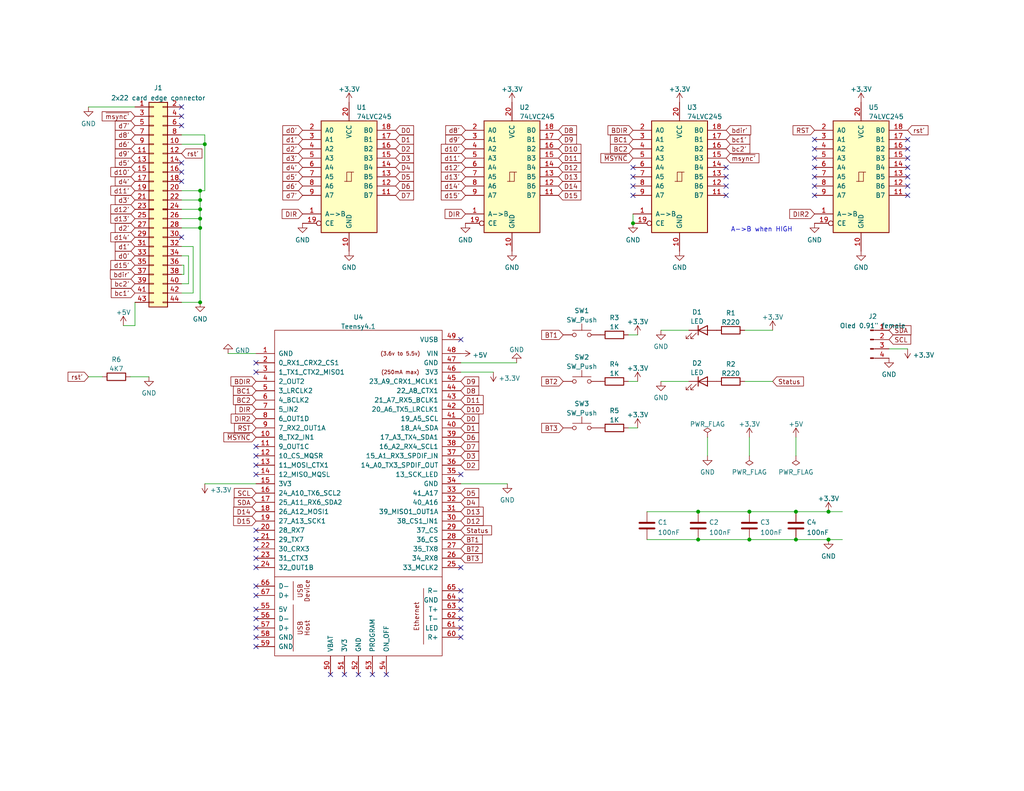
<source format=kicad_sch>
(kicad_sch (version 20211123) (generator eeschema)

  (uuid e63e39d7-6ac0-4ffd-8aa3-1841a4541b55)

  (paper "A")

  (title_block
    (title "RTO-Multicart")
    (date "2023-01-25")
    (rev "1.1a")
    (company "Andrea Ottaviani")
  )

  (lib_symbols
    (symbol "74xx:74LS245" (pin_names (offset 1.016)) (in_bom yes) (on_board yes)
      (property "Reference" "U" (id 0) (at -7.62 16.51 0)
        (effects (font (size 1.27 1.27)))
      )
      (property "Value" "74LS245" (id 1) (at -7.62 -16.51 0)
        (effects (font (size 1.27 1.27)))
      )
      (property "Footprint" "" (id 2) (at 0 0 0)
        (effects (font (size 1.27 1.27)) hide)
      )
      (property "Datasheet" "http://www.ti.com/lit/gpn/sn74LS245" (id 3) (at 0 0 0)
        (effects (font (size 1.27 1.27)) hide)
      )
      (property "ki_locked" "" (id 4) (at 0 0 0)
        (effects (font (size 1.27 1.27)))
      )
      (property "ki_keywords" "TTL BUS 3State" (id 5) (at 0 0 0)
        (effects (font (size 1.27 1.27)) hide)
      )
      (property "ki_description" "Octal BUS Transceivers, 3-State outputs" (id 6) (at 0 0 0)
        (effects (font (size 1.27 1.27)) hide)
      )
      (property "ki_fp_filters" "DIP?20*" (id 7) (at 0 0 0)
        (effects (font (size 1.27 1.27)) hide)
      )
      (symbol "74LS245_1_0"
        (polyline
          (pts
            (xy -0.635 -1.27)
            (xy -0.635 1.27)
            (xy 0.635 1.27)
          )
          (stroke (width 0) (type default) (color 0 0 0 0))
          (fill (type none))
        )
        (polyline
          (pts
            (xy -1.27 -1.27)
            (xy 0.635 -1.27)
            (xy 0.635 1.27)
            (xy 1.27 1.27)
          )
          (stroke (width 0) (type default) (color 0 0 0 0))
          (fill (type none))
        )
        (pin input line (at -12.7 -10.16 0) (length 5.08)
          (name "A->B" (effects (font (size 1.27 1.27))))
          (number "1" (effects (font (size 1.27 1.27))))
        )
        (pin power_in line (at 0 -20.32 90) (length 5.08)
          (name "GND" (effects (font (size 1.27 1.27))))
          (number "10" (effects (font (size 1.27 1.27))))
        )
        (pin tri_state line (at 12.7 -5.08 180) (length 5.08)
          (name "B7" (effects (font (size 1.27 1.27))))
          (number "11" (effects (font (size 1.27 1.27))))
        )
        (pin tri_state line (at 12.7 -2.54 180) (length 5.08)
          (name "B6" (effects (font (size 1.27 1.27))))
          (number "12" (effects (font (size 1.27 1.27))))
        )
        (pin tri_state line (at 12.7 0 180) (length 5.08)
          (name "B5" (effects (font (size 1.27 1.27))))
          (number "13" (effects (font (size 1.27 1.27))))
        )
        (pin tri_state line (at 12.7 2.54 180) (length 5.08)
          (name "B4" (effects (font (size 1.27 1.27))))
          (number "14" (effects (font (size 1.27 1.27))))
        )
        (pin tri_state line (at 12.7 5.08 180) (length 5.08)
          (name "B3" (effects (font (size 1.27 1.27))))
          (number "15" (effects (font (size 1.27 1.27))))
        )
        (pin tri_state line (at 12.7 7.62 180) (length 5.08)
          (name "B2" (effects (font (size 1.27 1.27))))
          (number "16" (effects (font (size 1.27 1.27))))
        )
        (pin tri_state line (at 12.7 10.16 180) (length 5.08)
          (name "B1" (effects (font (size 1.27 1.27))))
          (number "17" (effects (font (size 1.27 1.27))))
        )
        (pin tri_state line (at 12.7 12.7 180) (length 5.08)
          (name "B0" (effects (font (size 1.27 1.27))))
          (number "18" (effects (font (size 1.27 1.27))))
        )
        (pin input inverted (at -12.7 -12.7 0) (length 5.08)
          (name "CE" (effects (font (size 1.27 1.27))))
          (number "19" (effects (font (size 1.27 1.27))))
        )
        (pin tri_state line (at -12.7 12.7 0) (length 5.08)
          (name "A0" (effects (font (size 1.27 1.27))))
          (number "2" (effects (font (size 1.27 1.27))))
        )
        (pin power_in line (at 0 20.32 270) (length 5.08)
          (name "VCC" (effects (font (size 1.27 1.27))))
          (number "20" (effects (font (size 1.27 1.27))))
        )
        (pin tri_state line (at -12.7 10.16 0) (length 5.08)
          (name "A1" (effects (font (size 1.27 1.27))))
          (number "3" (effects (font (size 1.27 1.27))))
        )
        (pin tri_state line (at -12.7 7.62 0) (length 5.08)
          (name "A2" (effects (font (size 1.27 1.27))))
          (number "4" (effects (font (size 1.27 1.27))))
        )
        (pin tri_state line (at -12.7 5.08 0) (length 5.08)
          (name "A3" (effects (font (size 1.27 1.27))))
          (number "5" (effects (font (size 1.27 1.27))))
        )
        (pin tri_state line (at -12.7 2.54 0) (length 5.08)
          (name "A4" (effects (font (size 1.27 1.27))))
          (number "6" (effects (font (size 1.27 1.27))))
        )
        (pin tri_state line (at -12.7 0 0) (length 5.08)
          (name "A5" (effects (font (size 1.27 1.27))))
          (number "7" (effects (font (size 1.27 1.27))))
        )
        (pin tri_state line (at -12.7 -2.54 0) (length 5.08)
          (name "A6" (effects (font (size 1.27 1.27))))
          (number "8" (effects (font (size 1.27 1.27))))
        )
        (pin tri_state line (at -12.7 -5.08 0) (length 5.08)
          (name "A7" (effects (font (size 1.27 1.27))))
          (number "9" (effects (font (size 1.27 1.27))))
        )
      )
      (symbol "74LS245_1_1"
        (rectangle (start -7.62 15.24) (end 7.62 -15.24)
          (stroke (width 0.254) (type default) (color 0 0 0 0))
          (fill (type background))
        )
      )
    )
    (symbol "Connector:Conn_01x04_Male" (pin_names (offset 1.016) hide) (in_bom yes) (on_board yes)
      (property "Reference" "J" (id 0) (at 0 5.08 0)
        (effects (font (size 1.27 1.27)))
      )
      (property "Value" "Conn_01x04_Male" (id 1) (at 0 -7.62 0)
        (effects (font (size 1.27 1.27)))
      )
      (property "Footprint" "" (id 2) (at 0 0 0)
        (effects (font (size 1.27 1.27)) hide)
      )
      (property "Datasheet" "~" (id 3) (at 0 0 0)
        (effects (font (size 1.27 1.27)) hide)
      )
      (property "ki_keywords" "connector" (id 4) (at 0 0 0)
        (effects (font (size 1.27 1.27)) hide)
      )
      (property "ki_description" "Generic connector, single row, 01x04, script generated (kicad-library-utils/schlib/autogen/connector/)" (id 5) (at 0 0 0)
        (effects (font (size 1.27 1.27)) hide)
      )
      (property "ki_fp_filters" "Connector*:*_1x??_*" (id 6) (at 0 0 0)
        (effects (font (size 1.27 1.27)) hide)
      )
      (symbol "Conn_01x04_Male_1_1"
        (polyline
          (pts
            (xy 1.27 -5.08)
            (xy 0.8636 -5.08)
          )
          (stroke (width 0.1524) (type default) (color 0 0 0 0))
          (fill (type none))
        )
        (polyline
          (pts
            (xy 1.27 -2.54)
            (xy 0.8636 -2.54)
          )
          (stroke (width 0.1524) (type default) (color 0 0 0 0))
          (fill (type none))
        )
        (polyline
          (pts
            (xy 1.27 0)
            (xy 0.8636 0)
          )
          (stroke (width 0.1524) (type default) (color 0 0 0 0))
          (fill (type none))
        )
        (polyline
          (pts
            (xy 1.27 2.54)
            (xy 0.8636 2.54)
          )
          (stroke (width 0.1524) (type default) (color 0 0 0 0))
          (fill (type none))
        )
        (rectangle (start 0.8636 -4.953) (end 0 -5.207)
          (stroke (width 0.1524) (type default) (color 0 0 0 0))
          (fill (type outline))
        )
        (rectangle (start 0.8636 -2.413) (end 0 -2.667)
          (stroke (width 0.1524) (type default) (color 0 0 0 0))
          (fill (type outline))
        )
        (rectangle (start 0.8636 0.127) (end 0 -0.127)
          (stroke (width 0.1524) (type default) (color 0 0 0 0))
          (fill (type outline))
        )
        (rectangle (start 0.8636 2.667) (end 0 2.413)
          (stroke (width 0.1524) (type default) (color 0 0 0 0))
          (fill (type outline))
        )
        (pin passive line (at 5.08 2.54 180) (length 3.81)
          (name "Pin_1" (effects (font (size 1.27 1.27))))
          (number "1" (effects (font (size 1.27 1.27))))
        )
        (pin passive line (at 5.08 0 180) (length 3.81)
          (name "Pin_2" (effects (font (size 1.27 1.27))))
          (number "2" (effects (font (size 1.27 1.27))))
        )
        (pin passive line (at 5.08 -2.54 180) (length 3.81)
          (name "Pin_3" (effects (font (size 1.27 1.27))))
          (number "3" (effects (font (size 1.27 1.27))))
        )
        (pin passive line (at 5.08 -5.08 180) (length 3.81)
          (name "Pin_4" (effects (font (size 1.27 1.27))))
          (number "4" (effects (font (size 1.27 1.27))))
        )
      )
    )
    (symbol "Device:C" (pin_numbers hide) (pin_names (offset 0.254)) (in_bom yes) (on_board yes)
      (property "Reference" "C" (id 0) (at 0.635 2.54 0)
        (effects (font (size 1.27 1.27)) (justify left))
      )
      (property "Value" "C" (id 1) (at 0.635 -2.54 0)
        (effects (font (size 1.27 1.27)) (justify left))
      )
      (property "Footprint" "" (id 2) (at 0.9652 -3.81 0)
        (effects (font (size 1.27 1.27)) hide)
      )
      (property "Datasheet" "~" (id 3) (at 0 0 0)
        (effects (font (size 1.27 1.27)) hide)
      )
      (property "ki_keywords" "cap capacitor" (id 4) (at 0 0 0)
        (effects (font (size 1.27 1.27)) hide)
      )
      (property "ki_description" "Unpolarized capacitor" (id 5) (at 0 0 0)
        (effects (font (size 1.27 1.27)) hide)
      )
      (property "ki_fp_filters" "C_*" (id 6) (at 0 0 0)
        (effects (font (size 1.27 1.27)) hide)
      )
      (symbol "C_0_1"
        (polyline
          (pts
            (xy -2.032 -0.762)
            (xy 2.032 -0.762)
          )
          (stroke (width 0.508) (type default) (color 0 0 0 0))
          (fill (type none))
        )
        (polyline
          (pts
            (xy -2.032 0.762)
            (xy 2.032 0.762)
          )
          (stroke (width 0.508) (type default) (color 0 0 0 0))
          (fill (type none))
        )
      )
      (symbol "C_1_1"
        (pin passive line (at 0 3.81 270) (length 2.794)
          (name "~" (effects (font (size 1.27 1.27))))
          (number "1" (effects (font (size 1.27 1.27))))
        )
        (pin passive line (at 0 -3.81 90) (length 2.794)
          (name "~" (effects (font (size 1.27 1.27))))
          (number "2" (effects (font (size 1.27 1.27))))
        )
      )
    )
    (symbol "Device:LED" (pin_numbers hide) (pin_names (offset 1.016) hide) (in_bom yes) (on_board yes)
      (property "Reference" "D" (id 0) (at 0 2.54 0)
        (effects (font (size 1.27 1.27)))
      )
      (property "Value" "LED" (id 1) (at 0 -2.54 0)
        (effects (font (size 1.27 1.27)))
      )
      (property "Footprint" "" (id 2) (at 0 0 0)
        (effects (font (size 1.27 1.27)) hide)
      )
      (property "Datasheet" "~" (id 3) (at 0 0 0)
        (effects (font (size 1.27 1.27)) hide)
      )
      (property "ki_keywords" "LED diode" (id 4) (at 0 0 0)
        (effects (font (size 1.27 1.27)) hide)
      )
      (property "ki_description" "Light emitting diode" (id 5) (at 0 0 0)
        (effects (font (size 1.27 1.27)) hide)
      )
      (property "ki_fp_filters" "LED* LED_SMD:* LED_THT:*" (id 6) (at 0 0 0)
        (effects (font (size 1.27 1.27)) hide)
      )
      (symbol "LED_0_1"
        (polyline
          (pts
            (xy -1.27 -1.27)
            (xy -1.27 1.27)
          )
          (stroke (width 0.254) (type default) (color 0 0 0 0))
          (fill (type none))
        )
        (polyline
          (pts
            (xy -1.27 0)
            (xy 1.27 0)
          )
          (stroke (width 0) (type default) (color 0 0 0 0))
          (fill (type none))
        )
        (polyline
          (pts
            (xy 1.27 -1.27)
            (xy 1.27 1.27)
            (xy -1.27 0)
            (xy 1.27 -1.27)
          )
          (stroke (width 0.254) (type default) (color 0 0 0 0))
          (fill (type none))
        )
        (polyline
          (pts
            (xy -3.048 -0.762)
            (xy -4.572 -2.286)
            (xy -3.81 -2.286)
            (xy -4.572 -2.286)
            (xy -4.572 -1.524)
          )
          (stroke (width 0) (type default) (color 0 0 0 0))
          (fill (type none))
        )
        (polyline
          (pts
            (xy -1.778 -0.762)
            (xy -3.302 -2.286)
            (xy -2.54 -2.286)
            (xy -3.302 -2.286)
            (xy -3.302 -1.524)
          )
          (stroke (width 0) (type default) (color 0 0 0 0))
          (fill (type none))
        )
      )
      (symbol "LED_1_1"
        (pin passive line (at -3.81 0 0) (length 2.54)
          (name "K" (effects (font (size 1.27 1.27))))
          (number "1" (effects (font (size 1.27 1.27))))
        )
        (pin passive line (at 3.81 0 180) (length 2.54)
          (name "A" (effects (font (size 1.27 1.27))))
          (number "2" (effects (font (size 1.27 1.27))))
        )
      )
    )
    (symbol "Device:R" (pin_numbers hide) (pin_names (offset 0)) (in_bom yes) (on_board yes)
      (property "Reference" "R" (id 0) (at 2.032 0 90)
        (effects (font (size 1.27 1.27)))
      )
      (property "Value" "R" (id 1) (at 0 0 90)
        (effects (font (size 1.27 1.27)))
      )
      (property "Footprint" "" (id 2) (at -1.778 0 90)
        (effects (font (size 1.27 1.27)) hide)
      )
      (property "Datasheet" "~" (id 3) (at 0 0 0)
        (effects (font (size 1.27 1.27)) hide)
      )
      (property "ki_keywords" "R res resistor" (id 4) (at 0 0 0)
        (effects (font (size 1.27 1.27)) hide)
      )
      (property "ki_description" "Resistor" (id 5) (at 0 0 0)
        (effects (font (size 1.27 1.27)) hide)
      )
      (property "ki_fp_filters" "R_*" (id 6) (at 0 0 0)
        (effects (font (size 1.27 1.27)) hide)
      )
      (symbol "R_0_1"
        (rectangle (start -1.016 -2.54) (end 1.016 2.54)
          (stroke (width 0.254) (type default) (color 0 0 0 0))
          (fill (type none))
        )
      )
      (symbol "R_1_1"
        (pin passive line (at 0 3.81 270) (length 1.27)
          (name "~" (effects (font (size 1.27 1.27))))
          (number "1" (effects (font (size 1.27 1.27))))
        )
        (pin passive line (at 0 -3.81 90) (length 1.27)
          (name "~" (effects (font (size 1.27 1.27))))
          (number "2" (effects (font (size 1.27 1.27))))
        )
      )
    )
    (symbol "Evan's misc parts:2x22 card edge connector" (pin_names (offset 1.016) hide) (in_bom yes) (on_board yes)
      (property "Reference" "J" (id 0) (at 1.27 15.24 0)
        (effects (font (size 1.27 1.27)))
      )
      (property "Value" "2x22 card edge connector" (id 1) (at 1.27 -43.18 0)
        (effects (font (size 1.27 1.27)))
      )
      (property "Footprint" "" (id 2) (at 0 0 0)
        (effects (font (size 1.27 1.27)) hide)
      )
      (property "Datasheet" "~" (id 3) (at 0 0 0)
        (effects (font (size 1.27 1.27)) hide)
      )
      (property "ki_keywords" "connector" (id 4) (at 0 0 0)
        (effects (font (size 1.27 1.27)) hide)
      )
      (property "ki_description" "Generic connector, double row, 02x22, Even odd pin numbering" (id 5) (at 0 0 0)
        (effects (font (size 1.27 1.27)) hide)
      )
      (property "ki_fp_filters" "Connector*:*_2x??_*" (id 6) (at 0 0 0)
        (effects (font (size 1.27 1.27)) hide)
      )
      (symbol "2x22 card edge connector_1_1"
        (rectangle (start -1.27 -40.513) (end 0 -40.767)
          (stroke (width 0.1524) (type default) (color 0 0 0 0))
          (fill (type none))
        )
        (rectangle (start -1.27 -37.973) (end 0 -38.227)
          (stroke (width 0.1524) (type default) (color 0 0 0 0))
          (fill (type none))
        )
        (rectangle (start -1.27 -35.433) (end 0 -35.687)
          (stroke (width 0.1524) (type default) (color 0 0 0 0))
          (fill (type none))
        )
        (rectangle (start -1.27 -32.893) (end 0 -33.147)
          (stroke (width 0.1524) (type default) (color 0 0 0 0))
          (fill (type none))
        )
        (rectangle (start -1.27 -30.353) (end 0 -30.607)
          (stroke (width 0.1524) (type default) (color 0 0 0 0))
          (fill (type none))
        )
        (rectangle (start -1.27 -27.813) (end 0 -28.067)
          (stroke (width 0.1524) (type default) (color 0 0 0 0))
          (fill (type none))
        )
        (rectangle (start -1.27 -25.273) (end 0 -25.527)
          (stroke (width 0.1524) (type default) (color 0 0 0 0))
          (fill (type none))
        )
        (rectangle (start -1.27 -22.733) (end 0 -22.987)
          (stroke (width 0.1524) (type default) (color 0 0 0 0))
          (fill (type none))
        )
        (rectangle (start -1.27 -20.193) (end 0 -20.447)
          (stroke (width 0.1524) (type default) (color 0 0 0 0))
          (fill (type none))
        )
        (rectangle (start -1.27 -17.653) (end 0 -17.907)
          (stroke (width 0.1524) (type default) (color 0 0 0 0))
          (fill (type none))
        )
        (rectangle (start -1.27 -15.113) (end 0 -15.367)
          (stroke (width 0.1524) (type default) (color 0 0 0 0))
          (fill (type none))
        )
        (rectangle (start -1.27 -15.113) (end 0 -15.367)
          (stroke (width 0.1524) (type default) (color 0 0 0 0))
          (fill (type none))
        )
        (rectangle (start -1.27 -12.573) (end 0 -12.827)
          (stroke (width 0.1524) (type default) (color 0 0 0 0))
          (fill (type none))
        )
        (rectangle (start -1.27 -10.033) (end 0 -10.287)
          (stroke (width 0.1524) (type default) (color 0 0 0 0))
          (fill (type none))
        )
        (rectangle (start -1.27 -7.493) (end 0 -7.747)
          (stroke (width 0.1524) (type default) (color 0 0 0 0))
          (fill (type none))
        )
        (rectangle (start -1.27 -4.953) (end 0 -5.207)
          (stroke (width 0.1524) (type default) (color 0 0 0 0))
          (fill (type none))
        )
        (rectangle (start -1.27 -2.413) (end 0 -2.667)
          (stroke (width 0.1524) (type default) (color 0 0 0 0))
          (fill (type none))
        )
        (rectangle (start -1.27 0.127) (end 0 -0.127)
          (stroke (width 0.1524) (type default) (color 0 0 0 0))
          (fill (type none))
        )
        (rectangle (start -1.27 2.667) (end 0 2.413)
          (stroke (width 0.1524) (type default) (color 0 0 0 0))
          (fill (type none))
        )
        (rectangle (start -1.27 5.207) (end 0 4.953)
          (stroke (width 0.1524) (type default) (color 0 0 0 0))
          (fill (type none))
        )
        (rectangle (start -1.27 7.747) (end 0 7.493)
          (stroke (width 0.1524) (type default) (color 0 0 0 0))
          (fill (type none))
        )
        (rectangle (start -1.27 10.287) (end 0 10.033)
          (stroke (width 0.1524) (type default) (color 0 0 0 0))
          (fill (type none))
        )
        (rectangle (start -1.27 12.827) (end 0 12.573)
          (stroke (width 0.1524) (type default) (color 0 0 0 0))
          (fill (type none))
        )
        (rectangle (start -1.27 13.97) (end 3.81 -41.91)
          (stroke (width 0.254) (type default) (color 0 0 0 0))
          (fill (type background))
        )
        (rectangle (start 3.81 -40.513) (end 2.54 -40.767)
          (stroke (width 0.1524) (type default) (color 0 0 0 0))
          (fill (type none))
        )
        (rectangle (start 3.81 -37.973) (end 2.54 -38.227)
          (stroke (width 0.1524) (type default) (color 0 0 0 0))
          (fill (type none))
        )
        (rectangle (start 3.81 -35.433) (end 2.54 -35.687)
          (stroke (width 0.1524) (type default) (color 0 0 0 0))
          (fill (type none))
        )
        (rectangle (start 3.81 -32.893) (end 2.54 -33.147)
          (stroke (width 0.1524) (type default) (color 0 0 0 0))
          (fill (type none))
        )
        (rectangle (start 3.81 -30.353) (end 2.54 -30.607)
          (stroke (width 0.1524) (type default) (color 0 0 0 0))
          (fill (type none))
        )
        (rectangle (start 3.81 -27.813) (end 2.54 -28.067)
          (stroke (width 0.1524) (type default) (color 0 0 0 0))
          (fill (type none))
        )
        (rectangle (start 3.81 -25.273) (end 2.54 -25.527)
          (stroke (width 0.1524) (type default) (color 0 0 0 0))
          (fill (type none))
        )
        (rectangle (start 3.81 -22.733) (end 2.54 -22.987)
          (stroke (width 0.1524) (type default) (color 0 0 0 0))
          (fill (type none))
        )
        (rectangle (start 3.81 -20.193) (end 2.54 -20.447)
          (stroke (width 0.1524) (type default) (color 0 0 0 0))
          (fill (type none))
        )
        (rectangle (start 3.81 -17.653) (end 2.54 -17.907)
          (stroke (width 0.1524) (type default) (color 0 0 0 0))
          (fill (type none))
        )
        (rectangle (start 3.81 -15.113) (end 2.54 -15.367)
          (stroke (width 0.1524) (type default) (color 0 0 0 0))
          (fill (type none))
        )
        (rectangle (start 3.81 -15.113) (end 2.54 -15.367)
          (stroke (width 0.1524) (type default) (color 0 0 0 0))
          (fill (type none))
        )
        (rectangle (start 3.81 -12.573) (end 2.54 -12.827)
          (stroke (width 0.1524) (type default) (color 0 0 0 0))
          (fill (type none))
        )
        (rectangle (start 3.81 -10.033) (end 2.54 -10.287)
          (stroke (width 0.1524) (type default) (color 0 0 0 0))
          (fill (type none))
        )
        (rectangle (start 3.81 -7.493) (end 2.54 -7.747)
          (stroke (width 0.1524) (type default) (color 0 0 0 0))
          (fill (type none))
        )
        (rectangle (start 3.81 -4.953) (end 2.54 -5.207)
          (stroke (width 0.1524) (type default) (color 0 0 0 0))
          (fill (type none))
        )
        (rectangle (start 3.81 -2.413) (end 2.54 -2.667)
          (stroke (width 0.1524) (type default) (color 0 0 0 0))
          (fill (type none))
        )
        (rectangle (start 3.81 0.127) (end 2.54 -0.127)
          (stroke (width 0.1524) (type default) (color 0 0 0 0))
          (fill (type none))
        )
        (rectangle (start 3.81 2.667) (end 2.54 2.413)
          (stroke (width 0.1524) (type default) (color 0 0 0 0))
          (fill (type none))
        )
        (rectangle (start 3.81 5.207) (end 2.54 4.953)
          (stroke (width 0.1524) (type default) (color 0 0 0 0))
          (fill (type none))
        )
        (rectangle (start 3.81 7.747) (end 2.54 7.493)
          (stroke (width 0.1524) (type default) (color 0 0 0 0))
          (fill (type none))
        )
        (rectangle (start 3.81 10.287) (end 2.54 10.033)
          (stroke (width 0.1524) (type default) (color 0 0 0 0))
          (fill (type none))
        )
        (rectangle (start 3.81 12.827) (end 2.54 12.573)
          (stroke (width 0.1524) (type default) (color 0 0 0 0))
          (fill (type none))
        )
        (pin passive line (at -5.08 12.7 0) (length 3.81)
          (name "Pin_1" (effects (font (size 1.27 1.27))))
          (number "1" (effects (font (size 1.27 1.27))))
        )
        (pin passive line (at 7.62 2.54 180) (length 3.81)
          (name "Pin_10" (effects (font (size 1.27 1.27))))
          (number "10" (effects (font (size 1.27 1.27))))
        )
        (pin passive line (at -5.08 0 0) (length 3.81)
          (name "Pin_11" (effects (font (size 1.27 1.27))))
          (number "11" (effects (font (size 1.27 1.27))))
        )
        (pin passive line (at 7.62 0 180) (length 3.81)
          (name "Pin_12" (effects (font (size 1.27 1.27))))
          (number "12" (effects (font (size 1.27 1.27))))
        )
        (pin passive line (at -5.08 -2.54 0) (length 3.81)
          (name "Pin_13" (effects (font (size 1.27 1.27))))
          (number "13" (effects (font (size 1.27 1.27))))
        )
        (pin passive line (at 7.62 -2.54 180) (length 3.81)
          (name "Pin_14" (effects (font (size 1.27 1.27))))
          (number "14" (effects (font (size 1.27 1.27))))
        )
        (pin passive line (at -5.08 -5.08 0) (length 3.81)
          (name "Pin_15" (effects (font (size 1.27 1.27))))
          (number "15" (effects (font (size 1.27 1.27))))
        )
        (pin passive line (at 7.62 -5.08 180) (length 3.81)
          (name "Pin_16" (effects (font (size 1.27 1.27))))
          (number "16" (effects (font (size 1.27 1.27))))
        )
        (pin passive line (at -5.08 -7.62 0) (length 3.81)
          (name "Pin_17" (effects (font (size 1.27 1.27))))
          (number "17" (effects (font (size 1.27 1.27))))
        )
        (pin passive line (at 7.62 -7.62 180) (length 3.81)
          (name "Pin_18" (effects (font (size 1.27 1.27))))
          (number "18" (effects (font (size 1.27 1.27))))
        )
        (pin passive line (at -5.08 -10.16 0) (length 3.81)
          (name "Pin_19" (effects (font (size 1.27 1.27))))
          (number "19" (effects (font (size 1.27 1.27))))
        )
        (pin passive line (at 7.62 12.7 180) (length 3.81)
          (name "Pin_2" (effects (font (size 1.27 1.27))))
          (number "2" (effects (font (size 1.27 1.27))))
        )
        (pin passive line (at 7.62 -10.16 180) (length 3.81)
          (name "Pin_20" (effects (font (size 1.27 1.27))))
          (number "20" (effects (font (size 1.27 1.27))))
        )
        (pin passive line (at -5.08 -12.7 0) (length 3.81)
          (name "Pin_21" (effects (font (size 1.27 1.27))))
          (number "21" (effects (font (size 1.27 1.27))))
        )
        (pin passive line (at 7.62 -12.7 180) (length 3.81)
          (name "Pin_22" (effects (font (size 1.27 1.27))))
          (number "22" (effects (font (size 1.27 1.27))))
        )
        (pin passive line (at -5.08 -15.24 0) (length 3.81)
          (name "Pin_23" (effects (font (size 1.27 1.27))))
          (number "23" (effects (font (size 1.27 1.27))))
        )
        (pin passive line (at 7.62 -15.24 180) (length 3.81)
          (name "Pin_24" (effects (font (size 1.27 1.27))))
          (number "24" (effects (font (size 1.27 1.27))))
        )
        (pin passive line (at -5.08 -17.78 0) (length 3.81)
          (name "Pin_25" (effects (font (size 1.27 1.27))))
          (number "25" (effects (font (size 1.27 1.27))))
        )
        (pin passive line (at 7.62 -17.78 180) (length 3.81)
          (name "Pin_26" (effects (font (size 1.27 1.27))))
          (number "26" (effects (font (size 1.27 1.27))))
        )
        (pin passive line (at -5.08 -20.32 0) (length 3.81)
          (name "Pin_27" (effects (font (size 1.27 1.27))))
          (number "27" (effects (font (size 1.27 1.27))))
        )
        (pin passive line (at 7.62 -20.32 180) (length 3.81)
          (name "Pin_28" (effects (font (size 1.27 1.27))))
          (number "28" (effects (font (size 1.27 1.27))))
        )
        (pin passive line (at -5.08 -22.86 0) (length 3.81)
          (name "Pin_29" (effects (font (size 1.27 1.27))))
          (number "29" (effects (font (size 1.27 1.27))))
        )
        (pin passive line (at -5.08 10.16 0) (length 3.81)
          (name "Pin_3" (effects (font (size 1.27 1.27))))
          (number "3" (effects (font (size 1.27 1.27))))
        )
        (pin passive line (at 7.62 -22.86 180) (length 3.81)
          (name "Pin_30" (effects (font (size 1.27 1.27))))
          (number "30" (effects (font (size 1.27 1.27))))
        )
        (pin passive line (at -5.08 -25.4 0) (length 3.81)
          (name "Pin_31" (effects (font (size 1.27 1.27))))
          (number "31" (effects (font (size 1.27 1.27))))
        )
        (pin passive line (at 7.62 -25.4 180) (length 3.81)
          (name "Pin_32" (effects (font (size 1.27 1.27))))
          (number "32" (effects (font (size 1.27 1.27))))
        )
        (pin passive line (at -5.08 -27.94 0) (length 3.81)
          (name "Pin_33" (effects (font (size 1.27 1.27))))
          (number "33" (effects (font (size 1.27 1.27))))
        )
        (pin passive line (at 7.62 -27.94 180) (length 3.81)
          (name "Pin_34" (effects (font (size 1.27 1.27))))
          (number "34" (effects (font (size 1.27 1.27))))
        )
        (pin passive line (at -5.08 -30.48 0) (length 3.81)
          (name "Pin_35" (effects (font (size 1.27 1.27))))
          (number "35" (effects (font (size 1.27 1.27))))
        )
        (pin passive line (at 7.62 -30.48 180) (length 3.81)
          (name "Pin_36" (effects (font (size 1.27 1.27))))
          (number "36" (effects (font (size 1.27 1.27))))
        )
        (pin passive line (at -5.08 -33.02 0) (length 3.81)
          (name "Pin_37" (effects (font (size 1.27 1.27))))
          (number "37" (effects (font (size 1.27 1.27))))
        )
        (pin passive line (at 7.62 -33.02 180) (length 3.81)
          (name "Pin_38" (effects (font (size 1.27 1.27))))
          (number "38" (effects (font (size 1.27 1.27))))
        )
        (pin passive line (at -5.08 -35.56 0) (length 3.81)
          (name "Pin_39" (effects (font (size 1.27 1.27))))
          (number "39" (effects (font (size 1.27 1.27))))
        )
        (pin passive line (at 7.62 10.16 180) (length 3.81)
          (name "Pin_4" (effects (font (size 1.27 1.27))))
          (number "4" (effects (font (size 1.27 1.27))))
        )
        (pin passive line (at 7.62 -35.56 180) (length 3.81)
          (name "Pin_40" (effects (font (size 1.27 1.27))))
          (number "40" (effects (font (size 1.27 1.27))))
        )
        (pin passive line (at -5.08 -38.1 0) (length 3.81)
          (name "Pin_41" (effects (font (size 1.27 1.27))))
          (number "41" (effects (font (size 1.27 1.27))))
        )
        (pin passive line (at 7.62 -38.1 180) (length 3.81)
          (name "Pin_42" (effects (font (size 1.27 1.27))))
          (number "42" (effects (font (size 1.27 1.27))))
        )
        (pin passive line (at -5.08 -40.64 0) (length 3.81)
          (name "Pin_43" (effects (font (size 1.27 1.27))))
          (number "43" (effects (font (size 1.27 1.27))))
        )
        (pin passive line (at 7.62 -40.64 180) (length 3.81)
          (name "Pin_44" (effects (font (size 1.27 1.27))))
          (number "44" (effects (font (size 1.27 1.27))))
        )
        (pin passive line (at -5.08 7.62 0) (length 3.81)
          (name "Pin_5" (effects (font (size 1.27 1.27))))
          (number "5" (effects (font (size 1.27 1.27))))
        )
        (pin passive line (at 7.62 7.62 180) (length 3.81)
          (name "Pin_6" (effects (font (size 1.27 1.27))))
          (number "6" (effects (font (size 1.27 1.27))))
        )
        (pin passive line (at -5.08 5.08 0) (length 3.81)
          (name "Pin_7" (effects (font (size 1.27 1.27))))
          (number "7" (effects (font (size 1.27 1.27))))
        )
        (pin passive line (at 7.62 5.08 180) (length 3.81)
          (name "Pin_8" (effects (font (size 1.27 1.27))))
          (number "8" (effects (font (size 1.27 1.27))))
        )
        (pin passive line (at -5.08 2.54 0) (length 3.81)
          (name "Pin_9" (effects (font (size 1.27 1.27))))
          (number "9" (effects (font (size 1.27 1.27))))
        )
      )
    )
    (symbol "Switch:SW_Push" (pin_numbers hide) (pin_names (offset 1.016) hide) (in_bom yes) (on_board yes)
      (property "Reference" "SW" (id 0) (at 1.27 2.54 0)
        (effects (font (size 1.27 1.27)) (justify left))
      )
      (property "Value" "SW_Push" (id 1) (at 0 -1.524 0)
        (effects (font (size 1.27 1.27)))
      )
      (property "Footprint" "" (id 2) (at 0 5.08 0)
        (effects (font (size 1.27 1.27)) hide)
      )
      (property "Datasheet" "~" (id 3) (at 0 5.08 0)
        (effects (font (size 1.27 1.27)) hide)
      )
      (property "ki_keywords" "switch normally-open pushbutton push-button" (id 4) (at 0 0 0)
        (effects (font (size 1.27 1.27)) hide)
      )
      (property "ki_description" "Push button switch, generic, two pins" (id 5) (at 0 0 0)
        (effects (font (size 1.27 1.27)) hide)
      )
      (symbol "SW_Push_0_1"
        (circle (center -2.032 0) (radius 0.508)
          (stroke (width 0) (type default) (color 0 0 0 0))
          (fill (type none))
        )
        (polyline
          (pts
            (xy 0 1.27)
            (xy 0 3.048)
          )
          (stroke (width 0) (type default) (color 0 0 0 0))
          (fill (type none))
        )
        (polyline
          (pts
            (xy 2.54 1.27)
            (xy -2.54 1.27)
          )
          (stroke (width 0) (type default) (color 0 0 0 0))
          (fill (type none))
        )
        (circle (center 2.032 0) (radius 0.508)
          (stroke (width 0) (type default) (color 0 0 0 0))
          (fill (type none))
        )
        (pin passive line (at -5.08 0 0) (length 2.54)
          (name "1" (effects (font (size 1.27 1.27))))
          (number "1" (effects (font (size 1.27 1.27))))
        )
        (pin passive line (at 5.08 0 180) (length 2.54)
          (name "2" (effects (font (size 1.27 1.27))))
          (number "2" (effects (font (size 1.27 1.27))))
        )
      )
    )
    (symbol "power:+3.3V" (power) (pin_names (offset 0)) (in_bom yes) (on_board yes)
      (property "Reference" "#PWR" (id 0) (at 0 -3.81 0)
        (effects (font (size 1.27 1.27)) hide)
      )
      (property "Value" "+3.3V" (id 1) (at 0 3.556 0)
        (effects (font (size 1.27 1.27)))
      )
      (property "Footprint" "" (id 2) (at 0 0 0)
        (effects (font (size 1.27 1.27)) hide)
      )
      (property "Datasheet" "" (id 3) (at 0 0 0)
        (effects (font (size 1.27 1.27)) hide)
      )
      (property "ki_keywords" "power-flag" (id 4) (at 0 0 0)
        (effects (font (size 1.27 1.27)) hide)
      )
      (property "ki_description" "Power symbol creates a global label with name \"+3.3V\"" (id 5) (at 0 0 0)
        (effects (font (size 1.27 1.27)) hide)
      )
      (symbol "+3.3V_0_1"
        (polyline
          (pts
            (xy -0.762 1.27)
            (xy 0 2.54)
          )
          (stroke (width 0) (type default) (color 0 0 0 0))
          (fill (type none))
        )
        (polyline
          (pts
            (xy 0 0)
            (xy 0 2.54)
          )
          (stroke (width 0) (type default) (color 0 0 0 0))
          (fill (type none))
        )
        (polyline
          (pts
            (xy 0 2.54)
            (xy 0.762 1.27)
          )
          (stroke (width 0) (type default) (color 0 0 0 0))
          (fill (type none))
        )
      )
      (symbol "+3.3V_1_1"
        (pin power_in line (at 0 0 90) (length 0) hide
          (name "+3.3V" (effects (font (size 1.27 1.27))))
          (number "1" (effects (font (size 1.27 1.27))))
        )
      )
    )
    (symbol "power:+5V" (power) (pin_names (offset 0)) (in_bom yes) (on_board yes)
      (property "Reference" "#PWR" (id 0) (at 0 -3.81 0)
        (effects (font (size 1.27 1.27)) hide)
      )
      (property "Value" "+5V" (id 1) (at 0 3.556 0)
        (effects (font (size 1.27 1.27)))
      )
      (property "Footprint" "" (id 2) (at 0 0 0)
        (effects (font (size 1.27 1.27)) hide)
      )
      (property "Datasheet" "" (id 3) (at 0 0 0)
        (effects (font (size 1.27 1.27)) hide)
      )
      (property "ki_keywords" "power-flag" (id 4) (at 0 0 0)
        (effects (font (size 1.27 1.27)) hide)
      )
      (property "ki_description" "Power symbol creates a global label with name \"+5V\"" (id 5) (at 0 0 0)
        (effects (font (size 1.27 1.27)) hide)
      )
      (symbol "+5V_0_1"
        (polyline
          (pts
            (xy -0.762 1.27)
            (xy 0 2.54)
          )
          (stroke (width 0) (type default) (color 0 0 0 0))
          (fill (type none))
        )
        (polyline
          (pts
            (xy 0 0)
            (xy 0 2.54)
          )
          (stroke (width 0) (type default) (color 0 0 0 0))
          (fill (type none))
        )
        (polyline
          (pts
            (xy 0 2.54)
            (xy 0.762 1.27)
          )
          (stroke (width 0) (type default) (color 0 0 0 0))
          (fill (type none))
        )
      )
      (symbol "+5V_1_1"
        (pin power_in line (at 0 0 90) (length 0) hide
          (name "+5V" (effects (font (size 1.27 1.27))))
          (number "1" (effects (font (size 1.27 1.27))))
        )
      )
    )
    (symbol "power:GND" (power) (pin_names (offset 0)) (in_bom yes) (on_board yes)
      (property "Reference" "#PWR" (id 0) (at 0 -6.35 0)
        (effects (font (size 1.27 1.27)) hide)
      )
      (property "Value" "GND" (id 1) (at 0 -3.81 0)
        (effects (font (size 1.27 1.27)))
      )
      (property "Footprint" "" (id 2) (at 0 0 0)
        (effects (font (size 1.27 1.27)) hide)
      )
      (property "Datasheet" "" (id 3) (at 0 0 0)
        (effects (font (size 1.27 1.27)) hide)
      )
      (property "ki_keywords" "power-flag" (id 4) (at 0 0 0)
        (effects (font (size 1.27 1.27)) hide)
      )
      (property "ki_description" "Power symbol creates a global label with name \"GND\" , ground" (id 5) (at 0 0 0)
        (effects (font (size 1.27 1.27)) hide)
      )
      (symbol "GND_0_1"
        (polyline
          (pts
            (xy 0 0)
            (xy 0 -1.27)
            (xy 1.27 -1.27)
            (xy 0 -2.54)
            (xy -1.27 -1.27)
            (xy 0 -1.27)
          )
          (stroke (width 0) (type default) (color 0 0 0 0))
          (fill (type none))
        )
      )
      (symbol "GND_1_1"
        (pin power_in line (at 0 0 270) (length 0) hide
          (name "GND" (effects (font (size 1.27 1.27))))
          (number "1" (effects (font (size 1.27 1.27))))
        )
      )
    )
    (symbol "power:PWR_FLAG" (power) (pin_numbers hide) (pin_names (offset 0) hide) (in_bom yes) (on_board yes)
      (property "Reference" "#FLG" (id 0) (at 0 1.905 0)
        (effects (font (size 1.27 1.27)) hide)
      )
      (property "Value" "PWR_FLAG" (id 1) (at 0 3.81 0)
        (effects (font (size 1.27 1.27)))
      )
      (property "Footprint" "" (id 2) (at 0 0 0)
        (effects (font (size 1.27 1.27)) hide)
      )
      (property "Datasheet" "~" (id 3) (at 0 0 0)
        (effects (font (size 1.27 1.27)) hide)
      )
      (property "ki_keywords" "power-flag" (id 4) (at 0 0 0)
        (effects (font (size 1.27 1.27)) hide)
      )
      (property "ki_description" "Special symbol for telling ERC where power comes from" (id 5) (at 0 0 0)
        (effects (font (size 1.27 1.27)) hide)
      )
      (symbol "PWR_FLAG_0_0"
        (pin power_out line (at 0 0 90) (length 0)
          (name "pwr" (effects (font (size 1.27 1.27))))
          (number "1" (effects (font (size 1.27 1.27))))
        )
      )
      (symbol "PWR_FLAG_0_1"
        (polyline
          (pts
            (xy 0 0)
            (xy 0 1.27)
            (xy -1.016 1.905)
            (xy 0 2.54)
            (xy 1.016 1.905)
            (xy 0 1.27)
          )
          (stroke (width 0) (type default) (color 0 0 0 0))
          (fill (type none))
        )
      )
    )
    (symbol "teensy:Teensy4.1" (pin_names (offset 1.016)) (in_bom yes) (on_board yes)
      (property "Reference" "U" (id 0) (at 0 64.77 0)
        (effects (font (size 1.27 1.27)))
      )
      (property "Value" "Teensy4.1" (id 1) (at 0 62.23 0)
        (effects (font (size 1.27 1.27)))
      )
      (property "Footprint" "" (id 2) (at -10.16 10.16 0)
        (effects (font (size 1.27 1.27)) hide)
      )
      (property "Datasheet" "" (id 3) (at -10.16 10.16 0)
        (effects (font (size 1.27 1.27)) hide)
      )
      (symbol "Teensy4.1_0_0"
        (polyline
          (pts
            (xy -22.86 -6.35)
            (xy 22.86 -6.35)
          )
          (stroke (width 0) (type default) (color 0 0 0 0))
          (fill (type none))
        )
        (polyline
          (pts
            (xy -17.78 -26.67)
            (xy -17.78 -13.97)
          )
          (stroke (width 0) (type default) (color 0 0 0 0))
          (fill (type none))
        )
        (polyline
          (pts
            (xy -17.78 -7.62)
            (xy -17.78 -12.7)
          )
          (stroke (width 0) (type default) (color 0 0 0 0))
          (fill (type none))
        )
        (polyline
          (pts
            (xy 17.78 -9.525)
            (xy 17.78 -24.765)
          )
          (stroke (width 0) (type default) (color 0 0 0 0))
          (fill (type none))
        )
        (text "(250mA max)" (at 11.43 49.53 0)
          (effects (font (size 1.016 1.016)))
        )
        (text "(3.6v to 5.5v)" (at 11.43 54.61 0)
          (effects (font (size 1.016 1.016)))
        )
        (text "Device" (at -13.97 -10.16 900)
          (effects (font (size 1.27 1.27)))
        )
        (text "Ethernet" (at 15.875 -17.145 900)
          (effects (font (size 1.27 1.27)))
        )
        (text "Host" (at -13.97 -20.32 900)
          (effects (font (size 1.27 1.27)))
        )
        (text "USB" (at -15.875 -20.32 900)
          (effects (font (size 1.27 1.27)))
        )
        (text "USB" (at -15.875 -10.16 900)
          (effects (font (size 1.27 1.27)))
        )
        (pin bidirectional line (at -27.94 31.75 0) (length 5.08)
          (name "8_TX2_IN1" (effects (font (size 1.27 1.27))))
          (number "10" (effects (font (size 1.27 1.27))))
        )
        (pin bidirectional line (at -27.94 29.21 0) (length 5.08)
          (name "9_OUT1C" (effects (font (size 1.27 1.27))))
          (number "11" (effects (font (size 1.27 1.27))))
        )
        (pin bidirectional line (at -27.94 26.67 0) (length 5.08)
          (name "10_CS_MQSR" (effects (font (size 1.27 1.27))))
          (number "12" (effects (font (size 1.27 1.27))))
        )
        (pin bidirectional line (at -27.94 24.13 0) (length 5.08)
          (name "11_MOSI_CTX1" (effects (font (size 1.27 1.27))))
          (number "13" (effects (font (size 1.27 1.27))))
        )
        (pin bidirectional line (at -27.94 21.59 0) (length 5.08)
          (name "12_MISO_MQSL" (effects (font (size 1.27 1.27))))
          (number "14" (effects (font (size 1.27 1.27))))
        )
        (pin power_in line (at -27.94 19.05 0) (length 5.08)
          (name "3V3" (effects (font (size 1.27 1.27))))
          (number "15" (effects (font (size 1.27 1.27))))
        )
        (pin bidirectional line (at -27.94 16.51 0) (length 5.08)
          (name "24_A10_TX6_SCL2" (effects (font (size 1.27 1.27))))
          (number "16" (effects (font (size 1.27 1.27))))
        )
        (pin bidirectional line (at -27.94 13.97 0) (length 5.08)
          (name "25_A11_RX6_SDA2" (effects (font (size 1.27 1.27))))
          (number "17" (effects (font (size 1.27 1.27))))
        )
        (pin bidirectional line (at -27.94 11.43 0) (length 5.08)
          (name "26_A12_MOSI1" (effects (font (size 1.27 1.27))))
          (number "18" (effects (font (size 1.27 1.27))))
        )
        (pin bidirectional line (at -27.94 8.89 0) (length 5.08)
          (name "27_A13_SCK1" (effects (font (size 1.27 1.27))))
          (number "19" (effects (font (size 1.27 1.27))))
        )
        (pin bidirectional line (at -27.94 6.35 0) (length 5.08)
          (name "28_RX7" (effects (font (size 1.27 1.27))))
          (number "20" (effects (font (size 1.27 1.27))))
        )
        (pin bidirectional line (at -27.94 3.81 0) (length 5.08)
          (name "29_TX7" (effects (font (size 1.27 1.27))))
          (number "21" (effects (font (size 1.27 1.27))))
        )
        (pin bidirectional line (at -27.94 1.27 0) (length 5.08)
          (name "30_CRX3" (effects (font (size 1.27 1.27))))
          (number "22" (effects (font (size 1.27 1.27))))
        )
        (pin bidirectional line (at -27.94 -1.27 0) (length 5.08)
          (name "31_CTX3" (effects (font (size 1.27 1.27))))
          (number "23" (effects (font (size 1.27 1.27))))
        )
        (pin bidirectional line (at -27.94 -3.81 0) (length 5.08)
          (name "32_OUT1B" (effects (font (size 1.27 1.27))))
          (number "24" (effects (font (size 1.27 1.27))))
        )
        (pin bidirectional line (at 27.94 -3.81 180) (length 5.08)
          (name "33_MCLK2" (effects (font (size 1.27 1.27))))
          (number "25" (effects (font (size 1.27 1.27))))
        )
        (pin bidirectional line (at 27.94 -1.27 180) (length 5.08)
          (name "34_RX8" (effects (font (size 1.27 1.27))))
          (number "26" (effects (font (size 1.27 1.27))))
        )
        (pin bidirectional line (at 27.94 1.27 180) (length 5.08)
          (name "35_TX8" (effects (font (size 1.27 1.27))))
          (number "27" (effects (font (size 1.27 1.27))))
        )
        (pin bidirectional line (at 27.94 3.81 180) (length 5.08)
          (name "36_CS" (effects (font (size 1.27 1.27))))
          (number "28" (effects (font (size 1.27 1.27))))
        )
        (pin bidirectional line (at 27.94 6.35 180) (length 5.08)
          (name "37_CS" (effects (font (size 1.27 1.27))))
          (number "29" (effects (font (size 1.27 1.27))))
        )
        (pin bidirectional line (at 27.94 8.89 180) (length 5.08)
          (name "38_CS1_IN1" (effects (font (size 1.27 1.27))))
          (number "30" (effects (font (size 1.27 1.27))))
        )
        (pin bidirectional line (at 27.94 11.43 180) (length 5.08)
          (name "39_MISO1_OUT1A" (effects (font (size 1.27 1.27))))
          (number "31" (effects (font (size 1.27 1.27))))
        )
        (pin bidirectional line (at 27.94 13.97 180) (length 5.08)
          (name "40_A16" (effects (font (size 1.27 1.27))))
          (number "32" (effects (font (size 1.27 1.27))))
        )
        (pin bidirectional line (at 27.94 16.51 180) (length 5.08)
          (name "41_A17" (effects (font (size 1.27 1.27))))
          (number "33" (effects (font (size 1.27 1.27))))
        )
        (pin bidirectional line (at 27.94 21.59 180) (length 5.08)
          (name "13_SCK_LED" (effects (font (size 1.27 1.27))))
          (number "35" (effects (font (size 1.27 1.27))))
        )
        (pin bidirectional line (at 27.94 24.13 180) (length 5.08)
          (name "14_A0_TX3_SPDIF_OUT" (effects (font (size 1.27 1.27))))
          (number "36" (effects (font (size 1.27 1.27))))
        )
        (pin bidirectional line (at 27.94 26.67 180) (length 5.08)
          (name "15_A1_RX3_SPDIF_IN" (effects (font (size 1.27 1.27))))
          (number "37" (effects (font (size 1.27 1.27))))
        )
        (pin bidirectional line (at 27.94 29.21 180) (length 5.08)
          (name "16_A2_RX4_SCL1" (effects (font (size 1.27 1.27))))
          (number "38" (effects (font (size 1.27 1.27))))
        )
        (pin bidirectional line (at 27.94 31.75 180) (length 5.08)
          (name "17_A3_TX4_SDA1" (effects (font (size 1.27 1.27))))
          (number "39" (effects (font (size 1.27 1.27))))
        )
        (pin bidirectional line (at 27.94 34.29 180) (length 5.08)
          (name "18_A4_SDA" (effects (font (size 1.27 1.27))))
          (number "40" (effects (font (size 1.27 1.27))))
        )
        (pin bidirectional line (at 27.94 36.83 180) (length 5.08)
          (name "19_A5_SCL" (effects (font (size 1.27 1.27))))
          (number "41" (effects (font (size 1.27 1.27))))
        )
        (pin bidirectional line (at 27.94 39.37 180) (length 5.08)
          (name "20_A6_TX5_LRCLK1" (effects (font (size 1.27 1.27))))
          (number "42" (effects (font (size 1.27 1.27))))
        )
        (pin bidirectional line (at 27.94 41.91 180) (length 5.08)
          (name "21_A7_RX5_BCLK1" (effects (font (size 1.27 1.27))))
          (number "43" (effects (font (size 1.27 1.27))))
        )
        (pin bidirectional line (at 27.94 44.45 180) (length 5.08)
          (name "22_A8_CTX1" (effects (font (size 1.27 1.27))))
          (number "44" (effects (font (size 1.27 1.27))))
        )
        (pin bidirectional line (at 27.94 46.99 180) (length 5.08)
          (name "23_A9_CRX1_MCLK1" (effects (font (size 1.27 1.27))))
          (number "45" (effects (font (size 1.27 1.27))))
        )
        (pin output line (at 27.94 49.53 180) (length 5.08)
          (name "3V3" (effects (font (size 1.27 1.27))))
          (number "46" (effects (font (size 1.27 1.27))))
        )
        (pin output line (at 27.94 52.07 180) (length 5.08)
          (name "GND" (effects (font (size 1.27 1.27))))
          (number "47" (effects (font (size 1.27 1.27))))
        )
        (pin power_in line (at 27.94 54.61 180) (length 5.08)
          (name "VIN" (effects (font (size 1.27 1.27))))
          (number "48" (effects (font (size 1.27 1.27))))
        )
        (pin power_out line (at 27.94 58.42 180) (length 5.08)
          (name "VUSB" (effects (font (size 1.27 1.27))))
          (number "49" (effects (font (size 1.27 1.27))))
        )
        (pin bidirectional line (at -27.94 44.45 0) (length 5.08)
          (name "3_LRCLK2" (effects (font (size 1.27 1.27))))
          (number "5" (effects (font (size 1.27 1.27))))
        )
        (pin power_in line (at -7.62 -33.02 90) (length 5.08)
          (name "VBAT" (effects (font (size 1.27 1.27))))
          (number "50" (effects (font (size 1.27 1.27))))
        )
        (pin power_in line (at -3.81 -33.02 90) (length 5.08)
          (name "3V3" (effects (font (size 1.27 1.27))))
          (number "51" (effects (font (size 1.27 1.27))))
        )
        (pin input line (at 0 -33.02 90) (length 5.08)
          (name "GND" (effects (font (size 1.27 1.27))))
          (number "52" (effects (font (size 1.27 1.27))))
        )
        (pin input line (at 3.81 -33.02 90) (length 5.08)
          (name "PROGRAM" (effects (font (size 1.27 1.27))))
          (number "53" (effects (font (size 1.27 1.27))))
        )
        (pin input line (at 7.62 -33.02 90) (length 5.08)
          (name "ON_OFF" (effects (font (size 1.27 1.27))))
          (number "54" (effects (font (size 1.27 1.27))))
        )
        (pin power_out line (at -27.94 -15.24 0) (length 5.08)
          (name "5V" (effects (font (size 1.27 1.27))))
          (number "55" (effects (font (size 1.27 1.27))))
        )
        (pin bidirectional line (at -27.94 -17.78 0) (length 5.08)
          (name "D-" (effects (font (size 1.27 1.27))))
          (number "56" (effects (font (size 1.27 1.27))))
        )
        (pin bidirectional line (at -27.94 -20.32 0) (length 5.08)
          (name "D+" (effects (font (size 1.27 1.27))))
          (number "57" (effects (font (size 1.27 1.27))))
        )
        (pin power_in line (at -27.94 -22.86 0) (length 5.08)
          (name "GND" (effects (font (size 1.27 1.27))))
          (number "58" (effects (font (size 1.27 1.27))))
        )
        (pin power_in line (at -27.94 -25.4 0) (length 5.08)
          (name "GND" (effects (font (size 1.27 1.27))))
          (number "59" (effects (font (size 1.27 1.27))))
        )
        (pin bidirectional line (at -27.94 41.91 0) (length 5.08)
          (name "4_BCLK2" (effects (font (size 1.27 1.27))))
          (number "6" (effects (font (size 1.27 1.27))))
        )
        (pin bidirectional line (at 27.94 -22.86 180) (length 5.08)
          (name "R+" (effects (font (size 1.27 1.27))))
          (number "60" (effects (font (size 1.27 1.27))))
        )
        (pin bidirectional line (at 27.94 -20.32 180) (length 5.08)
          (name "LED" (effects (font (size 1.27 1.27))))
          (number "61" (effects (font (size 1.27 1.27))))
        )
        (pin bidirectional line (at 27.94 -17.78 180) (length 5.08)
          (name "T-" (effects (font (size 1.27 1.27))))
          (number "62" (effects (font (size 1.27 1.27))))
        )
        (pin bidirectional line (at 27.94 -15.24 180) (length 5.08)
          (name "T+" (effects (font (size 1.27 1.27))))
          (number "63" (effects (font (size 1.27 1.27))))
        )
        (pin power_in line (at 27.94 -12.7 180) (length 5.08)
          (name "GND" (effects (font (size 1.27 1.27))))
          (number "64" (effects (font (size 1.27 1.27))))
        )
        (pin bidirectional line (at 27.94 -10.16 180) (length 5.08)
          (name "R-" (effects (font (size 1.27 1.27))))
          (number "65" (effects (font (size 1.27 1.27))))
        )
        (pin bidirectional line (at -27.94 -8.89 0) (length 5.08)
          (name "D-" (effects (font (size 1.27 1.27))))
          (number "66" (effects (font (size 1.27 1.27))))
        )
        (pin bidirectional line (at -27.94 -11.43 0) (length 5.08)
          (name "D+" (effects (font (size 1.27 1.27))))
          (number "67" (effects (font (size 1.27 1.27))))
        )
        (pin bidirectional line (at -27.94 39.37 0) (length 5.08)
          (name "5_IN2" (effects (font (size 1.27 1.27))))
          (number "7" (effects (font (size 1.27 1.27))))
        )
        (pin bidirectional line (at -27.94 36.83 0) (length 5.08)
          (name "6_OUT1D" (effects (font (size 1.27 1.27))))
          (number "8" (effects (font (size 1.27 1.27))))
        )
        (pin bidirectional line (at -27.94 34.29 0) (length 5.08)
          (name "7_RX2_OUT1A" (effects (font (size 1.27 1.27))))
          (number "9" (effects (font (size 1.27 1.27))))
        )
      )
      (symbol "Teensy4.1_0_1"
        (rectangle (start -22.86 60.96) (end 22.86 -27.94)
          (stroke (width 0) (type default) (color 0 0 0 0))
          (fill (type none))
        )
        (rectangle (start -20.32 -1.27) (end -20.32 -1.27)
          (stroke (width 0) (type default) (color 0 0 0 0))
          (fill (type none))
        )
      )
      (symbol "Teensy4.1_1_1"
        (pin power_in line (at -27.94 54.61 0) (length 5.08)
          (name "GND" (effects (font (size 1.27 1.27))))
          (number "1" (effects (font (size 1.27 1.27))))
        )
        (pin bidirectional line (at -27.94 52.07 0) (length 5.08)
          (name "0_RX1_CRX2_CS1" (effects (font (size 1.27 1.27))))
          (number "2" (effects (font (size 1.27 1.27))))
        )
        (pin bidirectional line (at -27.94 49.53 0) (length 5.08)
          (name "1_TX1_CTX2_MISO1" (effects (font (size 1.27 1.27))))
          (number "3" (effects (font (size 1.27 1.27))))
        )
        (pin power_in line (at 27.94 19.05 180) (length 5.08)
          (name "GND" (effects (font (size 1.27 1.27))))
          (number "34" (effects (font (size 1.27 1.27))))
        )
        (pin bidirectional line (at -27.94 46.99 0) (length 5.08)
          (name "2_OUT2" (effects (font (size 1.27 1.27))))
          (number "4" (effects (font (size 1.27 1.27))))
        )
      )
    )
  )

  (junction (at 54.61 62.23) (diameter 0) (color 0 0 0 0)
    (uuid 0c1ea81f-f6c9-429d-864e-1dc5455f4bb4)
  )
  (junction (at 226.06 147.32) (diameter 0) (color 0 0 0 0)
    (uuid 1f0587f3-b3c1-4bf0-bc1e-665e5bf0c5a6)
  )
  (junction (at 190.5 147.32) (diameter 0) (color 0 0 0 0)
    (uuid 2acffaa6-6482-456d-9555-871b5d52f66b)
  )
  (junction (at 226.06 139.7) (diameter 0) (color 0 0 0 0)
    (uuid 38c91281-ecc8-42b4-a52f-01845231db1f)
  )
  (junction (at 54.61 82.55) (diameter 0) (color 0 0 0 0)
    (uuid 6036bd11-33cf-4c14-a557-da368bf48171)
  )
  (junction (at 190.5 139.7) (diameter 0) (color 0 0 0 0)
    (uuid 6c23b822-7aa6-417d-8e54-e30dcc0dc86e)
  )
  (junction (at 55.88 39.37) (diameter 0) (color 0 0 0 0)
    (uuid 8f5e65b8-6f3c-4d17-b618-47253f2806d7)
  )
  (junction (at 54.61 57.15) (diameter 0) (color 0 0 0 0)
    (uuid 95c47922-b1bc-41c6-9cdf-3907069b29da)
  )
  (junction (at 172.72 60.96) (diameter 0) (color 0 0 0 0)
    (uuid 9b2baf66-7fcd-443c-ab32-be625ca132e8)
  )
  (junction (at 217.17 147.32) (diameter 0) (color 0 0 0 0)
    (uuid b1492d86-e7af-4a70-9851-c36f9875646c)
  )
  (junction (at 204.47 139.7) (diameter 0) (color 0 0 0 0)
    (uuid baa0d31e-430b-4838-a795-2162806fa67d)
  )
  (junction (at 204.47 147.32) (diameter 0) (color 0 0 0 0)
    (uuid c68c045c-31f9-424e-8783-408501f2de4f)
  )
  (junction (at 54.61 59.69) (diameter 0) (color 0 0 0 0)
    (uuid c8ba503b-15f0-4bc1-9df3-780531620755)
  )
  (junction (at 54.61 52.07) (diameter 0) (color 0 0 0 0)
    (uuid ea4461d6-0fb2-4155-a617-23c45c17520b)
  )
  (junction (at 54.61 54.61) (diameter 0) (color 0 0 0 0)
    (uuid ea966c4d-bdb6-4cd4-adf3-b1b07a090ef3)
  )
  (junction (at 217.17 139.7) (diameter 0) (color 0 0 0 0)
    (uuid ead1f0b7-de25-4809-8b60-ac8900194248)
  )

  (no_connect (at 49.53 46.99) (uuid 0562866f-504f-486c-bceb-7d627d3a18c6))
  (no_connect (at 49.53 49.53) (uuid 0562866f-504f-486c-bceb-7d627d3a18c7))
  (no_connect (at 49.53 44.45) (uuid 0562866f-504f-486c-bceb-7d627d3a18c8))
  (no_connect (at 49.53 29.21) (uuid 0a4c5b83-a586-4336-887c-929ccebac92f))
  (no_connect (at 49.53 31.75) (uuid 0a4c5b83-a586-4336-887c-929ccebac931))
  (no_connect (at 49.53 34.29) (uuid 0a4c5b83-a586-4336-887c-929ccebac932))
  (no_connect (at 222.25 48.26) (uuid 0f466412-2f23-4acc-bf46-d3b053a38764))
  (no_connect (at 247.65 50.8) (uuid 3d19d943-8a1b-4bd5-bab4-e48d19fcb6ff))
  (no_connect (at 69.85 152.4) (uuid 7a4b73da-a361-448d-b8f1-3207cc93c1be))
  (no_connect (at 69.85 154.94) (uuid 7a4b73da-a361-448d-b8f1-3207cc93c1bf))
  (no_connect (at 125.73 129.54) (uuid 7a4b73da-a361-448d-b8f1-3207cc93c1c0))
  (no_connect (at 125.73 154.94) (uuid 7a4b73da-a361-448d-b8f1-3207cc93c1c2))
  (no_connect (at 69.85 121.92) (uuid 7a4b73da-a361-448d-b8f1-3207cc93c1c6))
  (no_connect (at 69.85 124.46) (uuid 7a4b73da-a361-448d-b8f1-3207cc93c1c7))
  (no_connect (at 69.85 127) (uuid 7a4b73da-a361-448d-b8f1-3207cc93c1c8))
  (no_connect (at 69.85 129.54) (uuid 7a4b73da-a361-448d-b8f1-3207cc93c1c9))
  (no_connect (at 69.85 144.78) (uuid 7a4b73da-a361-448d-b8f1-3207cc93c1ca))
  (no_connect (at 69.85 147.32) (uuid 7a4b73da-a361-448d-b8f1-3207cc93c1cb))
  (no_connect (at 69.85 149.86) (uuid 7a4b73da-a361-448d-b8f1-3207cc93c1cc))
  (no_connect (at 49.53 64.77) (uuid 826b47ff-ef88-4ad7-89a5-ac2c56a2a4b9))
  (no_connect (at 247.65 53.34) (uuid 8b25a031-35a5-48b4-88e8-3125ea0fc63a))
  (no_connect (at 222.25 45.72) (uuid 9449c443-e9cd-427b-866b-84b19b4c5740))
  (no_connect (at 247.65 45.72) (uuid 9bc25ead-e87a-42ad-9236-d50bc9c25166))
  (no_connect (at 69.85 99.06) (uuid b2e57722-8444-4c6d-96c1-23dc841b6273))
  (no_connect (at 69.85 101.6) (uuid b2e57722-8444-4c6d-96c1-23dc841b6274))
  (no_connect (at 247.65 48.26) (uuid b4caef73-450a-40d6-90eb-0a1894bec8d0))
  (no_connect (at 247.65 38.1) (uuid befcd51e-23b0-4fa4-87f5-1b1bf6c3fed6))
  (no_connect (at 247.65 40.64) (uuid befcd51e-23b0-4fa4-87f5-1b1bf6c3fed7))
  (no_connect (at 247.65 43.18) (uuid befcd51e-23b0-4fa4-87f5-1b1bf6c3fed8))
  (no_connect (at 222.25 38.1) (uuid befcd51e-23b0-4fa4-87f5-1b1bf6c3fed9))
  (no_connect (at 222.25 40.64) (uuid befcd51e-23b0-4fa4-87f5-1b1bf6c3feda))
  (no_connect (at 222.25 43.18) (uuid befcd51e-23b0-4fa4-87f5-1b1bf6c3fedb))
  (no_connect (at 172.72 50.8) (uuid cce50254-1e5f-413f-962e-62ec2b7083f6))
  (no_connect (at 172.72 53.34) (uuid cce50254-1e5f-413f-962e-62ec2b7083f7))
  (no_connect (at 172.72 45.72) (uuid cce50254-1e5f-413f-962e-62ec2b7083f8))
  (no_connect (at 172.72 48.26) (uuid cce50254-1e5f-413f-962e-62ec2b7083fa))
  (no_connect (at 198.12 45.72) (uuid cce50254-1e5f-413f-962e-62ec2b7083fb))
  (no_connect (at 198.12 48.26) (uuid cce50254-1e5f-413f-962e-62ec2b7083fc))
  (no_connect (at 198.12 50.8) (uuid cce50254-1e5f-413f-962e-62ec2b7083fe))
  (no_connect (at 198.12 53.34) (uuid cce50254-1e5f-413f-962e-62ec2b7083ff))
  (no_connect (at 222.25 53.34) (uuid db535f20-f578-4cdf-a0ea-ec0c295c4e39))
  (no_connect (at 125.73 92.71) (uuid f4ed73d0-f6bf-4e22-82af-824cd12e71e4))
  (no_connect (at 69.85 166.37) (uuid f5ce71f5-c6a5-4f70-aab2-56558b10df5f))
  (no_connect (at 69.85 168.91) (uuid f5ce71f5-c6a5-4f70-aab2-56558b10df60))
  (no_connect (at 69.85 171.45) (uuid f5ce71f5-c6a5-4f70-aab2-56558b10df61))
  (no_connect (at 69.85 173.99) (uuid f5ce71f5-c6a5-4f70-aab2-56558b10df62))
  (no_connect (at 69.85 176.53) (uuid f5ce71f5-c6a5-4f70-aab2-56558b10df63))
  (no_connect (at 69.85 160.02) (uuid f5ce71f5-c6a5-4f70-aab2-56558b10df64))
  (no_connect (at 69.85 162.56) (uuid f5ce71f5-c6a5-4f70-aab2-56558b10df65))
  (no_connect (at 125.73 161.29) (uuid f5ce71f5-c6a5-4f70-aab2-56558b10df66))
  (no_connect (at 125.73 163.83) (uuid f5ce71f5-c6a5-4f70-aab2-56558b10df67))
  (no_connect (at 125.73 166.37) (uuid f5ce71f5-c6a5-4f70-aab2-56558b10df68))
  (no_connect (at 125.73 168.91) (uuid f5ce71f5-c6a5-4f70-aab2-56558b10df69))
  (no_connect (at 125.73 171.45) (uuid f5ce71f5-c6a5-4f70-aab2-56558b10df6a))
  (no_connect (at 125.73 173.99) (uuid f5ce71f5-c6a5-4f70-aab2-56558b10df6b))
  (no_connect (at 90.17 184.15) (uuid f5ce71f5-c6a5-4f70-aab2-56558b10df6c))
  (no_connect (at 93.98 184.15) (uuid f5ce71f5-c6a5-4f70-aab2-56558b10df6d))
  (no_connect (at 97.79 184.15) (uuid f5ce71f5-c6a5-4f70-aab2-56558b10df6e))
  (no_connect (at 101.6 184.15) (uuid f5ce71f5-c6a5-4f70-aab2-56558b10df6f))
  (no_connect (at 105.41 184.15) (uuid f5ce71f5-c6a5-4f70-aab2-56558b10df70))
  (no_connect (at 222.25 50.8) (uuid fa087592-618b-46d2-bf31-2b4c2b9697ee))

  (wire (pts (xy 172.72 58.42) (xy 172.72 60.96))
    (stroke (width 0) (type default) (color 0 0 0 0))
    (uuid 03794305-bdcd-43b0-86e1-e0c033656cdc)
  )
  (wire (pts (xy 171.45 104.14) (xy 173.99 104.14))
    (stroke (width 0) (type default) (color 0 0 0 0))
    (uuid 05c6b793-e5e0-4065-a2c2-2d72a2556b8f)
  )
  (wire (pts (xy 49.53 80.01) (xy 52.705 80.01))
    (stroke (width 0) (type default) (color 0 0 0 0))
    (uuid 088998f4-dad7-44cc-930e-45cd33a3dd4e)
  )
  (wire (pts (xy 203.2 104.14) (xy 210.82 104.14))
    (stroke (width 0) (type default) (color 0 0 0 0))
    (uuid 160df522-73ac-4819-819e-e7a318debc43)
  )
  (wire (pts (xy 52.705 67.31) (xy 49.53 67.31))
    (stroke (width 0) (type default) (color 0 0 0 0))
    (uuid 1a1da0cd-27ee-4c88-8a4a-cf9b035c2918)
  )
  (wire (pts (xy 171.45 116.84) (xy 173.99 116.84))
    (stroke (width 0) (type default) (color 0 0 0 0))
    (uuid 22bf3046-e588-49cf-9d89-0c619f8e3dd6)
  )
  (wire (pts (xy 203.2 90.17) (xy 210.82 90.17))
    (stroke (width 0) (type default) (color 0 0 0 0))
    (uuid 25f601b9-86c2-4323-a8b1-5c46939d2267)
  )
  (wire (pts (xy 204.47 147.32) (xy 217.17 147.32))
    (stroke (width 0) (type default) (color 0 0 0 0))
    (uuid 26d7118b-22c8-423e-88dd-79fab13e00c7)
  )
  (wire (pts (xy 49.53 72.39) (xy 50.165 72.39))
    (stroke (width 0) (type default) (color 0 0 0 0))
    (uuid 3f989b70-1b69-49b2-a4ac-6911a4cd476b)
  )
  (wire (pts (xy 51.435 77.47) (xy 49.53 77.47))
    (stroke (width 0) (type default) (color 0 0 0 0))
    (uuid 4520dbc9-36e4-4f0b-8749-08901ad3211a)
  )
  (wire (pts (xy 35.56 102.87) (xy 40.64 102.87))
    (stroke (width 0) (type default) (color 0 0 0 0))
    (uuid 45736631-c64e-4e7d-bb24-4274f3f8e5da)
  )
  (wire (pts (xy 54.61 62.23) (xy 49.53 62.23))
    (stroke (width 0) (type default) (color 0 0 0 0))
    (uuid 4e37ded0-60da-4b88-949b-00c5c14e9916)
  )
  (wire (pts (xy 49.53 69.85) (xy 51.435 69.85))
    (stroke (width 0) (type default) (color 0 0 0 0))
    (uuid 516479f9-ec5e-4c43-a920-05f2703b98e4)
  )
  (wire (pts (xy 51.435 69.85) (xy 51.435 77.47))
    (stroke (width 0) (type default) (color 0 0 0 0))
    (uuid 551c78c2-693c-49f1-b5f1-ec69e48108cc)
  )
  (wire (pts (xy 36.83 88.9) (xy 36.83 82.55))
    (stroke (width 0) (type default) (color 0 0 0 0))
    (uuid 56f6da27-3a0d-4f9b-ae14-b991abbf3fcc)
  )
  (wire (pts (xy 193.04 119.38) (xy 193.04 124.46))
    (stroke (width 0) (type default) (color 0 0 0 0))
    (uuid 5a3b8781-bc31-4bbc-a60f-1be2ce57279e)
  )
  (wire (pts (xy 54.61 59.69) (xy 54.61 57.15))
    (stroke (width 0) (type default) (color 0 0 0 0))
    (uuid 5d407e87-6b17-4201-8617-8e3dc9976263)
  )
  (wire (pts (xy 54.61 82.55) (xy 54.61 62.23))
    (stroke (width 0) (type default) (color 0 0 0 0))
    (uuid 5f4c2a04-2a37-4390-80d4-b99d94fef770)
  )
  (wire (pts (xy 54.61 57.15) (xy 49.53 57.15))
    (stroke (width 0) (type default) (color 0 0 0 0))
    (uuid 631d1986-30f7-4f26-9430-1d7739ff5ac3)
  )
  (wire (pts (xy 204.47 139.7) (xy 217.17 139.7))
    (stroke (width 0) (type default) (color 0 0 0 0))
    (uuid 67f6af3b-c720-45d0-91c7-1cb0f4cf2298)
  )
  (wire (pts (xy 52.705 80.01) (xy 52.705 67.31))
    (stroke (width 0) (type default) (color 0 0 0 0))
    (uuid 6a40612b-1825-4875-9c6d-21e09cd6b41b)
  )
  (wire (pts (xy 125.73 132.08) (xy 138.43 132.08))
    (stroke (width 0) (type default) (color 0 0 0 0))
    (uuid 6b4e5078-bbcf-433e-a14b-b1a8b17c4d8a)
  )
  (wire (pts (xy 55.88 36.83) (xy 55.88 39.37))
    (stroke (width 0) (type default) (color 0 0 0 0))
    (uuid 6ccb0cf9-e77e-45c8-a4f9-c880a6ca24df)
  )
  (wire (pts (xy 125.73 101.6) (xy 134.62 101.6))
    (stroke (width 0) (type default) (color 0 0 0 0))
    (uuid 6d1d8c3a-a7d6-4255-b2b3-4c001fdcc372)
  )
  (wire (pts (xy 62.23 96.52) (xy 69.85 96.52))
    (stroke (width 0) (type default) (color 0 0 0 0))
    (uuid 6ed90777-1e1a-4b70-8a29-cb6c93473a0d)
  )
  (wire (pts (xy 50.165 72.39) (xy 50.165 74.93))
    (stroke (width 0) (type default) (color 0 0 0 0))
    (uuid 75fef34e-eec4-4571-84db-92a4f119515c)
  )
  (wire (pts (xy 217.17 119.38) (xy 217.17 124.46))
    (stroke (width 0) (type default) (color 0 0 0 0))
    (uuid 77a98866-30ac-4197-a3f8-02b877a52249)
  )
  (wire (pts (xy 54.61 57.15) (xy 54.61 54.61))
    (stroke (width 0) (type default) (color 0 0 0 0))
    (uuid 7ad418ee-0f24-4a73-9153-6761c77d4568)
  )
  (wire (pts (xy 24.13 102.87) (xy 27.94 102.87))
    (stroke (width 0) (type default) (color 0 0 0 0))
    (uuid 876f5e95-50fe-46a3-901b-7da2dc1ebdd4)
  )
  (wire (pts (xy 55.88 132.08) (xy 69.85 132.08))
    (stroke (width 0) (type default) (color 0 0 0 0))
    (uuid 8966ffc2-88cb-4aa8-aa54-43b3a6afce1d)
  )
  (wire (pts (xy 217.17 147.32) (xy 226.06 147.32))
    (stroke (width 0) (type default) (color 0 0 0 0))
    (uuid 95481665-b565-4471-b846-6ecf62d2447a)
  )
  (wire (pts (xy 54.61 62.23) (xy 54.61 59.69))
    (stroke (width 0) (type default) (color 0 0 0 0))
    (uuid 9a0b795e-3368-456c-a072-c9571e6d3723)
  )
  (wire (pts (xy 55.88 39.37) (xy 55.88 52.07))
    (stroke (width 0) (type default) (color 0 0 0 0))
    (uuid 9b20c0ed-c647-4f4b-862b-7c6bfaae65cc)
  )
  (wire (pts (xy 190.5 147.32) (xy 204.47 147.32))
    (stroke (width 0) (type default) (color 0 0 0 0))
    (uuid a0368365-06ba-4b8d-a001-5500311223d0)
  )
  (wire (pts (xy 176.53 147.32) (xy 190.5 147.32))
    (stroke (width 0) (type default) (color 0 0 0 0))
    (uuid a47d5d6f-cd46-406b-a1af-13f417999218)
  )
  (wire (pts (xy 49.53 39.37) (xy 55.88 39.37))
    (stroke (width 0) (type default) (color 0 0 0 0))
    (uuid acd9070f-72f9-4016-835e-e5e4fddcb581)
  )
  (wire (pts (xy 217.17 139.7) (xy 226.06 139.7))
    (stroke (width 0) (type default) (color 0 0 0 0))
    (uuid b30189a4-5c74-415b-851f-205d41bd5bf8)
  )
  (wire (pts (xy 190.5 139.7) (xy 204.47 139.7))
    (stroke (width 0) (type default) (color 0 0 0 0))
    (uuid b331507b-3de3-44da-ad24-54cb7d9dcaf6)
  )
  (wire (pts (xy 176.53 139.7) (xy 190.5 139.7))
    (stroke (width 0) (type default) (color 0 0 0 0))
    (uuid b7fb02fc-7fd7-49dd-a2fe-5a0ce8fe816b)
  )
  (wire (pts (xy 50.165 74.93) (xy 49.53 74.93))
    (stroke (width 0) (type default) (color 0 0 0 0))
    (uuid b8866627-050f-4871-a4f7-f2daea9c27bf)
  )
  (wire (pts (xy 54.61 82.55) (xy 49.53 82.55))
    (stroke (width 0) (type default) (color 0 0 0 0))
    (uuid b8c9cfd0-3760-4225-b3fb-6d8facccfdba)
  )
  (wire (pts (xy 204.47 119.38) (xy 204.47 124.46))
    (stroke (width 0) (type default) (color 0 0 0 0))
    (uuid b8f00329-56d1-4ee9-bdcb-636be204ac0e)
  )
  (wire (pts (xy 49.53 36.83) (xy 55.88 36.83))
    (stroke (width 0) (type default) (color 0 0 0 0))
    (uuid ba2dd72c-d1f8-4f13-875a-090cd033fc59)
  )
  (wire (pts (xy 180.34 90.17) (xy 187.96 90.17))
    (stroke (width 0) (type default) (color 0 0 0 0))
    (uuid bd5239ff-19a0-425c-9777-76feebaf1ce7)
  )
  (wire (pts (xy 226.06 147.32) (xy 229.87 147.32))
    (stroke (width 0) (type default) (color 0 0 0 0))
    (uuid bd9aea89-6f0a-4c2f-bb4e-1292399355fa)
  )
  (wire (pts (xy 55.88 52.07) (xy 54.61 52.07))
    (stroke (width 0) (type default) (color 0 0 0 0))
    (uuid c1548256-3905-4b04-b69a-9b810de75d3e)
  )
  (wire (pts (xy 180.34 104.14) (xy 187.96 104.14))
    (stroke (width 0) (type default) (color 0 0 0 0))
    (uuid c1ca872b-988e-48ef-b0c6-161dac810726)
  )
  (wire (pts (xy 54.61 59.69) (xy 49.53 59.69))
    (stroke (width 0) (type default) (color 0 0 0 0))
    (uuid c9cd9744-bd3c-472f-8382-5d862fedf86b)
  )
  (wire (pts (xy 54.61 54.61) (xy 54.61 52.07))
    (stroke (width 0) (type default) (color 0 0 0 0))
    (uuid d1450dd7-8414-44e9-926d-d67d18775733)
  )
  (wire (pts (xy 54.61 52.07) (xy 49.53 52.07))
    (stroke (width 0) (type default) (color 0 0 0 0))
    (uuid d83d0b8d-9fa8-4dc5-8f45-f1e0cb29bfbc)
  )
  (wire (pts (xy 173.99 91.44) (xy 171.45 91.44))
    (stroke (width 0) (type default) (color 0 0 0 0))
    (uuid d9dce1ef-11b6-432c-9e12-0af5e1f3febd)
  )
  (wire (pts (xy 33.655 88.9) (xy 36.83 88.9))
    (stroke (width 0) (type default) (color 0 0 0 0))
    (uuid dc7a6f9c-8985-49a6-b51d-a43acc98ab58)
  )
  (wire (pts (xy 247.65 95.25) (xy 242.57 95.25))
    (stroke (width 0) (type default) (color 0 0 0 0))
    (uuid e238ef16-f199-4087-9afc-ae06b07a4790)
  )
  (wire (pts (xy 125.73 99.06) (xy 140.97 99.06))
    (stroke (width 0) (type default) (color 0 0 0 0))
    (uuid e2cf7f6d-6407-4d8d-8a24-20b3cd49baaf)
  )
  (wire (pts (xy 24.13 29.21) (xy 36.83 29.21))
    (stroke (width 0) (type default) (color 0 0 0 0))
    (uuid eb1a9d4b-fe88-491e-b74a-b0bf667aaf1c)
  )
  (wire (pts (xy 226.06 139.7) (xy 229.87 139.7))
    (stroke (width 0) (type default) (color 0 0 0 0))
    (uuid f003d28d-0848-4c6f-ab7a-3fe3b29c9ad6)
  )
  (wire (pts (xy 54.61 54.61) (xy 49.53 54.61))
    (stroke (width 0) (type default) (color 0 0 0 0))
    (uuid f8fa5c2e-6574-4655-97dc-9bf9f2a13e36)
  )

  (text "A->B when HIGH" (at 199.39 63.5 0)
    (effects (font (size 1.27 1.27)) (justify left bottom))
    (uuid c22b964c-45c7-4a9d-87b9-bfdf50581277)
  )

  (global_label "d3'" (shape input) (at 36.83 54.61 180) (fields_autoplaced)
    (effects (font (size 1.27 1.27)) (justify right))
    (uuid 0046e86f-6de6-470a-9b87-edb31ff4ff98)
    (property "Intersheet References" "${INTERSHEET_REFS}" (id 0) (at 31.4536 54.5306 0)
      (effects (font (size 1.27 1.27)) (justify right) hide)
    )
  )
  (global_label "D15" (shape input) (at 69.85 142.24 180) (fields_autoplaced)
    (effects (font (size 1.27 1.27)) (justify right))
    (uuid 00623799-1137-457d-b92f-304d11d5c959)
    (property "Intersheet References" "${INTERSHEET_REFS}" (id 0) (at 63.7479 142.3194 0)
      (effects (font (size 1.27 1.27)) (justify right) hide)
    )
  )
  (global_label "D14" (shape input) (at 69.85 139.7 180) (fields_autoplaced)
    (effects (font (size 1.27 1.27)) (justify right))
    (uuid 00e0d867-8aad-47e5-bf7b-c16fddd396e0)
    (property "Intersheet References" "${INTERSHEET_REFS}" (id 0) (at 63.7479 139.7794 0)
      (effects (font (size 1.27 1.27)) (justify right) hide)
    )
  )
  (global_label "d2'" (shape input) (at 82.55 40.64 180) (fields_autoplaced)
    (effects (font (size 1.27 1.27)) (justify right))
    (uuid 0439553f-ea30-4d17-a80f-5442d9dc1a17)
    (property "Intersheet References" "${INTERSHEET_REFS}" (id 0) (at 77.1736 40.5606 0)
      (effects (font (size 1.27 1.27)) (justify right) hide)
    )
  )
  (global_label "d3'" (shape input) (at 82.55 43.18 180) (fields_autoplaced)
    (effects (font (size 1.27 1.27)) (justify right))
    (uuid 0744d7b8-5bb6-4043-b1f9-94beb801d774)
    (property "Intersheet References" "${INTERSHEET_REFS}" (id 0) (at 77.1736 43.1006 0)
      (effects (font (size 1.27 1.27)) (justify right) hide)
    )
  )
  (global_label "D1" (shape input) (at 125.73 116.84 0) (fields_autoplaced)
    (effects (font (size 1.27 1.27)) (justify left))
    (uuid 07f54b2f-9bc2-4a9e-b9ad-0fa99d81bb27)
    (property "Intersheet References" "${INTERSHEET_REFS}" (id 0) (at 130.6226 116.7606 0)
      (effects (font (size 1.27 1.27)) (justify left) hide)
    )
  )
  (global_label "D2" (shape input) (at 107.95 40.64 0) (fields_autoplaced)
    (effects (font (size 1.27 1.27)) (justify left))
    (uuid 0968d9ea-0be0-45e9-b269-611b694bdd57)
    (property "Intersheet References" "${INTERSHEET_REFS}" (id 0) (at 112.8426 40.5606 0)
      (effects (font (size 1.27 1.27)) (justify left) hide)
    )
  )
  (global_label "D8" (shape input) (at 152.4 35.56 0) (fields_autoplaced)
    (effects (font (size 1.27 1.27)) (justify left))
    (uuid 0a99a985-22fa-4f58-af9e-f85814cc7b60)
    (property "Intersheet References" "${INTERSHEET_REFS}" (id 0) (at 157.2926 35.4806 0)
      (effects (font (size 1.27 1.27)) (justify left) hide)
    )
  )
  (global_label "Status" (shape input) (at 125.73 144.78 0) (fields_autoplaced)
    (effects (font (size 1.27 1.27)) (justify left))
    (uuid 0c597864-bb98-4101-b4f2-a1b55753e9ee)
    (property "Intersheet References" "${INTERSHEET_REFS}" (id 0) (at 134.1302 144.7006 0)
      (effects (font (size 1.27 1.27)) (justify left) hide)
    )
  )
  (global_label "BC2" (shape input) (at 172.72 40.64 180) (fields_autoplaced)
    (effects (font (size 1.27 1.27)) (justify right))
    (uuid 0cd2785f-da24-43cb-af1c-841333ad5c75)
    (property "Intersheet References" "${INTERSHEET_REFS}" (id 0) (at 166.5574 40.5606 0)
      (effects (font (size 1.27 1.27)) (justify right) hide)
    )
  )
  (global_label "~{MSYNC}" (shape input) (at 69.85 119.38 180) (fields_autoplaced)
    (effects (font (size 1.27 1.27)) (justify right))
    (uuid 0d35846b-8743-4d06-b5e4-0006df321b5c)
    (property "Intersheet References" "${INTERSHEET_REFS}" (id 0) (at 61.0869 119.3006 0)
      (effects (font (size 1.27 1.27)) (justify right) hide)
    )
  )
  (global_label "BT2" (shape input) (at 153.67 104.14 180) (fields_autoplaced)
    (effects (font (size 1.27 1.27)) (justify right))
    (uuid 0edcf691-4d67-4e9f-a7c7-4213c4a0f072)
    (property "Intersheet References" "${INTERSHEET_REFS}" (id 0) (at 147.8098 104.2194 0)
      (effects (font (size 1.27 1.27)) (justify right) hide)
    )
  )
  (global_label "d11'" (shape input) (at 127 43.18 180) (fields_autoplaced)
    (effects (font (size 1.27 1.27)) (justify right))
    (uuid 11941ada-4f64-4393-8020-77acce528ef9)
    (property "Intersheet References" "${INTERSHEET_REFS}" (id 0) (at 120.414 43.1006 0)
      (effects (font (size 1.27 1.27)) (justify right) hide)
    )
  )
  (global_label "D14" (shape input) (at 152.4 50.8 0) (fields_autoplaced)
    (effects (font (size 1.27 1.27)) (justify left))
    (uuid 16875fbd-7eb6-4418-b9b0-eb229d7d5169)
    (property "Intersheet References" "${INTERSHEET_REFS}" (id 0) (at 158.5021 50.7206 0)
      (effects (font (size 1.27 1.27)) (justify left) hide)
    )
  )
  (global_label "rst'" (shape input) (at 49.53 41.91 0) (fields_autoplaced)
    (effects (font (size 1.27 1.27)) (justify left))
    (uuid 1ccdf3f9-f8f9-4c74-8644-d33420061994)
    (property "Intersheet References" "${INTERSHEET_REFS}" (id 0) (at 55.0879 41.8306 0)
      (effects (font (size 1.27 1.27)) (justify left) hide)
    )
  )
  (global_label "BC2" (shape input) (at 69.85 109.22 180) (fields_autoplaced)
    (effects (font (size 1.27 1.27)) (justify right))
    (uuid 1e581b26-942d-481c-8d0c-ea200ee797eb)
    (property "Intersheet References" "${INTERSHEET_REFS}" (id 0) (at 63.6874 109.1406 0)
      (effects (font (size 1.27 1.27)) (justify right) hide)
    )
  )
  (global_label "RST" (shape input) (at 69.85 116.84 180) (fields_autoplaced)
    (effects (font (size 1.27 1.27)) (justify right))
    (uuid 1fc6eb58-2bd3-4ab6-aa1f-cced8561c5b7)
    (property "Intersheet References" "${INTERSHEET_REFS}" (id 0) (at 63.9898 116.7606 0)
      (effects (font (size 1.27 1.27)) (justify right) hide)
    )
  )
  (global_label "bc2'" (shape input) (at 198.12 40.64 0) (fields_autoplaced)
    (effects (font (size 1.27 1.27)) (justify left))
    (uuid 202255a9-6f19-426c-bd86-e78d009aa378)
    (property "Intersheet References" "${INTERSHEET_REFS}" (id 0) (at 204.585 40.5606 0)
      (effects (font (size 1.27 1.27)) (justify left) hide)
    )
  )
  (global_label "BT3" (shape input) (at 153.67 116.84 180) (fields_autoplaced)
    (effects (font (size 1.27 1.27)) (justify right))
    (uuid 20ba7be5-8505-4af8-9dff-6045329dfc23)
    (property "Intersheet References" "${INTERSHEET_REFS}" (id 0) (at 147.8098 116.7606 0)
      (effects (font (size 1.27 1.27)) (justify right) hide)
    )
  )
  (global_label "BT2" (shape input) (at 125.73 149.86 0) (fields_autoplaced)
    (effects (font (size 1.27 1.27)) (justify left))
    (uuid 21d9a5ec-74ff-4ee5-a488-f05c78b06d12)
    (property "Intersheet References" "${INTERSHEET_REFS}" (id 0) (at 131.5902 149.7806 0)
      (effects (font (size 1.27 1.27)) (justify left) hide)
    )
  )
  (global_label "DIR" (shape input) (at 127 58.42 180) (fields_autoplaced)
    (effects (font (size 1.27 1.27)) (justify right))
    (uuid 236f4588-ee1f-4f4a-ad3b-dfd5eb4590d2)
    (property "Intersheet References" "${INTERSHEET_REFS}" (id 0) (at 121.4421 58.3406 0)
      (effects (font (size 1.27 1.27)) (justify right) hide)
    )
  )
  (global_label "SCL" (shape input) (at 69.85 134.62 180) (fields_autoplaced)
    (effects (font (size 1.27 1.27)) (justify right))
    (uuid 25e49a9d-5654-411c-a19e-eb4fc22d3752)
    (property "Intersheet References" "${INTERSHEET_REFS}" (id 0) (at 63.9293 134.6994 0)
      (effects (font (size 1.27 1.27)) (justify right) hide)
    )
  )
  (global_label "BDIR" (shape input) (at 69.85 104.14 180) (fields_autoplaced)
    (effects (font (size 1.27 1.27)) (justify right))
    (uuid 283a0963-55e3-45f3-88f1-497468af0974)
    (property "Intersheet References" "${INTERSHEET_REFS}" (id 0) (at 63.0221 104.0606 0)
      (effects (font (size 1.27 1.27)) (justify right) hide)
    )
  )
  (global_label "d8'" (shape input) (at 127 35.56 180) (fields_autoplaced)
    (effects (font (size 1.27 1.27)) (justify right))
    (uuid 35ad7bd3-1dc7-4385-9f9b-1b6209a5fea1)
    (property "Intersheet References" "${INTERSHEET_REFS}" (id 0) (at 121.6236 35.4806 0)
      (effects (font (size 1.27 1.27)) (justify right) hide)
    )
  )
  (global_label "d0'" (shape input) (at 36.83 69.85 180) (fields_autoplaced)
    (effects (font (size 1.27 1.27)) (justify right))
    (uuid 3bcdd8c7-ccb7-49bb-9f78-517c60161bd0)
    (property "Intersheet References" "${INTERSHEET_REFS}" (id 0) (at 31.4536 69.7706 0)
      (effects (font (size 1.27 1.27)) (justify right) hide)
    )
  )
  (global_label "D3" (shape input) (at 125.73 124.46 0) (fields_autoplaced)
    (effects (font (size 1.27 1.27)) (justify left))
    (uuid 3bef8a75-f646-454e-8060-f42fd5079bab)
    (property "Intersheet References" "${INTERSHEET_REFS}" (id 0) (at 130.6226 124.3806 0)
      (effects (font (size 1.27 1.27)) (justify left) hide)
    )
  )
  (global_label "d8'" (shape input) (at 36.83 36.83 180) (fields_autoplaced)
    (effects (font (size 1.27 1.27)) (justify right))
    (uuid 42281274-cbf6-4803-9b64-ecc50bf3d469)
    (property "Intersheet References" "${INTERSHEET_REFS}" (id 0) (at 31.4536 36.7506 0)
      (effects (font (size 1.27 1.27)) (justify right) hide)
    )
  )
  (global_label "d1'" (shape input) (at 82.55 38.1 180) (fields_autoplaced)
    (effects (font (size 1.27 1.27)) (justify right))
    (uuid 466dc610-1630-4944-b8b4-792d4f6f2bb1)
    (property "Intersheet References" "${INTERSHEET_REFS}" (id 0) (at 77.1736 38.0206 0)
      (effects (font (size 1.27 1.27)) (justify right) hide)
    )
  )
  (global_label "d12'" (shape input) (at 127 45.72 180) (fields_autoplaced)
    (effects (font (size 1.27 1.27)) (justify right))
    (uuid 472fb768-403e-4b68-8a0b-54cc412c49e7)
    (property "Intersheet References" "${INTERSHEET_REFS}" (id 0) (at 120.414 45.6406 0)
      (effects (font (size 1.27 1.27)) (justify right) hide)
    )
  )
  (global_label "d10'" (shape input) (at 36.83 46.99 180) (fields_autoplaced)
    (effects (font (size 1.27 1.27)) (justify right))
    (uuid 477496c6-d309-4d67-9a5a-939f088d438f)
    (property "Intersheet References" "${INTERSHEET_REFS}" (id 0) (at 30.244 46.9106 0)
      (effects (font (size 1.27 1.27)) (justify right) hide)
    )
  )
  (global_label "D11" (shape input) (at 152.4 43.18 0) (fields_autoplaced)
    (effects (font (size 1.27 1.27)) (justify left))
    (uuid 47b9f7f1-501f-4402-8c7b-e191defe407d)
    (property "Intersheet References" "${INTERSHEET_REFS}" (id 0) (at 158.5021 43.1006 0)
      (effects (font (size 1.27 1.27)) (justify left) hide)
    )
  )
  (global_label "D8" (shape input) (at 125.73 106.68 0) (fields_autoplaced)
    (effects (font (size 1.27 1.27)) (justify left))
    (uuid 4e5f243a-8211-4973-87ed-151bda0a12ba)
    (property "Intersheet References" "${INTERSHEET_REFS}" (id 0) (at 130.6226 106.6006 0)
      (effects (font (size 1.27 1.27)) (justify left) hide)
    )
  )
  (global_label "D5" (shape input) (at 107.95 48.26 0) (fields_autoplaced)
    (effects (font (size 1.27 1.27)) (justify left))
    (uuid 4e772d3b-5275-4951-9dea-abd723f5c213)
    (property "Intersheet References" "${INTERSHEET_REFS}" (id 0) (at 112.8426 48.1806 0)
      (effects (font (size 1.27 1.27)) (justify left) hide)
    )
  )
  (global_label "d9'" (shape input) (at 127 38.1 180) (fields_autoplaced)
    (effects (font (size 1.27 1.27)) (justify right))
    (uuid 4f822ffb-6036-4acf-9c1b-e93b1381783e)
    (property "Intersheet References" "${INTERSHEET_REFS}" (id 0) (at 121.6236 38.0206 0)
      (effects (font (size 1.27 1.27)) (justify right) hide)
    )
  )
  (global_label "d1'" (shape input) (at 36.83 67.31 180) (fields_autoplaced)
    (effects (font (size 1.27 1.27)) (justify right))
    (uuid 55d272db-d4b5-4c2b-b99f-e63259d0b207)
    (property "Intersheet References" "${INTERSHEET_REFS}" (id 0) (at 31.4536 67.2306 0)
      (effects (font (size 1.27 1.27)) (justify right) hide)
    )
  )
  (global_label "bdir'" (shape input) (at 198.12 35.56 0) (fields_autoplaced)
    (effects (font (size 1.27 1.27)) (justify left))
    (uuid 5cdcb7d0-1f0e-4443-a051-b7b5885359f6)
    (property "Intersheet References" "${INTERSHEET_REFS}" (id 0) (at 204.8269 35.4806 0)
      (effects (font (size 1.27 1.27)) (justify left) hide)
    )
  )
  (global_label "D10" (shape input) (at 152.4 40.64 0) (fields_autoplaced)
    (effects (font (size 1.27 1.27)) (justify left))
    (uuid 5dbf8650-4444-4ab6-b70d-fadcd3098dd2)
    (property "Intersheet References" "${INTERSHEET_REFS}" (id 0) (at 158.5021 40.5606 0)
      (effects (font (size 1.27 1.27)) (justify left) hide)
    )
  )
  (global_label "~{MSYNC}" (shape input) (at 172.72 43.18 180) (fields_autoplaced)
    (effects (font (size 1.27 1.27)) (justify right))
    (uuid 5ee4e977-8caf-4711-bd43-48fb5685eb1f)
    (property "Intersheet References" "${INTERSHEET_REFS}" (id 0) (at 163.9569 43.1006 0)
      (effects (font (size 1.27 1.27)) (justify right) hide)
    )
  )
  (global_label "d5'" (shape input) (at 36.83 44.45 180) (fields_autoplaced)
    (effects (font (size 1.27 1.27)) (justify right))
    (uuid 5fe1afe3-16eb-4e61-baf0-2115418f8524)
    (property "Intersheet References" "${INTERSHEET_REFS}" (id 0) (at 31.4536 44.3706 0)
      (effects (font (size 1.27 1.27)) (justify right) hide)
    )
  )
  (global_label "d15'" (shape input) (at 36.83 72.39 180) (fields_autoplaced)
    (effects (font (size 1.27 1.27)) (justify right))
    (uuid 5ff3fa74-2eda-43c3-ada3-944ffa4044f9)
    (property "Intersheet References" "${INTERSHEET_REFS}" (id 0) (at 30.244 72.3106 0)
      (effects (font (size 1.27 1.27)) (justify right) hide)
    )
  )
  (global_label "d4'" (shape input) (at 82.55 45.72 180) (fields_autoplaced)
    (effects (font (size 1.27 1.27)) (justify right))
    (uuid 60681d05-26b3-42d2-9fb4-97b5b52dce3a)
    (property "Intersheet References" "${INTERSHEET_REFS}" (id 0) (at 77.1736 45.6406 0)
      (effects (font (size 1.27 1.27)) (justify right) hide)
    )
  )
  (global_label "BDIR" (shape input) (at 172.72 35.56 180) (fields_autoplaced)
    (effects (font (size 1.27 1.27)) (justify right))
    (uuid 60d9af3c-4190-4363-85b9-4e4457c3af39)
    (property "Intersheet References" "${INTERSHEET_REFS}" (id 0) (at 165.8921 35.4806 0)
      (effects (font (size 1.27 1.27)) (justify right) hide)
    )
  )
  (global_label "d6'" (shape input) (at 36.83 39.37 180) (fields_autoplaced)
    (effects (font (size 1.27 1.27)) (justify right))
    (uuid 619d716a-ce63-4747-8eb7-e9b9f4d63b39)
    (property "Intersheet References" "${INTERSHEET_REFS}" (id 0) (at 31.4536 39.2906 0)
      (effects (font (size 1.27 1.27)) (justify right) hide)
    )
  )
  (global_label "d5'" (shape input) (at 82.55 48.26 180) (fields_autoplaced)
    (effects (font (size 1.27 1.27)) (justify right))
    (uuid 67e740f3-fe44-4de4-93c7-eacd25c54394)
    (property "Intersheet References" "${INTERSHEET_REFS}" (id 0) (at 77.1736 48.1806 0)
      (effects (font (size 1.27 1.27)) (justify right) hide)
    )
  )
  (global_label "d4'" (shape input) (at 36.83 49.53 180) (fields_autoplaced)
    (effects (font (size 1.27 1.27)) (justify right))
    (uuid 6cd5c53c-9340-4155-84d2-1a41840729b2)
    (property "Intersheet References" "${INTERSHEET_REFS}" (id 0) (at 31.4536 49.4506 0)
      (effects (font (size 1.27 1.27)) (justify right) hide)
    )
  )
  (global_label "RST" (shape input) (at 222.25 35.56 180) (fields_autoplaced)
    (effects (font (size 1.27 1.27)) (justify right))
    (uuid 6da270a2-b353-42b5-9168-3a336eaeb299)
    (property "Intersheet References" "${INTERSHEET_REFS}" (id 0) (at 216.3898 35.4806 0)
      (effects (font (size 1.27 1.27)) (justify right) hide)
    )
  )
  (global_label "d14'" (shape input) (at 36.83 64.77 180) (fields_autoplaced)
    (effects (font (size 1.27 1.27)) (justify right))
    (uuid 6f0d5d44-b3b8-413d-bab5-c5b99faacbf3)
    (property "Intersheet References" "${INTERSHEET_REFS}" (id 0) (at 30.244 64.6906 0)
      (effects (font (size 1.27 1.27)) (justify right) hide)
    )
  )
  (global_label "D7" (shape input) (at 107.95 53.34 0) (fields_autoplaced)
    (effects (font (size 1.27 1.27)) (justify left))
    (uuid 6fca92bf-13bf-4ed0-8e7f-d7c77f2bb687)
    (property "Intersheet References" "${INTERSHEET_REFS}" (id 0) (at 112.8426 53.2606 0)
      (effects (font (size 1.27 1.27)) (justify left) hide)
    )
  )
  (global_label "D0" (shape input) (at 107.95 35.56 0) (fields_autoplaced)
    (effects (font (size 1.27 1.27)) (justify left))
    (uuid 6fdefb08-38b0-4bef-a74b-22af1d86b63f)
    (property "Intersheet References" "${INTERSHEET_REFS}" (id 0) (at 112.8426 35.4806 0)
      (effects (font (size 1.27 1.27)) (justify left) hide)
    )
  )
  (global_label "d14'" (shape input) (at 127 50.8 180) (fields_autoplaced)
    (effects (font (size 1.27 1.27)) (justify right))
    (uuid 721d46b6-ad67-4181-9380-586cee26cad8)
    (property "Intersheet References" "${INTERSHEET_REFS}" (id 0) (at 120.414 50.7206 0)
      (effects (font (size 1.27 1.27)) (justify right) hide)
    )
  )
  (global_label "rst'" (shape input) (at 247.65 35.56 0) (fields_autoplaced)
    (effects (font (size 1.27 1.27)) (justify left))
    (uuid 727dbf0d-9fc5-4f9a-bb04-d215aef4f70c)
    (property "Intersheet References" "${INTERSHEET_REFS}" (id 0) (at 253.2079 35.4806 0)
      (effects (font (size 1.27 1.27)) (justify left) hide)
    )
  )
  (global_label "D15" (shape input) (at 152.4 53.34 0) (fields_autoplaced)
    (effects (font (size 1.27 1.27)) (justify left))
    (uuid 7d0e2b47-079c-4153-b296-bc3da5bb00cd)
    (property "Intersheet References" "${INTERSHEET_REFS}" (id 0) (at 158.5021 53.2606 0)
      (effects (font (size 1.27 1.27)) (justify left) hide)
    )
  )
  (global_label "BT1" (shape input) (at 125.73 147.32 0) (fields_autoplaced)
    (effects (font (size 1.27 1.27)) (justify left))
    (uuid 80e9f15c-0f94-4ba5-ac54-1ed6ef3213f1)
    (property "Intersheet References" "${INTERSHEET_REFS}" (id 0) (at 131.5902 147.2406 0)
      (effects (font (size 1.27 1.27)) (justify left) hide)
    )
  )
  (global_label "DIR2" (shape input) (at 69.85 114.3 180) (fields_autoplaced)
    (effects (font (size 1.27 1.27)) (justify right))
    (uuid 827fd378-981b-4ef6-8605-786dfa65ab0f)
    (property "Intersheet References" "${INTERSHEET_REFS}" (id 0) (at 63.0826 114.2206 0)
      (effects (font (size 1.27 1.27)) (justify right) hide)
    )
  )
  (global_label "BC1" (shape input) (at 69.85 106.68 180) (fields_autoplaced)
    (effects (font (size 1.27 1.27)) (justify right))
    (uuid 82e9c288-f95b-4d9c-8508-7cdfc112bdce)
    (property "Intersheet References" "${INTERSHEET_REFS}" (id 0) (at 63.6874 106.6006 0)
      (effects (font (size 1.27 1.27)) (justify right) hide)
    )
  )
  (global_label "DIR" (shape input) (at 69.85 111.76 180) (fields_autoplaced)
    (effects (font (size 1.27 1.27)) (justify right))
    (uuid 860e0b16-eb13-469d-b67b-461ce335a61a)
    (property "Intersheet References" "${INTERSHEET_REFS}" (id 0) (at 64.2921 111.6806 0)
      (effects (font (size 1.27 1.27)) (justify right) hide)
    )
  )
  (global_label "d12'" (shape input) (at 36.83 57.15 180) (fields_autoplaced)
    (effects (font (size 1.27 1.27)) (justify right))
    (uuid 88db2649-beab-4491-934b-c573723c26fd)
    (property "Intersheet References" "${INTERSHEET_REFS}" (id 0) (at 30.244 57.0706 0)
      (effects (font (size 1.27 1.27)) (justify right) hide)
    )
  )
  (global_label "d0'" (shape input) (at 82.55 35.56 180) (fields_autoplaced)
    (effects (font (size 1.27 1.27)) (justify right))
    (uuid 89f0ee85-94d7-4c49-9a34-2a30dbbf187b)
    (property "Intersheet References" "${INTERSHEET_REFS}" (id 0) (at 77.1736 35.4806 0)
      (effects (font (size 1.27 1.27)) (justify right) hide)
    )
  )
  (global_label "d10'" (shape input) (at 127 40.64 180) (fields_autoplaced)
    (effects (font (size 1.27 1.27)) (justify right))
    (uuid 89fe29ff-8e03-4c28-ba97-553ebc233a97)
    (property "Intersheet References" "${INTERSHEET_REFS}" (id 0) (at 120.414 40.5606 0)
      (effects (font (size 1.27 1.27)) (justify right) hide)
    )
  )
  (global_label "D9" (shape input) (at 152.4 38.1 0) (fields_autoplaced)
    (effects (font (size 1.27 1.27)) (justify left))
    (uuid 8ac4beb2-825a-443c-ad0e-6479108d4ea8)
    (property "Intersheet References" "${INTERSHEET_REFS}" (id 0) (at 157.2926 38.0206 0)
      (effects (font (size 1.27 1.27)) (justify left) hide)
    )
  )
  (global_label "rst'" (shape input) (at 24.13 102.87 180) (fields_autoplaced)
    (effects (font (size 1.27 1.27)) (justify right))
    (uuid 8aefda2f-2923-403b-a9fc-98bd6e0b86bf)
    (property "Intersheet References" "${INTERSHEET_REFS}" (id 0) (at 18.5721 102.9494 0)
      (effects (font (size 1.27 1.27)) (justify right) hide)
    )
  )
  (global_label "d9'" (shape input) (at 36.83 41.91 180) (fields_autoplaced)
    (effects (font (size 1.27 1.27)) (justify right))
    (uuid 8eb0b87a-c5b2-483c-a6da-c50c89c3935f)
    (property "Intersheet References" "${INTERSHEET_REFS}" (id 0) (at 31.4536 41.8306 0)
      (effects (font (size 1.27 1.27)) (justify right) hide)
    )
  )
  (global_label "d2'" (shape input) (at 36.83 62.23 180) (fields_autoplaced)
    (effects (font (size 1.27 1.27)) (justify right))
    (uuid 90d346b4-70fb-46ef-8db3-17a5c6bb4b98)
    (property "Intersheet References" "${INTERSHEET_REFS}" (id 0) (at 31.4536 62.1506 0)
      (effects (font (size 1.27 1.27)) (justify right) hide)
    )
  )
  (global_label "bc1'" (shape input) (at 198.12 38.1 0) (fields_autoplaced)
    (effects (font (size 1.27 1.27)) (justify left))
    (uuid 91031007-0056-4df7-898b-ae6098d3e0d2)
    (property "Intersheet References" "${INTERSHEET_REFS}" (id 0) (at 204.585 38.0206 0)
      (effects (font (size 1.27 1.27)) (justify left) hide)
    )
  )
  (global_label "d7'" (shape input) (at 36.83 34.29 180) (fields_autoplaced)
    (effects (font (size 1.27 1.27)) (justify right))
    (uuid 94b765b8-fbe0-4732-abee-3f09e45bd90f)
    (property "Intersheet References" "${INTERSHEET_REFS}" (id 0) (at 31.4536 34.2106 0)
      (effects (font (size 1.27 1.27)) (justify right) hide)
    )
  )
  (global_label "d6'" (shape input) (at 82.55 50.8 180) (fields_autoplaced)
    (effects (font (size 1.27 1.27)) (justify right))
    (uuid 95458656-a9aa-43aa-8dc6-89263c9dcb13)
    (property "Intersheet References" "${INTERSHEET_REFS}" (id 0) (at 77.1736 50.7206 0)
      (effects (font (size 1.27 1.27)) (justify right) hide)
    )
  )
  (global_label "d13'" (shape input) (at 36.83 59.69 180) (fields_autoplaced)
    (effects (font (size 1.27 1.27)) (justify right))
    (uuid 992abe4e-b7f5-4e07-90f9-194be3c6f7e0)
    (property "Intersheet References" "${INTERSHEET_REFS}" (id 0) (at 30.244 59.6106 0)
      (effects (font (size 1.27 1.27)) (justify right) hide)
    )
  )
  (global_label "D12" (shape input) (at 152.4 45.72 0) (fields_autoplaced)
    (effects (font (size 1.27 1.27)) (justify left))
    (uuid 9a6d324e-5518-4a0a-9d26-18776d4c9a31)
    (property "Intersheet References" "${INTERSHEET_REFS}" (id 0) (at 158.5021 45.6406 0)
      (effects (font (size 1.27 1.27)) (justify left) hide)
    )
  )
  (global_label "d13'" (shape input) (at 127 48.26 180) (fields_autoplaced)
    (effects (font (size 1.27 1.27)) (justify right))
    (uuid 9ac894a3-8b9a-4758-85bd-65d7af9b9d11)
    (property "Intersheet References" "${INTERSHEET_REFS}" (id 0) (at 120.414 48.1806 0)
      (effects (font (size 1.27 1.27)) (justify right) hide)
    )
  )
  (global_label "D13" (shape input) (at 125.73 139.7 0) (fields_autoplaced)
    (effects (font (size 1.27 1.27)) (justify left))
    (uuid a07858ee-e606-4514-8cbd-3555afb46549)
    (property "Intersheet References" "${INTERSHEET_REFS}" (id 0) (at 131.8321 139.6206 0)
      (effects (font (size 1.27 1.27)) (justify left) hide)
    )
  )
  (global_label "SCL" (shape input) (at 242.57 92.71 0) (fields_autoplaced)
    (effects (font (size 1.27 1.27)) (justify left))
    (uuid a1a9398b-8c63-489e-a147-ba1c92b03738)
    (property "Intersheet References" "${INTERSHEET_REFS}" (id 0) (at 248.4907 92.6306 0)
      (effects (font (size 1.27 1.27)) (justify left) hide)
    )
  )
  (global_label "D6" (shape input) (at 125.73 119.38 0) (fields_autoplaced)
    (effects (font (size 1.27 1.27)) (justify left))
    (uuid a2b4444a-4fcc-4a83-9504-5e11ad9d0bfa)
    (property "Intersheet References" "${INTERSHEET_REFS}" (id 0) (at 130.6226 119.3006 0)
      (effects (font (size 1.27 1.27)) (justify left) hide)
    )
  )
  (global_label "D4" (shape input) (at 125.73 137.16 0) (fields_autoplaced)
    (effects (font (size 1.27 1.27)) (justify left))
    (uuid a3c0d225-3d8c-4a4a-a895-fdd839e43d13)
    (property "Intersheet References" "${INTERSHEET_REFS}" (id 0) (at 130.6226 137.0806 0)
      (effects (font (size 1.27 1.27)) (justify left) hide)
    )
  )
  (global_label "D10" (shape input) (at 125.73 111.76 0) (fields_autoplaced)
    (effects (font (size 1.27 1.27)) (justify left))
    (uuid a5edb244-5a11-4503-b63b-30c3b9deaccc)
    (property "Intersheet References" "${INTERSHEET_REFS}" (id 0) (at 131.8321 111.6806 0)
      (effects (font (size 1.27 1.27)) (justify left) hide)
    )
  )
  (global_label "BC1" (shape input) (at 172.72 38.1 180) (fields_autoplaced)
    (effects (font (size 1.27 1.27)) (justify right))
    (uuid a719bcff-88cc-4d85-a9d7-60a8d18b93f6)
    (property "Intersheet References" "${INTERSHEET_REFS}" (id 0) (at 166.5574 38.0206 0)
      (effects (font (size 1.27 1.27)) (justify right) hide)
    )
  )
  (global_label "~{msync'}" (shape input) (at 36.83 31.75 180) (fields_autoplaced)
    (effects (font (size 1.27 1.27)) (justify right))
    (uuid a7b67b07-1bdc-4686-a518-a9592e97dbd5)
    (property "Intersheet References" "${INTERSHEET_REFS}" (id 0) (at 27.8855 31.8294 0)
      (effects (font (size 1.27 1.27)) (justify right) hide)
    )
  )
  (global_label "D3" (shape input) (at 107.95 43.18 0) (fields_autoplaced)
    (effects (font (size 1.27 1.27)) (justify left))
    (uuid ab1066cd-ad5c-421f-b02f-50bd234dc35d)
    (property "Intersheet References" "${INTERSHEET_REFS}" (id 0) (at 112.8426 43.1006 0)
      (effects (font (size 1.27 1.27)) (justify left) hide)
    )
  )
  (global_label "D2" (shape input) (at 125.73 127 0) (fields_autoplaced)
    (effects (font (size 1.27 1.27)) (justify left))
    (uuid af9a5cb2-4f69-4180-b93f-fb5765b1d31d)
    (property "Intersheet References" "${INTERSHEET_REFS}" (id 0) (at 130.6226 126.9206 0)
      (effects (font (size 1.27 1.27)) (justify left) hide)
    )
  )
  (global_label "D4" (shape input) (at 107.95 45.72 0) (fields_autoplaced)
    (effects (font (size 1.27 1.27)) (justify left))
    (uuid b50a6b40-31dc-4420-81f3-c7831c3f39a8)
    (property "Intersheet References" "${INTERSHEET_REFS}" (id 0) (at 112.8426 45.6406 0)
      (effects (font (size 1.27 1.27)) (justify left) hide)
    )
  )
  (global_label "d15'" (shape input) (at 127 53.34 180) (fields_autoplaced)
    (effects (font (size 1.27 1.27)) (justify right))
    (uuid b51b2564-28b6-4355-9975-1c0dba199e93)
    (property "Intersheet References" "${INTERSHEET_REFS}" (id 0) (at 120.414 53.2606 0)
      (effects (font (size 1.27 1.27)) (justify right) hide)
    )
  )
  (global_label "D12" (shape input) (at 125.73 142.24 0) (fields_autoplaced)
    (effects (font (size 1.27 1.27)) (justify left))
    (uuid b5d914c6-57ba-436a-87dc-b89de449e3ba)
    (property "Intersheet References" "${INTERSHEET_REFS}" (id 0) (at 131.8321 142.1606 0)
      (effects (font (size 1.27 1.27)) (justify left) hide)
    )
  )
  (global_label "D11" (shape input) (at 125.73 109.22 0) (fields_autoplaced)
    (effects (font (size 1.27 1.27)) (justify left))
    (uuid b76f8685-82fd-4120-b884-ed01da956600)
    (property "Intersheet References" "${INTERSHEET_REFS}" (id 0) (at 131.8321 109.1406 0)
      (effects (font (size 1.27 1.27)) (justify left) hide)
    )
  )
  (global_label "D1" (shape input) (at 107.95 38.1 0) (fields_autoplaced)
    (effects (font (size 1.27 1.27)) (justify left))
    (uuid b97dcbca-792f-4f10-a4db-96e87975b027)
    (property "Intersheet References" "${INTERSHEET_REFS}" (id 0) (at 112.8426 38.0206 0)
      (effects (font (size 1.27 1.27)) (justify left) hide)
    )
  )
  (global_label "SDA" (shape input) (at 69.85 137.16 180) (fields_autoplaced)
    (effects (font (size 1.27 1.27)) (justify right))
    (uuid bbaf213f-17ab-47f9-9fe7-fcb16c4b9766)
    (property "Intersheet References" "${INTERSHEET_REFS}" (id 0) (at 63.8688 137.2394 0)
      (effects (font (size 1.27 1.27)) (justify right) hide)
    )
  )
  (global_label "D13" (shape input) (at 152.4 48.26 0) (fields_autoplaced)
    (effects (font (size 1.27 1.27)) (justify left))
    (uuid bf4a21c7-b6e4-4444-bfb4-b680784be95e)
    (property "Intersheet References" "${INTERSHEET_REFS}" (id 0) (at 158.5021 48.1806 0)
      (effects (font (size 1.27 1.27)) (justify left) hide)
    )
  )
  (global_label "d11'" (shape input) (at 36.83 52.07 180) (fields_autoplaced)
    (effects (font (size 1.27 1.27)) (justify right))
    (uuid c22150e5-0ba8-4eac-9a04-16ac749f105b)
    (property "Intersheet References" "${INTERSHEET_REFS}" (id 0) (at 30.244 51.9906 0)
      (effects (font (size 1.27 1.27)) (justify right) hide)
    )
  )
  (global_label "D5" (shape input) (at 125.73 134.62 0) (fields_autoplaced)
    (effects (font (size 1.27 1.27)) (justify left))
    (uuid c27f0eaa-b669-404c-a8e1-4fa80a02e742)
    (property "Intersheet References" "${INTERSHEET_REFS}" (id 0) (at 130.6226 134.5406 0)
      (effects (font (size 1.27 1.27)) (justify left) hide)
    )
  )
  (global_label "D6" (shape input) (at 107.95 50.8 0) (fields_autoplaced)
    (effects (font (size 1.27 1.27)) (justify left))
    (uuid cc91c9a0-1006-4bab-b4ca-fd4bbf7018c0)
    (property "Intersheet References" "${INTERSHEET_REFS}" (id 0) (at 112.8426 50.7206 0)
      (effects (font (size 1.27 1.27)) (justify left) hide)
    )
  )
  (global_label "BT3" (shape input) (at 125.73 152.4 0) (fields_autoplaced)
    (effects (font (size 1.27 1.27)) (justify left))
    (uuid cf4e1b00-9a85-47d7-b329-027686038dac)
    (property "Intersheet References" "${INTERSHEET_REFS}" (id 0) (at 131.5902 152.3206 0)
      (effects (font (size 1.27 1.27)) (justify left) hide)
    )
  )
  (global_label "bc1'" (shape input) (at 36.83 80.01 180) (fields_autoplaced)
    (effects (font (size 1.27 1.27)) (justify right))
    (uuid cf6dfa7b-5349-4d6c-bcd5-a11e0fa2d603)
    (property "Intersheet References" "${INTERSHEET_REFS}" (id 0) (at 30.365 79.9306 0)
      (effects (font (size 1.27 1.27)) (justify right) hide)
    )
  )
  (global_label "bdir'" (shape input) (at 36.83 74.93 180) (fields_autoplaced)
    (effects (font (size 1.27 1.27)) (justify right))
    (uuid d1a89b3b-f224-43c8-a886-5224b2769896)
    (property "Intersheet References" "${INTERSHEET_REFS}" (id 0) (at 30.1231 74.8506 0)
      (effects (font (size 1.27 1.27)) (justify right) hide)
    )
  )
  (global_label "~{msync'}" (shape input) (at 198.12 43.18 0) (fields_autoplaced)
    (effects (font (size 1.27 1.27)) (justify left))
    (uuid d33099a0-3910-4c3e-bcd3-1d04b450216f)
    (property "Intersheet References" "${INTERSHEET_REFS}" (id 0) (at 207.0645 43.1006 0)
      (effects (font (size 1.27 1.27)) (justify left) hide)
    )
  )
  (global_label "D0" (shape input) (at 125.73 114.3 0) (fields_autoplaced)
    (effects (font (size 1.27 1.27)) (justify left))
    (uuid d75a578f-1fa5-4465-9b81-249200b5d743)
    (property "Intersheet References" "${INTERSHEET_REFS}" (id 0) (at 130.6226 114.2206 0)
      (effects (font (size 1.27 1.27)) (justify left) hide)
    )
  )
  (global_label "DIR2" (shape input) (at 222.25 58.42 180) (fields_autoplaced)
    (effects (font (size 1.27 1.27)) (justify right))
    (uuid d84df7ba-d147-4ee6-b9ac-a6b32a0f7151)
    (property "Intersheet References" "${INTERSHEET_REFS}" (id 0) (at 215.4826 58.3406 0)
      (effects (font (size 1.27 1.27)) (justify right) hide)
    )
  )
  (global_label "BT1" (shape input) (at 153.67 91.44 180) (fields_autoplaced)
    (effects (font (size 1.27 1.27)) (justify right))
    (uuid da2ec54d-981b-4950-a0a2-b83b1d0235ab)
    (property "Intersheet References" "${INTERSHEET_REFS}" (id 0) (at 147.8098 91.5194 0)
      (effects (font (size 1.27 1.27)) (justify right) hide)
    )
  )
  (global_label "DIR" (shape input) (at 82.55 58.42 180) (fields_autoplaced)
    (effects (font (size 1.27 1.27)) (justify right))
    (uuid da33907a-38d6-4664-a570-bec782f1609b)
    (property "Intersheet References" "${INTERSHEET_REFS}" (id 0) (at 76.9921 58.3406 0)
      (effects (font (size 1.27 1.27)) (justify right) hide)
    )
  )
  (global_label "Status" (shape input) (at 210.82 104.14 0) (fields_autoplaced)
    (effects (font (size 1.27 1.27)) (justify left))
    (uuid e1af8660-a56c-44fa-bd7a-10d460af0a15)
    (property "Intersheet References" "${INTERSHEET_REFS}" (id 0) (at 219.2202 104.0606 0)
      (effects (font (size 1.27 1.27)) (justify left) hide)
    )
  )
  (global_label "d7'" (shape input) (at 82.55 53.34 180) (fields_autoplaced)
    (effects (font (size 1.27 1.27)) (justify right))
    (uuid e3a9b701-3595-4ce9-b5f8-7a7456b141ec)
    (property "Intersheet References" "${INTERSHEET_REFS}" (id 0) (at 77.1736 53.2606 0)
      (effects (font (size 1.27 1.27)) (justify right) hide)
    )
  )
  (global_label "SDA" (shape input) (at 242.57 90.17 0) (fields_autoplaced)
    (effects (font (size 1.27 1.27)) (justify left))
    (uuid e85002cf-47d3-4a9b-bc31-b706a63b8af1)
    (property "Intersheet References" "${INTERSHEET_REFS}" (id 0) (at 248.5512 90.0906 0)
      (effects (font (size 1.27 1.27)) (justify left) hide)
    )
  )
  (global_label "D7" (shape input) (at 125.73 121.92 0) (fields_autoplaced)
    (effects (font (size 1.27 1.27)) (justify left))
    (uuid eb0b3fd3-a04e-47a4-91bb-b58e96766a17)
    (property "Intersheet References" "${INTERSHEET_REFS}" (id 0) (at 130.6226 121.8406 0)
      (effects (font (size 1.27 1.27)) (justify left) hide)
    )
  )
  (global_label "bc2'" (shape input) (at 36.83 77.47 180) (fields_autoplaced)
    (effects (font (size 1.27 1.27)) (justify right))
    (uuid faac4a90-dd45-4641-9fab-24c3411552c3)
    (property "Intersheet References" "${INTERSHEET_REFS}" (id 0) (at 30.365 77.3906 0)
      (effects (font (size 1.27 1.27)) (justify right) hide)
    )
  )
  (global_label "D9" (shape input) (at 125.73 104.14 0) (fields_autoplaced)
    (effects (font (size 1.27 1.27)) (justify left))
    (uuid fc3a08cf-34bd-4dfd-9835-2fa23f5fd12a)
    (property "Intersheet References" "${INTERSHEET_REFS}" (id 0) (at 130.6226 104.0606 0)
      (effects (font (size 1.27 1.27)) (justify left) hide)
    )
  )

  (symbol (lib_id "power:GND") (at 222.25 60.96 0) (unit 1)
    (in_bom yes) (on_board yes) (fields_autoplaced)
    (uuid 0027c90b-15ce-450d-a196-8407d02b91e2)
    (property "Reference" "#PWR031" (id 0) (at 222.25 67.31 0)
      (effects (font (size 1.27 1.27)) hide)
    )
    (property "Value" "GND" (id 1) (at 222.25 65.5225 0))
    (property "Footprint" "" (id 2) (at 222.25 60.96 0)
      (effects (font (size 1.27 1.27)) hide)
    )
    (property "Datasheet" "" (id 3) (at 222.25 60.96 0)
      (effects (font (size 1.27 1.27)) hide)
    )
    (pin "1" (uuid da903418-34bd-48e6-8d76-1812e5804603))
  )

  (symbol (lib_id "power:GND") (at 82.55 60.96 0) (unit 1)
    (in_bom yes) (on_board yes) (fields_autoplaced)
    (uuid 00e6fcb2-09e5-4209-bcfd-01478a6cc326)
    (property "Reference" "#PWR014" (id 0) (at 82.55 67.31 0)
      (effects (font (size 1.27 1.27)) hide)
    )
    (property "Value" "GND" (id 1) (at 82.55 65.5225 0))
    (property "Footprint" "" (id 2) (at 82.55 60.96 0)
      (effects (font (size 1.27 1.27)) hide)
    )
    (property "Datasheet" "" (id 3) (at 82.55 60.96 0)
      (effects (font (size 1.27 1.27)) hide)
    )
    (pin "1" (uuid 68f2b776-c212-4a35-aaf6-b3c4f49de340))
  )

  (symbol (lib_id "Device:LED") (at 191.77 90.17 0) (unit 1)
    (in_bom yes) (on_board yes) (fields_autoplaced)
    (uuid 02aca320-862a-400e-8c25-4ec2bb345f17)
    (property "Reference" "D1" (id 0) (at 190.1825 85.2002 0))
    (property "Value" "LED" (id 1) (at 190.1825 87.7371 0))
    (property "Footprint" "LED_THT:LED_D3.0mm" (id 2) (at 191.77 90.17 0)
      (effects (font (size 1.27 1.27)) hide)
    )
    (property "Datasheet" "~" (id 3) (at 191.77 90.17 0)
      (effects (font (size 1.27 1.27)) hide)
    )
    (pin "1" (uuid 36db32b4-03a0-45c9-bc67-f9aafd2945e0))
    (pin "2" (uuid de4d7666-603e-4455-b819-5026f73f72a4))
  )

  (symbol (lib_id "power:GND") (at 139.7 68.58 0) (unit 1)
    (in_bom yes) (on_board yes) (fields_autoplaced)
    (uuid 042a8fc8-db7b-40cb-bfc1-bb1eb09611aa)
    (property "Reference" "#PWR04" (id 0) (at 139.7 74.93 0)
      (effects (font (size 1.27 1.27)) hide)
    )
    (property "Value" "GND" (id 1) (at 139.7 73.0234 0))
    (property "Footprint" "" (id 2) (at 139.7 68.58 0)
      (effects (font (size 1.27 1.27)) hide)
    )
    (property "Datasheet" "" (id 3) (at 139.7 68.58 0)
      (effects (font (size 1.27 1.27)) hide)
    )
    (pin "1" (uuid 785d4b2c-fc4f-4810-97ce-8807673e11c8))
  )

  (symbol (lib_id "power:GND") (at 127 60.96 0) (unit 1)
    (in_bom yes) (on_board yes) (fields_autoplaced)
    (uuid 06132d32-22da-4abf-9a84-444be99b9891)
    (property "Reference" "#PWR016" (id 0) (at 127 67.31 0)
      (effects (font (size 1.27 1.27)) hide)
    )
    (property "Value" "GND" (id 1) (at 127 65.5225 0))
    (property "Footprint" "" (id 2) (at 127 60.96 0)
      (effects (font (size 1.27 1.27)) hide)
    )
    (property "Datasheet" "" (id 3) (at 127 60.96 0)
      (effects (font (size 1.27 1.27)) hide)
    )
    (pin "1" (uuid beedd19f-bcc3-4cbd-8a9e-7ccb7a04800b))
  )

  (symbol (lib_id "Device:R") (at 167.64 91.44 90) (unit 1)
    (in_bom yes) (on_board yes) (fields_autoplaced)
    (uuid 07da3827-71b5-452b-8d13-76953c47d02d)
    (property "Reference" "R3" (id 0) (at 167.64 86.7242 90))
    (property "Value" "1K" (id 1) (at 167.64 89.2611 90))
    (property "Footprint" "Resistor_THT:R_Axial_DIN0204_L3.6mm_D1.6mm_P7.62mm_Horizontal" (id 2) (at 167.64 93.218 90)
      (effects (font (size 1.27 1.27)) hide)
    )
    (property "Datasheet" "~" (id 3) (at 167.64 91.44 0)
      (effects (font (size 1.27 1.27)) hide)
    )
    (pin "1" (uuid a56a2cc4-92ee-4cf9-89c2-9c4094633eb2))
    (pin "2" (uuid a9763099-a6e9-4678-8ed4-b1bc0dfdf6bc))
  )

  (symbol (lib_id "Connector:Conn_01x04_Male") (at 237.49 92.71 0) (unit 1)
    (in_bom yes) (on_board yes) (fields_autoplaced)
    (uuid 0e8d261b-45e2-4a47-92d1-0bf6d7fbbcaa)
    (property "Reference" "J2" (id 0) (at 238.125 86.394 0))
    (property "Value" "Oled 0.91\" female" (id 1) (at 238.125 88.9309 0))
    (property "Footprint" "Connector_PinHeader_2.54mm:PinHeader_1x04_P2.54mm_Vertical" (id 2) (at 237.49 92.71 0)
      (effects (font (size 1.27 1.27)) hide)
    )
    (property "Datasheet" "~" (id 3) (at 237.49 92.71 0)
      (effects (font (size 1.27 1.27)) hide)
    )
    (pin "1" (uuid 54096182-e558-45dc-a5e3-0d64cb845a1b))
    (pin "2" (uuid 808c4566-7824-414f-84fc-e6c392163df9))
    (pin "3" (uuid 91385880-f7dc-4fc2-9499-35390d0bbb8a))
    (pin "4" (uuid 9eea4d4b-9501-4fa1-930a-98ebc4f507a5))
  )

  (symbol (lib_id "Device:R") (at 167.64 116.84 90) (unit 1)
    (in_bom yes) (on_board yes) (fields_autoplaced)
    (uuid 0e90aee8-6883-4d46-90ea-ffdda89766a7)
    (property "Reference" "R5" (id 0) (at 167.64 112.1242 90))
    (property "Value" "1K" (id 1) (at 167.64 114.6611 90))
    (property "Footprint" "Resistor_THT:R_Axial_DIN0204_L3.6mm_D1.6mm_P7.62mm_Horizontal" (id 2) (at 167.64 118.618 90)
      (effects (font (size 1.27 1.27)) hide)
    )
    (property "Datasheet" "~" (id 3) (at 167.64 116.84 0)
      (effects (font (size 1.27 1.27)) hide)
    )
    (pin "1" (uuid 062f3b75-da79-4721-9bda-618fd4cd89a4))
    (pin "2" (uuid 2a389028-f813-42b2-8965-088d54804eba))
  )

  (symbol (lib_id "74xx:74LS245") (at 234.95 48.26 0) (unit 1)
    (in_bom yes) (on_board yes) (fields_autoplaced)
    (uuid 14636ea5-9dfd-468f-a9f9-afcbd696c9a5)
    (property "Reference" "U5" (id 0) (at 236.9694 29.3202 0)
      (effects (font (size 1.27 1.27)) (justify left))
    )
    (property "Value" "74LVC245" (id 1) (at 236.9694 31.8571 0)
      (effects (font (size 1.27 1.27)) (justify left))
    )
    (property "Footprint" "Package_DIP:DIP-20_W7.62mm_Socket" (id 2) (at 234.95 48.26 0)
      (effects (font (size 1.27 1.27)) hide)
    )
    (property "Datasheet" "" (id 3) (at 234.95 48.26 0)
      (effects (font (size 1.27 1.27)) hide)
    )
    (pin "1" (uuid c8e04d2a-790e-4e18-90f8-ea343f584338))
    (pin "10" (uuid 9de20c44-327c-49a8-98c8-65052408142e))
    (pin "11" (uuid 52bd91e1-eb2f-4af6-9940-828375c1bec3))
    (pin "12" (uuid 1a8d7fd9-440f-4876-b3b8-b0a011c9f2b1))
    (pin "13" (uuid c0933c38-1d8a-4208-80c6-5e424d56e8bd))
    (pin "14" (uuid 592859f4-1b52-4f12-ac18-9b2938138f03))
    (pin "15" (uuid 3126b2ec-8417-4b3b-ad77-0df678fc816c))
    (pin "16" (uuid 372d1289-0f5a-4a57-8f40-5c43899e446c))
    (pin "17" (uuid a5ab1c8a-f18c-4416-a11d-8753e37dc6f4))
    (pin "18" (uuid 93dd22b1-2c8a-4bcb-b9b7-f05b106c2d86))
    (pin "19" (uuid 37aff8de-b244-4d94-a00a-5c610e674473))
    (pin "2" (uuid 859d8a17-80bd-4122-bb97-c702d0314391))
    (pin "20" (uuid ccc0a5c7-40d0-4c8f-9d76-eece423dcabd))
    (pin "3" (uuid 9607297b-456f-4967-9b6e-7b78008dffb9))
    (pin "4" (uuid b5ba285d-5f63-4f8f-b01f-17b50f2b6fb0))
    (pin "5" (uuid 2f087cbe-48e9-4442-bbaf-a90d4689d623))
    (pin "6" (uuid 2e1299a0-c00b-4b7c-946f-bade5a53f233))
    (pin "7" (uuid 9c6b9ac7-fb7c-402b-a9f0-984f064a9ac7))
    (pin "8" (uuid 2eec80c9-f62e-4638-b603-069db4a5f56d))
    (pin "9" (uuid 701589a7-4fdc-4999-b324-3e359582a9e4))
  )

  (symbol (lib_id "power:GND") (at 180.34 104.14 0) (unit 1)
    (in_bom yes) (on_board yes) (fields_autoplaced)
    (uuid 179539bb-7a7c-48a4-807e-10e38c98abe7)
    (property "Reference" "#PWR024" (id 0) (at 180.34 110.49 0)
      (effects (font (size 1.27 1.27)) hide)
    )
    (property "Value" "GND" (id 1) (at 180.34 108.5834 0))
    (property "Footprint" "" (id 2) (at 180.34 104.14 0)
      (effects (font (size 1.27 1.27)) hide)
    )
    (property "Datasheet" "" (id 3) (at 180.34 104.14 0)
      (effects (font (size 1.27 1.27)) hide)
    )
    (pin "1" (uuid f2fad3e5-90b6-4b41-8d00-ec41a845b3ed))
  )

  (symbol (lib_id "power:+5V") (at 217.17 119.38 0) (unit 1)
    (in_bom yes) (on_board yes) (fields_autoplaced)
    (uuid 18d4496a-aeca-4524-b0e9-faec918ed0dd)
    (property "Reference" "#PWR07" (id 0) (at 217.17 123.19 0)
      (effects (font (size 1.27 1.27)) hide)
    )
    (property "Value" "+5V" (id 1) (at 217.17 115.8042 0))
    (property "Footprint" "" (id 2) (at 217.17 119.38 0)
      (effects (font (size 1.27 1.27)) hide)
    )
    (property "Datasheet" "" (id 3) (at 217.17 119.38 0)
      (effects (font (size 1.27 1.27)) hide)
    )
    (pin "1" (uuid bcb795bc-fd8f-416c-834c-b5790cf3bef7))
  )

  (symbol (lib_id "Device:C") (at 176.53 143.51 0) (unit 1)
    (in_bom yes) (on_board yes) (fields_autoplaced)
    (uuid 1aefa97b-7da0-405e-a969-387e1eb734e2)
    (property "Reference" "C1" (id 0) (at 179.451 142.6015 0)
      (effects (font (size 1.27 1.27)) (justify left))
    )
    (property "Value" "100nF" (id 1) (at 179.451 145.3766 0)
      (effects (font (size 1.27 1.27)) (justify left))
    )
    (property "Footprint" "Capacitor_THT:C_Disc_D3.8mm_W2.6mm_P2.50mm" (id 2) (at 177.4952 147.32 0)
      (effects (font (size 1.27 1.27)) hide)
    )
    (property "Datasheet" "~" (id 3) (at 176.53 143.51 0)
      (effects (font (size 1.27 1.27)) hide)
    )
    (pin "1" (uuid 1c04c537-51c5-4a1a-8aca-08bd492eaaad))
    (pin "2" (uuid 9eb8dc52-b68c-422d-bb19-50a447c6605a))
  )

  (symbol (lib_id "power:+3.3V") (at 210.82 90.17 0) (unit 1)
    (in_bom yes) (on_board yes) (fields_autoplaced)
    (uuid 2857ad25-6824-49e2-b493-133cdb92682b)
    (property "Reference" "#PWR0102" (id 0) (at 210.82 93.98 0)
      (effects (font (size 1.27 1.27)) hide)
    )
    (property "Value" "+3.3V" (id 1) (at 210.82 86.5942 0))
    (property "Footprint" "" (id 2) (at 210.82 90.17 0)
      (effects (font (size 1.27 1.27)) hide)
    )
    (property "Datasheet" "" (id 3) (at 210.82 90.17 0)
      (effects (font (size 1.27 1.27)) hide)
    )
    (pin "1" (uuid 22da2a34-d3e6-4ae3-b3cb-f9242c6c1feb))
  )

  (symbol (lib_id "power:+3.3V") (at 247.65 95.25 180) (unit 1)
    (in_bom yes) (on_board yes) (fields_autoplaced)
    (uuid 28be5dc6-5239-4c35-a552-a2387894f3cc)
    (property "Reference" "#PWR028" (id 0) (at 247.65 91.44 0)
      (effects (font (size 1.27 1.27)) hide)
    )
    (property "Value" "+3.3V" (id 1) (at 249.047 96.9538 0)
      (effects (font (size 1.27 1.27)) (justify right))
    )
    (property "Footprint" "" (id 2) (at 247.65 95.25 0)
      (effects (font (size 1.27 1.27)) hide)
    )
    (property "Datasheet" "" (id 3) (at 247.65 95.25 0)
      (effects (font (size 1.27 1.27)) hide)
    )
    (pin "1" (uuid 2f9e2779-ac3c-4425-b5bd-625a4710b24c))
  )

  (symbol (lib_id "power:PWR_FLAG") (at 204.47 124.46 180) (unit 1)
    (in_bom yes) (on_board yes) (fields_autoplaced)
    (uuid 43313127-b4da-414d-839a-8321b03ffa0d)
    (property "Reference" "#FLG02" (id 0) (at 204.47 126.365 0)
      (effects (font (size 1.27 1.27)) hide)
    )
    (property "Value" "PWR_FLAG" (id 1) (at 204.47 128.9034 0))
    (property "Footprint" "" (id 2) (at 204.47 124.46 0)
      (effects (font (size 1.27 1.27)) hide)
    )
    (property "Datasheet" "~" (id 3) (at 204.47 124.46 0)
      (effects (font (size 1.27 1.27)) hide)
    )
    (pin "1" (uuid 955a23a5-5b9b-4822-9433-42a2ae2fc5bf))
  )

  (symbol (lib_id "power:+3.3V") (at 134.62 101.6 180) (unit 1)
    (in_bom yes) (on_board yes) (fields_autoplaced)
    (uuid 43aeadaa-a37e-411a-aca6-202942603a54)
    (property "Reference" "#PWR019" (id 0) (at 134.62 97.79 0)
      (effects (font (size 1.27 1.27)) hide)
    )
    (property "Value" "+3.3V" (id 1) (at 136.017 103.3038 0)
      (effects (font (size 1.27 1.27)) (justify right))
    )
    (property "Footprint" "" (id 2) (at 134.62 101.6 0)
      (effects (font (size 1.27 1.27)) hide)
    )
    (property "Datasheet" "" (id 3) (at 134.62 101.6 0)
      (effects (font (size 1.27 1.27)) hide)
    )
    (pin "1" (uuid 9c4260bc-818f-4f79-84a9-680906c6d3ce))
  )

  (symbol (lib_id "power:GND") (at 193.04 124.46 0) (unit 1)
    (in_bom yes) (on_board yes) (fields_autoplaced)
    (uuid 47ed3061-47c4-413f-a787-7c00f3fa6536)
    (property "Reference" "#PWR05" (id 0) (at 193.04 130.81 0)
      (effects (font (size 1.27 1.27)) hide)
    )
    (property "Value" "GND" (id 1) (at 193.04 128.9034 0))
    (property "Footprint" "" (id 2) (at 193.04 124.46 0)
      (effects (font (size 1.27 1.27)) hide)
    )
    (property "Datasheet" "" (id 3) (at 193.04 124.46 0)
      (effects (font (size 1.27 1.27)) hide)
    )
    (pin "1" (uuid ef3f5aef-7d1b-41e1-b231-50622e868a3a))
  )

  (symbol (lib_id "Device:C") (at 190.5 143.51 0) (unit 1)
    (in_bom yes) (on_board yes) (fields_autoplaced)
    (uuid 4b5b29f7-ca07-4207-9cf4-5c9753e80cb5)
    (property "Reference" "C2" (id 0) (at 193.421 142.6015 0)
      (effects (font (size 1.27 1.27)) (justify left))
    )
    (property "Value" "100nF" (id 1) (at 193.421 145.3766 0)
      (effects (font (size 1.27 1.27)) (justify left))
    )
    (property "Footprint" "Capacitor_THT:C_Disc_D3.8mm_W2.6mm_P2.50mm" (id 2) (at 191.4652 147.32 0)
      (effects (font (size 1.27 1.27)) hide)
    )
    (property "Datasheet" "~" (id 3) (at 190.5 143.51 0)
      (effects (font (size 1.27 1.27)) hide)
    )
    (pin "1" (uuid bebb9c0d-610a-4cc6-8e94-26eca8fec013))
    (pin "2" (uuid df600117-55f7-4fd6-90e6-efd805371e63))
  )

  (symbol (lib_id "Device:R") (at 199.39 90.17 90) (unit 1)
    (in_bom yes) (on_board yes) (fields_autoplaced)
    (uuid 4e988d23-e227-43a6-89d3-cfe25514dbd9)
    (property "Reference" "R1" (id 0) (at 199.39 85.4542 90))
    (property "Value" "R220" (id 1) (at 199.39 87.9911 90))
    (property "Footprint" "Resistor_THT:R_Axial_DIN0204_L3.6mm_D1.6mm_P7.62mm_Horizontal" (id 2) (at 199.39 91.948 90)
      (effects (font (size 1.27 1.27)) hide)
    )
    (property "Datasheet" "~" (id 3) (at 199.39 90.17 0)
      (effects (font (size 1.27 1.27)) hide)
    )
    (pin "1" (uuid b9cb3690-ff6c-4c0b-8f71-eefacebbd102))
    (pin "2" (uuid 465ab9bb-1784-4010-9312-fbf802f9c342))
  )

  (symbol (lib_id "Evan's misc parts:2x22 card edge connector") (at 41.91 41.91 0) (unit 1)
    (in_bom yes) (on_board yes) (fields_autoplaced)
    (uuid 5d7f95d4-728f-4f3c-bdfa-4b9b2b17df61)
    (property "Reference" "J1" (id 0) (at 43.18 23.9735 0))
    (property "Value" "2x22 card edge connector" (id 1) (at 43.18 26.7486 0))
    (property "Footprint" "Evan's misc parts:edge mounted 44 pin card edge connector (2x22 pin)" (id 2) (at 41.91 41.91 0)
      (effects (font (size 1.27 1.27)) hide)
    )
    (property "Datasheet" "~" (id 3) (at 41.91 41.91 0)
      (effects (font (size 1.27 1.27)) hide)
    )
    (pin "1" (uuid 2d25f621-9d9c-4c24-a2fa-582c7abe0a8a))
    (pin "10" (uuid 9d089121-8872-4ace-a70a-823a3553b0a2))
    (pin "11" (uuid 9d676ad0-5f84-45e0-90a6-d409b17f0cf5))
    (pin "12" (uuid d8d502fa-b8f0-4664-824b-1660d70473d1))
    (pin "13" (uuid d0d6b6aa-e8f3-4cc2-8d79-8f4ed95f16a4))
    (pin "14" (uuid d5ba4659-0b56-43c6-8c40-c2b819293b8d))
    (pin "15" (uuid 716a7c27-bcef-47c4-9a2c-73a7bd57f45b))
    (pin "16" (uuid 9501fbac-a45b-464e-81e6-d8a438eb907c))
    (pin "17" (uuid c0a5d167-356f-4696-9bf0-d5ded14d8552))
    (pin "18" (uuid 1ea1f963-bf23-4968-b298-ef341e932834))
    (pin "19" (uuid 9b4d7c5a-b9c3-4885-a59b-46d886d0399c))
    (pin "2" (uuid 687d19ed-7ed6-4799-b7b1-04c14af7ec10))
    (pin "20" (uuid eb64aa32-2987-4604-9021-fd385a71abc7))
    (pin "21" (uuid 003c30c7-0aaa-45b1-8844-602111614719))
    (pin "22" (uuid 4558903e-e19c-4501-8f8b-4488ad82d963))
    (pin "23" (uuid 9bd9a84f-8947-4cb1-a62c-7a1e0ca7dde5))
    (pin "24" (uuid 75cda37c-21d8-4d2a-9f46-8608f63e04cd))
    (pin "25" (uuid bbe9e458-84ae-4446-bbd0-46ffbb92e20c))
    (pin "26" (uuid 47070a92-5dff-4158-b5c4-edb25c9b4515))
    (pin "27" (uuid 89640de7-fa7a-438b-8455-f70f6db3d3ba))
    (pin "28" (uuid b20d59ef-bd96-426d-a0c9-7e1a9f16a2ea))
    (pin "29" (uuid c523134a-70c4-4779-8b8b-ef3ebd4ff759))
    (pin "3" (uuid 9e49cbd0-3713-4bc8-8fe7-4f0a3200d169))
    (pin "30" (uuid 91625fcd-3613-4310-bca7-b6498fe04ae6))
    (pin "31" (uuid 881a0a67-dfa6-4a1a-bcca-8c6cf806035d))
    (pin "32" (uuid 427b077b-2435-4e8d-b6d0-0ba8ab2aab13))
    (pin "33" (uuid e702b524-15ab-47da-b0c6-7097fe3612ef))
    (pin "34" (uuid e3efb089-e68f-4ba4-95f8-999e435ffaeb))
    (pin "35" (uuid f2647fe6-497f-46d7-b743-6fe3c8cdd983))
    (pin "36" (uuid dba1f056-9807-4000-b4e9-c8149b8cc2ca))
    (pin "37" (uuid bfb06233-b5d7-4b45-96bc-d0f9100b02ca))
    (pin "38" (uuid 339c90cc-4137-4f40-9e24-5bceb47d586d))
    (pin "39" (uuid 0ef36f59-59c5-47bd-bc18-6e412e6df3fb))
    (pin "4" (uuid c01884d1-4e0b-418b-92be-da5d76014361))
    (pin "40" (uuid 42638574-e08e-49d9-9434-915e3ae2eb14))
    (pin "41" (uuid 8ac5a40e-eada-4fe7-b1d4-148c0bce5dc5))
    (pin "42" (uuid 08d47cf8-55c8-48d4-bc7e-6f7f2747547c))
    (pin "43" (uuid 65934e7f-6df1-4660-9ec0-cdd07b19ff7f))
    (pin "44" (uuid 4155da5f-63ea-46fe-b8f2-a6b18972b7d0))
    (pin "5" (uuid 9d9db636-b683-4803-866e-ebb3b7329a69))
    (pin "6" (uuid 042b6d7d-8ade-4e72-bc5d-ad46a4c306b2))
    (pin "7" (uuid a24edb3e-ad8a-49c7-8c74-dea5536f3f3d))
    (pin "8" (uuid 240bf47a-b4bd-4a7b-90b8-1bdb836139a8))
    (pin "9" (uuid e7ef496a-ec16-428c-8bef-9d014eaac278))
  )

  (symbol (lib_id "power:GND") (at 242.57 97.79 0) (unit 1)
    (in_bom yes) (on_board yes) (fields_autoplaced)
    (uuid 62d6e77d-6c9a-4c6d-b180-a5c58c92a11e)
    (property "Reference" "#PWR027" (id 0) (at 242.57 104.14 0)
      (effects (font (size 1.27 1.27)) hide)
    )
    (property "Value" "GND" (id 1) (at 242.57 102.2334 0))
    (property "Footprint" "" (id 2) (at 242.57 97.79 0)
      (effects (font (size 1.27 1.27)) hide)
    )
    (property "Datasheet" "" (id 3) (at 242.57 97.79 0)
      (effects (font (size 1.27 1.27)) hide)
    )
    (pin "1" (uuid a3290913-c9e5-4b0a-a7b8-6e23d60a3613))
  )

  (symbol (lib_id "Switch:SW_Push") (at 158.75 104.14 0) (unit 1)
    (in_bom yes) (on_board yes) (fields_autoplaced)
    (uuid 637dc459-b04f-4905-80ca-b3e48262d4cd)
    (property "Reference" "SW2" (id 0) (at 158.75 97.5192 0))
    (property "Value" "SW_Push" (id 1) (at 158.75 100.0561 0))
    (property "Footprint" "Button_Switch_THT:SW_PUSH_6mm" (id 2) (at 158.75 99.06 0)
      (effects (font (size 1.27 1.27)) hide)
    )
    (property "Datasheet" "~" (id 3) (at 158.75 99.06 0)
      (effects (font (size 1.27 1.27)) hide)
    )
    (pin "1" (uuid 6e3329fc-25da-4d45-9ed2-f8b920a70143))
    (pin "2" (uuid 3359eea4-16dc-443d-bb9f-889aaab676fc))
  )

  (symbol (lib_id "Device:C") (at 217.17 143.51 0) (unit 1)
    (in_bom yes) (on_board yes) (fields_autoplaced)
    (uuid 65bdf77c-c0cf-4cfa-aa19-3665fb61e4bd)
    (property "Reference" "C4" (id 0) (at 220.091 142.6015 0)
      (effects (font (size 1.27 1.27)) (justify left))
    )
    (property "Value" "100nF" (id 1) (at 220.091 145.3766 0)
      (effects (font (size 1.27 1.27)) (justify left))
    )
    (property "Footprint" "Capacitor_THT:C_Disc_D3.8mm_W2.6mm_P2.50mm" (id 2) (at 218.1352 147.32 0)
      (effects (font (size 1.27 1.27)) hide)
    )
    (property "Datasheet" "~" (id 3) (at 217.17 143.51 0)
      (effects (font (size 1.27 1.27)) hide)
    )
    (pin "1" (uuid 8f713036-8421-4939-8245-cf13865b63b3))
    (pin "2" (uuid feae88e1-9370-4138-8053-9163266bbec3))
  )

  (symbol (lib_id "74xx:74LS245") (at 185.42 48.26 0) (unit 1)
    (in_bom yes) (on_board yes) (fields_autoplaced)
    (uuid 678e113b-998d-4fc9-b7c0-b0cd26248191)
    (property "Reference" "U3" (id 0) (at 187.4394 29.3202 0)
      (effects (font (size 1.27 1.27)) (justify left))
    )
    (property "Value" "74LVC245" (id 1) (at 187.4394 31.8571 0)
      (effects (font (size 1.27 1.27)) (justify left))
    )
    (property "Footprint" "Package_DIP:DIP-20_W7.62mm_Socket" (id 2) (at 185.42 48.26 0)
      (effects (font (size 1.27 1.27)) hide)
    )
    (property "Datasheet" "" (id 3) (at 185.42 48.26 0)
      (effects (font (size 1.27 1.27)) hide)
    )
    (pin "1" (uuid ec716120-895e-4ca1-9d2c-287a6150e23f))
    (pin "10" (uuid a4c9091e-1601-4a23-9f1d-385948e2f1b4))
    (pin "11" (uuid 76b266da-ffc0-4b2d-ba92-f6ed53b9f110))
    (pin "12" (uuid 80d8ab4b-4943-40a7-a0e2-a5e5a32af456))
    (pin "13" (uuid 87713f2a-b5bf-4138-8313-9e1f49c9ae7b))
    (pin "14" (uuid 927bd161-21e7-4060-9181-9b3e7acb0551))
    (pin "15" (uuid 1b43a95c-9cc7-427c-a0b5-3f1106bf16ce))
    (pin "16" (uuid e6b94431-3dcc-41cb-adca-f64bc4cba99f))
    (pin "17" (uuid 09a60101-d55d-4318-bb45-7af481f63e4e))
    (pin "18" (uuid 45cd78c9-e12a-4cb1-9a62-21a1d2d00d0a))
    (pin "19" (uuid f56d0d68-6eba-43b5-a650-30466069b334))
    (pin "2" (uuid 216a29f1-732a-492f-9506-ca8731522da8))
    (pin "20" (uuid b3ba94c2-5563-437a-9076-ee2e0e1981cb))
    (pin "3" (uuid fe16c5b4-bcb8-4f11-8def-02b02548173e))
    (pin "4" (uuid 8e089254-e541-4387-b028-73ccfb52e300))
    (pin "5" (uuid 23f1bccc-3cef-438d-852c-f1b709e01aef))
    (pin "6" (uuid 9585690c-7f2d-40eb-95a9-2538ffc3b404))
    (pin "7" (uuid 726d2c20-e09c-46a8-bc99-7354bfc0c7a9))
    (pin "8" (uuid 12431253-7009-4ee5-8274-ed7d1e64c52c))
    (pin "9" (uuid d4508143-f896-4759-b06e-317bc71cabb4))
  )

  (symbol (lib_id "74xx:74LS245") (at 95.25 48.26 0) (unit 1)
    (in_bom yes) (on_board yes) (fields_autoplaced)
    (uuid 697b2099-5d1e-421b-86fb-66456fe646ee)
    (property "Reference" "U1" (id 0) (at 97.2694 29.3202 0)
      (effects (font (size 1.27 1.27)) (justify left))
    )
    (property "Value" "74LVC245" (id 1) (at 97.2694 31.8571 0)
      (effects (font (size 1.27 1.27)) (justify left))
    )
    (property "Footprint" "Package_DIP:DIP-20_W7.62mm_Socket" (id 2) (at 95.25 48.26 0)
      (effects (font (size 1.27 1.27)) hide)
    )
    (property "Datasheet" "" (id 3) (at 95.25 48.26 0)
      (effects (font (size 1.27 1.27)) hide)
    )
    (pin "1" (uuid 2d53550f-d92e-4bfa-9adc-104d2df65166))
    (pin "10" (uuid cfe366b1-86ec-4c7f-b8eb-a987aee23cf1))
    (pin "11" (uuid 1c610ce5-ab3d-48b9-942e-aa81891fa816))
    (pin "12" (uuid bcd7ae42-d7c2-48ab-b8d0-f9b222ab1dec))
    (pin "13" (uuid 1b02ffb5-7fe2-4045-af24-ad442f438928))
    (pin "14" (uuid 791a980a-cf14-4bf5-81cd-c8dc5344785d))
    (pin "15" (uuid cff8168d-ee43-4ce7-a428-6c51cb071081))
    (pin "16" (uuid 32c309a2-152d-47f1-8703-2cadc17d91a1))
    (pin "17" (uuid b6f315fb-4702-4d22-ad03-e4882a56c296))
    (pin "18" (uuid cb8fc889-36bb-482b-a286-9fe09914337e))
    (pin "19" (uuid 240becfe-019e-420a-89ae-e02cff08ef16))
    (pin "2" (uuid 4e17aa02-6087-4a66-b335-dc7d8cfd6fc6))
    (pin "20" (uuid ac9923f6-6919-4463-8632-1da4312ee227))
    (pin "3" (uuid f04fb6ec-d1e5-4124-b6f1-75d338f00abf))
    (pin "4" (uuid 017af834-2296-40fa-867b-56e3905bed43))
    (pin "5" (uuid 8f4d2e6d-9f3d-489a-a38f-2951997ab3a0))
    (pin "6" (uuid 2b4beb9b-5afc-43b4-bb16-e68c7ce0cc9c))
    (pin "7" (uuid a85a6b46-dcc0-47cd-bc02-1e8f53eb461c))
    (pin "8" (uuid f001abcd-5bda-49b8-a5a2-7606c1b1faf9))
    (pin "9" (uuid 55abb780-3871-4be9-af30-8ad74c613f4f))
  )

  (symbol (lib_id "74xx:74LS245") (at 139.7 48.26 0) (unit 1)
    (in_bom yes) (on_board yes) (fields_autoplaced)
    (uuid 6be8ebdc-952c-4ab9-8e80-82974edcb5f0)
    (property "Reference" "U2" (id 0) (at 141.7194 29.3202 0)
      (effects (font (size 1.27 1.27)) (justify left))
    )
    (property "Value" "74LVC245" (id 1) (at 141.7194 31.8571 0)
      (effects (font (size 1.27 1.27)) (justify left))
    )
    (property "Footprint" "Package_DIP:DIP-20_W7.62mm_Socket" (id 2) (at 139.7 48.26 0)
      (effects (font (size 1.27 1.27)) hide)
    )
    (property "Datasheet" "" (id 3) (at 139.7 48.26 0)
      (effects (font (size 1.27 1.27)) hide)
    )
    (pin "1" (uuid 49a578eb-80a9-4144-858f-47537e246b4f))
    (pin "10" (uuid 4f0063f1-18be-4c3f-92c5-42365240e1f2))
    (pin "11" (uuid 628c546a-aa4e-4781-9d26-cf67eb5276ad))
    (pin "12" (uuid 280697d0-d4f1-4fd0-837a-62f2557484fb))
    (pin "13" (uuid 20b79b0b-9841-4a40-b592-7b3c61191d90))
    (pin "14" (uuid a87b7549-ea4a-457b-bab6-c0351b6e7944))
    (pin "15" (uuid ea8fed88-a26b-47dc-a889-afe8821a1653))
    (pin "16" (uuid e95c5b83-300e-467a-b7f5-bd17480e092b))
    (pin "17" (uuid ee2bae9b-d87c-431f-abf0-e883ca71090b))
    (pin "18" (uuid 93f5a574-7458-4e09-a96e-2bf84b3306df))
    (pin "19" (uuid 93237abf-f8dc-4dce-9f0f-decd0b356aa0))
    (pin "2" (uuid 1ae94d81-00bd-48ae-b032-70fd77d7a786))
    (pin "20" (uuid a9d1c4d5-c1ea-44f5-bd2d-46bae9385a4d))
    (pin "3" (uuid 5ecba7df-a4e1-4bd7-9198-bd970747b450))
    (pin "4" (uuid c1a6e8c4-8574-40e1-afd7-05339b9e205c))
    (pin "5" (uuid 025dcd0d-cbfb-41e6-ae23-746f95245839))
    (pin "6" (uuid 923d6f87-d3ce-4d49-aa5c-b0af62aeb790))
    (pin "7" (uuid 1d710677-045e-48c3-8457-aadd7e885554))
    (pin "8" (uuid cb3b7e8d-3f80-4670-bb3a-ef2bd26dbe84))
    (pin "9" (uuid 49b482fc-be83-4d6b-a41c-f43fb5304185))
  )

  (symbol (lib_id "power:GND") (at 24.13 29.21 0) (unit 1)
    (in_bom yes) (on_board yes) (fields_autoplaced)
    (uuid 6f8eac68-a86d-4b9f-bc16-79164475d3d0)
    (property "Reference" "#PWR08" (id 0) (at 24.13 35.56 0)
      (effects (font (size 1.27 1.27)) hide)
    )
    (property "Value" "GND" (id 1) (at 24.13 33.7725 0))
    (property "Footprint" "" (id 2) (at 24.13 29.21 0)
      (effects (font (size 1.27 1.27)) hide)
    )
    (property "Datasheet" "" (id 3) (at 24.13 29.21 0)
      (effects (font (size 1.27 1.27)) hide)
    )
    (pin "1" (uuid 941fe15d-d0e9-4ce0-b78f-3109e2a74715))
  )

  (symbol (lib_id "power:GND") (at 138.43 132.08 0) (unit 1)
    (in_bom yes) (on_board yes) (fields_autoplaced)
    (uuid 7179248a-8ed0-4d07-888c-011a1b422772)
    (property "Reference" "#PWR023" (id 0) (at 138.43 138.43 0)
      (effects (font (size 1.27 1.27)) hide)
    )
    (property "Value" "GND" (id 1) (at 138.43 136.5234 0))
    (property "Footprint" "" (id 2) (at 138.43 132.08 0)
      (effects (font (size 1.27 1.27)) hide)
    )
    (property "Datasheet" "" (id 3) (at 138.43 132.08 0)
      (effects (font (size 1.27 1.27)) hide)
    )
    (pin "1" (uuid 78c3ab69-f5d2-44e7-ade5-a526a559eabb))
  )

  (symbol (lib_id "Device:LED") (at 191.77 104.14 0) (unit 1)
    (in_bom yes) (on_board yes) (fields_autoplaced)
    (uuid 7189cc9e-68ea-46bc-a1d3-ddcb512d882f)
    (property "Reference" "D2" (id 0) (at 190.1825 99.1702 0))
    (property "Value" "LED" (id 1) (at 190.1825 101.7071 0))
    (property "Footprint" "LED_THT:LED_D3.0mm" (id 2) (at 191.77 104.14 0)
      (effects (font (size 1.27 1.27)) hide)
    )
    (property "Datasheet" "~" (id 3) (at 191.77 104.14 0)
      (effects (font (size 1.27 1.27)) hide)
    )
    (pin "1" (uuid 2e40af32-eb38-4927-8a76-0bf357395e78))
    (pin "2" (uuid 808f7ea3-b93c-422d-9acc-e13d31561d72))
  )

  (symbol (lib_id "Device:R") (at 199.39 104.14 90) (unit 1)
    (in_bom yes) (on_board yes) (fields_autoplaced)
    (uuid 77f51f6f-0fc5-4c6d-a564-0a7f57106f61)
    (property "Reference" "R2" (id 0) (at 199.39 99.4242 90))
    (property "Value" "R220" (id 1) (at 199.39 101.9611 90))
    (property "Footprint" "Resistor_THT:R_Axial_DIN0204_L3.6mm_D1.6mm_P7.62mm_Horizontal" (id 2) (at 199.39 105.918 90)
      (effects (font (size 1.27 1.27)) hide)
    )
    (property "Datasheet" "~" (id 3) (at 199.39 104.14 0)
      (effects (font (size 1.27 1.27)) hide)
    )
    (pin "1" (uuid ae8faf37-de92-4b17-a4d3-e7923bcec898))
    (pin "2" (uuid 6c918daa-aede-4428-914c-a0a349d66781))
  )

  (symbol (lib_id "power:GND") (at 40.64 102.87 0) (unit 1)
    (in_bom yes) (on_board yes) (fields_autoplaced)
    (uuid 78cae398-b970-47be-a409-103011849778)
    (property "Reference" "#PWR030" (id 0) (at 40.64 109.22 0)
      (effects (font (size 1.27 1.27)) hide)
    )
    (property "Value" "GND" (id 1) (at 40.64 107.3134 0))
    (property "Footprint" "" (id 2) (at 40.64 102.87 0)
      (effects (font (size 1.27 1.27)) hide)
    )
    (property "Datasheet" "" (id 3) (at 40.64 102.87 0)
      (effects (font (size 1.27 1.27)) hide)
    )
    (pin "1" (uuid dceb7b25-db61-4747-b4ed-9cb772b57c06))
  )

  (symbol (lib_id "power:GND") (at 226.06 147.32 0) (unit 1)
    (in_bom yes) (on_board yes) (fields_autoplaced)
    (uuid 846de52f-ad34-4295-ad04-7a06a4232709)
    (property "Reference" "#PWR018" (id 0) (at 226.06 153.67 0)
      (effects (font (size 1.27 1.27)) hide)
    )
    (property "Value" "GND" (id 1) (at 226.06 151.8825 0))
    (property "Footprint" "" (id 2) (at 226.06 147.32 0)
      (effects (font (size 1.27 1.27)) hide)
    )
    (property "Datasheet" "" (id 3) (at 226.06 147.32 0)
      (effects (font (size 1.27 1.27)) hide)
    )
    (pin "1" (uuid a6edd679-3645-4db8-9611-cd06acaca713))
  )

  (symbol (lib_id "power:+3.3V") (at 234.95 27.94 0) (unit 1)
    (in_bom yes) (on_board yes) (fields_autoplaced)
    (uuid 84b70eac-0566-4d00-8cd6-e8dd76772624)
    (property "Reference" "#PWR032" (id 0) (at 234.95 31.75 0)
      (effects (font (size 1.27 1.27)) hide)
    )
    (property "Value" "+3.3V" (id 1) (at 234.95 24.3642 0))
    (property "Footprint" "" (id 2) (at 234.95 27.94 0)
      (effects (font (size 1.27 1.27)) hide)
    )
    (property "Datasheet" "" (id 3) (at 234.95 27.94 0)
      (effects (font (size 1.27 1.27)) hide)
    )
    (pin "1" (uuid cfa299f5-d702-4616-93cc-e87c95fa06c0))
  )

  (symbol (lib_id "Device:R") (at 167.64 104.14 90) (unit 1)
    (in_bom yes) (on_board yes) (fields_autoplaced)
    (uuid 8d66bf5d-6d5d-41a2-a312-9e72019b4dd0)
    (property "Reference" "R4" (id 0) (at 167.64 99.4242 90))
    (property "Value" "1K" (id 1) (at 167.64 101.9611 90))
    (property "Footprint" "Resistor_THT:R_Axial_DIN0204_L3.6mm_D1.6mm_P7.62mm_Horizontal" (id 2) (at 167.64 105.918 90)
      (effects (font (size 1.27 1.27)) hide)
    )
    (property "Datasheet" "~" (id 3) (at 167.64 104.14 0)
      (effects (font (size 1.27 1.27)) hide)
    )
    (pin "1" (uuid 5349a68a-db23-44d5-8a2e-9949d5ab687b))
    (pin "2" (uuid e6d6fb9b-0de2-46dc-8a48-560d031e596f))
  )

  (symbol (lib_id "power:+5V") (at 125.73 96.52 270) (unit 1)
    (in_bom yes) (on_board yes) (fields_autoplaced)
    (uuid 91375670-e673-406b-9637-4fb718701bab)
    (property "Reference" "#PWR015" (id 0) (at 121.92 96.52 0)
      (effects (font (size 1.27 1.27)) hide)
    )
    (property "Value" "+5V" (id 1) (at 128.905 96.9538 90)
      (effects (font (size 1.27 1.27)) (justify left))
    )
    (property "Footprint" "" (id 2) (at 125.73 96.52 0)
      (effects (font (size 1.27 1.27)) hide)
    )
    (property "Datasheet" "" (id 3) (at 125.73 96.52 0)
      (effects (font (size 1.27 1.27)) hide)
    )
    (pin "1" (uuid 3fa1558a-6513-42f2-af3e-e7f6b0ccd238))
  )

  (symbol (lib_id "power:PWR_FLAG") (at 217.17 124.46 180) (unit 1)
    (in_bom yes) (on_board yes) (fields_autoplaced)
    (uuid 9538389b-be89-4a96-89bf-f77e872852fd)
    (property "Reference" "#FLG03" (id 0) (at 217.17 126.365 0)
      (effects (font (size 1.27 1.27)) hide)
    )
    (property "Value" "PWR_FLAG" (id 1) (at 217.17 128.9034 0))
    (property "Footprint" "" (id 2) (at 217.17 124.46 0)
      (effects (font (size 1.27 1.27)) hide)
    )
    (property "Datasheet" "~" (id 3) (at 217.17 124.46 0)
      (effects (font (size 1.27 1.27)) hide)
    )
    (pin "1" (uuid 44a968b2-1fa1-49e6-9ed4-3dca2543c118))
  )

  (symbol (lib_id "power:GND") (at 180.34 90.17 0) (unit 1)
    (in_bom yes) (on_board yes) (fields_autoplaced)
    (uuid 9826f351-d377-462a-b88d-3cb30f448d2f)
    (property "Reference" "#PWR0101" (id 0) (at 180.34 96.52 0)
      (effects (font (size 1.27 1.27)) hide)
    )
    (property "Value" "GND" (id 1) (at 180.34 94.6134 0))
    (property "Footprint" "" (id 2) (at 180.34 90.17 0)
      (effects (font (size 1.27 1.27)) hide)
    )
    (property "Datasheet" "" (id 3) (at 180.34 90.17 0)
      (effects (font (size 1.27 1.27)) hide)
    )
    (pin "1" (uuid 8bc2e8c3-16e8-4d73-af51-961949f20fca))
  )

  (symbol (lib_id "power:GND") (at 185.42 68.58 0) (unit 1)
    (in_bom yes) (on_board yes) (fields_autoplaced)
    (uuid 9b135abe-ba8b-43e3-bf15-ff62022b5629)
    (property "Reference" "#PWR09" (id 0) (at 185.42 74.93 0)
      (effects (font (size 1.27 1.27)) hide)
    )
    (property "Value" "GND" (id 1) (at 185.42 73.0234 0))
    (property "Footprint" "" (id 2) (at 185.42 68.58 0)
      (effects (font (size 1.27 1.27)) hide)
    )
    (property "Datasheet" "" (id 3) (at 185.42 68.58 0)
      (effects (font (size 1.27 1.27)) hide)
    )
    (pin "1" (uuid e4db3cf0-0411-4a9a-8fa2-61101f759f54))
  )

  (symbol (lib_id "power:GND") (at 140.97 99.06 180) (unit 1)
    (in_bom yes) (on_board yes) (fields_autoplaced)
    (uuid 9ff03213-f7f6-40aa-aa66-e9dc175eb2e7)
    (property "Reference" "#PWR020" (id 0) (at 140.97 92.71 0)
      (effects (font (size 1.27 1.27)) hide)
    )
    (property "Value" "GND" (id 1) (at 140.97 95.4842 0))
    (property "Footprint" "" (id 2) (at 140.97 99.06 0)
      (effects (font (size 1.27 1.27)) hide)
    )
    (property "Datasheet" "" (id 3) (at 140.97 99.06 0)
      (effects (font (size 1.27 1.27)) hide)
    )
    (pin "1" (uuid f82cbc70-482f-4874-87da-d7d1c9d6d18a))
  )

  (symbol (lib_id "power:+3.3V") (at 95.25 27.94 0) (unit 1)
    (in_bom yes) (on_board yes) (fields_autoplaced)
    (uuid a2455f66-9409-4de5-ab71-096ea1294f1a)
    (property "Reference" "#PWR01" (id 0) (at 95.25 31.75 0)
      (effects (font (size 1.27 1.27)) hide)
    )
    (property "Value" "+3.3V" (id 1) (at 95.25 24.3642 0))
    (property "Footprint" "" (id 2) (at 95.25 27.94 0)
      (effects (font (size 1.27 1.27)) hide)
    )
    (property "Datasheet" "" (id 3) (at 95.25 27.94 0)
      (effects (font (size 1.27 1.27)) hide)
    )
    (pin "1" (uuid 40110f1e-6ee4-46c5-b9b6-eddb4b04c8b5))
  )

  (symbol (lib_id "Device:C") (at 204.47 143.51 0) (unit 1)
    (in_bom yes) (on_board yes) (fields_autoplaced)
    (uuid a58e259e-6968-4df5-871c-cb6a407de710)
    (property "Reference" "C3" (id 0) (at 207.391 142.6015 0)
      (effects (font (size 1.27 1.27)) (justify left))
    )
    (property "Value" "100nF" (id 1) (at 207.391 145.3766 0)
      (effects (font (size 1.27 1.27)) (justify left))
    )
    (property "Footprint" "Capacitor_THT:C_Disc_D3.8mm_W2.6mm_P2.50mm" (id 2) (at 205.4352 147.32 0)
      (effects (font (size 1.27 1.27)) hide)
    )
    (property "Datasheet" "~" (id 3) (at 204.47 143.51 0)
      (effects (font (size 1.27 1.27)) hide)
    )
    (pin "1" (uuid 382e1659-4b5d-4a74-9e9f-3176b383f258))
    (pin "2" (uuid 20f66e83-6e7b-467f-9500-61c8971b8504))
  )

  (symbol (lib_id "Device:R") (at 31.75 102.87 90) (unit 1)
    (in_bom yes) (on_board yes) (fields_autoplaced)
    (uuid af136d8b-8cb7-4939-b74b-342b8ed64fd4)
    (property "Reference" "R6" (id 0) (at 31.75 98.1542 90))
    (property "Value" "4K7" (id 1) (at 31.75 100.6911 90))
    (property "Footprint" "Resistor_THT:R_Axial_DIN0204_L3.6mm_D1.6mm_P7.62mm_Horizontal" (id 2) (at 31.75 104.648 90)
      (effects (font (size 1.27 1.27)) hide)
    )
    (property "Datasheet" "~" (id 3) (at 31.75 102.87 0)
      (effects (font (size 1.27 1.27)) hide)
    )
    (pin "1" (uuid ec92adeb-6260-4287-a5d7-538f491937d4))
    (pin "2" (uuid 53cf96ce-5b66-43af-8ba2-58781a063efe))
  )

  (symbol (lib_id "power:+3.3V") (at 55.88 132.08 180) (unit 1)
    (in_bom yes) (on_board yes) (fields_autoplaced)
    (uuid b476e327-8b5b-4b2c-a437-3b013f18af80)
    (property "Reference" "#PWR011" (id 0) (at 55.88 128.27 0)
      (effects (font (size 1.27 1.27)) hide)
    )
    (property "Value" "+3.3V" (id 1) (at 57.277 133.7838 0)
      (effects (font (size 1.27 1.27)) (justify right))
    )
    (property "Footprint" "" (id 2) (at 55.88 132.08 0)
      (effects (font (size 1.27 1.27)) hide)
    )
    (property "Datasheet" "" (id 3) (at 55.88 132.08 0)
      (effects (font (size 1.27 1.27)) hide)
    )
    (pin "1" (uuid c623bb1c-1490-46c6-9b59-9d236d78385f))
  )

  (symbol (lib_id "teensy:Teensy4.1") (at 97.79 151.13 0) (unit 1)
    (in_bom yes) (on_board yes) (fields_autoplaced)
    (uuid b76b3bdd-28ec-4a43-a3e2-5a3321ec7e57)
    (property "Reference" "U4" (id 0) (at 97.79 86.5972 0))
    (property "Value" "Teensy4.1" (id 1) (at 97.79 89.1341 0))
    (property "Footprint" "Teensy:Teensy41" (id 2) (at 87.63 140.97 0)
      (effects (font (size 1.27 1.27)) hide)
    )
    (property "Datasheet" "" (id 3) (at 87.63 140.97 0)
      (effects (font (size 1.27 1.27)) hide)
    )
    (pin "10" (uuid 8e65ec47-7c7e-43ac-ac0c-20add2bb6478))
    (pin "11" (uuid 2de3dc46-a12f-4241-a062-c404ebb82c58))
    (pin "12" (uuid 73e560a1-ca53-4052-b418-13281ca95f5f))
    (pin "13" (uuid 0606a13f-3c3f-4996-a4bc-e5f7cc0c83cd))
    (pin "14" (uuid 9714003a-d6d3-4a89-b513-6099831342dc))
    (pin "15" (uuid f916f544-a717-41a9-bae7-76d23b2251fd))
    (pin "16" (uuid 8caf910d-cb15-41ae-97f7-67c70037b6b6))
    (pin "17" (uuid 9029ec8e-79e5-45c9-865b-6678a3b7a45e))
    (pin "18" (uuid be87c087-01a6-4ce9-885d-2e1eb1727731))
    (pin "19" (uuid 552ddda3-6e82-4e44-9221-351014800464))
    (pin "20" (uuid fd6055ec-ebc1-4725-a416-c77bf509050b))
    (pin "21" (uuid fa83f141-c83d-412f-8929-b867a86a3cc5))
    (pin "22" (uuid 41460534-1501-48b1-b791-23f79054f0ce))
    (pin "23" (uuid ec8b4e91-202c-4aaa-9f60-c90e295a1fd1))
    (pin "24" (uuid c447a63b-a02b-4889-8d8b-b420da67ee48))
    (pin "25" (uuid f55d5345-d9e4-4d53-9d3c-7233f2b5e0f2))
    (pin "26" (uuid d5c7011f-56ce-40bf-a755-0e384edf2950))
    (pin "27" (uuid a109c394-77f3-4d37-b256-b23463eae13c))
    (pin "28" (uuid a6cec0bd-6100-4e65-ac69-900daa9038df))
    (pin "29" (uuid da278b6a-ddfa-420b-b4e7-e7a3580d3c4f))
    (pin "30" (uuid 0dccb639-af00-451b-a3fb-839f461f056b))
    (pin "31" (uuid 6fb5b53b-bbf8-4af8-8fcd-5d7f27ddada9))
    (pin "32" (uuid 79d77d71-077a-42ad-b8bf-856ff6a3dca7))
    (pin "33" (uuid 29edaf89-9def-4d3d-b7c5-d8495f229461))
    (pin "35" (uuid 4033baa2-a11e-4a57-89ab-436bf1633896))
    (pin "36" (uuid 70b25601-c0fb-4159-9665-336387e34421))
    (pin "37" (uuid 37fe8536-111e-431a-9611-0af683dcd0f8))
    (pin "38" (uuid 76016e78-ba1e-413c-b8fa-668f05f527e5))
    (pin "39" (uuid 7efc964b-6f60-4b9e-86d2-bd141e7d0bdd))
    (pin "40" (uuid 8dddff43-1e90-4929-9cca-b1589914f5d6))
    (pin "41" (uuid 12cab6b6-7330-418e-8cdc-5ff8ed8ea05a))
    (pin "42" (uuid e65628c9-76f5-4528-bda6-a86c0250effd))
    (pin "43" (uuid 33a73e45-a8bd-46b2-9a1b-de0fa785a56b))
    (pin "44" (uuid 3fb81dab-f4c0-44ad-8d38-7ce094ee28b8))
    (pin "45" (uuid a3619f98-8a92-4cba-8a8e-429740856f73))
    (pin "46" (uuid 526da3db-8440-498c-afe9-94dc134d15ef))
    (pin "47" (uuid 69c91d65-26a2-417d-9ab0-40f70104cc84))
    (pin "48" (uuid d612f9ca-77f4-4723-831a-8a281014efcc))
    (pin "49" (uuid adf63cf9-0912-4f11-9a73-1d5b3df0fea5))
    (pin "5" (uuid 44b60911-2e89-4419-8388-f81aecdaea19))
    (pin "50" (uuid d7b27b50-f86f-433e-a272-fc91b05f4ced))
    (pin "51" (uuid 8c6682e2-f942-43b9-bd89-d61a1489501a))
    (pin "52" (uuid 387f164a-d8ce-4d79-aedc-a1f39b6c7ccb))
    (pin "53" (uuid 0b15668d-f870-4491-8d7e-abe887a0be5c))
    (pin "54" (uuid 0de79b77-75bb-4289-96fe-7175131e7dd4))
    (pin "55" (uuid c0acdfd0-4256-441d-9dc8-d5cec0b014f3))
    (pin "56" (uuid 7d28fc41-b994-48d9-9ff4-1c39e55d1e54))
    (pin "57" (uuid 0e44d4fc-7e8f-4dfc-9851-bec55c898689))
    (pin "58" (uuid 65a3a86c-a9e4-49fc-9f37-1b5bdab43c08))
    (pin "59" (uuid 8195456a-b12e-453d-b6e3-0b5df9122002))
    (pin "6" (uuid 60b9d9a8-c89c-4498-b563-08244f667d0d))
    (pin "60" (uuid 9f669596-75b7-4b36-a967-a48c2f5fd83f))
    (pin "61" (uuid 36a60d58-eeea-4bb5-8e14-a03bd074feee))
    (pin "62" (uuid 82e0bfc4-70d7-4487-b240-479f833e0ec6))
    (pin "63" (uuid a6a1d178-abeb-422d-9165-020e0c8c54b0))
    (pin "64" (uuid e573f080-6c14-4606-b8d2-9789438ab338))
    (pin "65" (uuid 7343369b-1973-4101-a80b-b69ec10d4fb5))
    (pin "66" (uuid 329b7792-19ff-4296-a2cc-043e0975d597))
    (pin "67" (uuid 978c11c4-6a31-45a5-9e62-da7b53b1a4c1))
    (pin "7" (uuid 34cd3be2-ece7-440e-ae68-a0b038842c42))
    (pin "8" (uuid 64d7a725-add4-4eff-835d-6ac33046fba7))
    (pin "9" (uuid 8935ad4a-3d79-4022-9fd4-fefbfe3b26b9))
    (pin "1" (uuid f80c9182-7b02-4350-8ebb-10c5e2148174))
    (pin "2" (uuid a7abb177-67aa-4e79-b3be-500593232615))
    (pin "3" (uuid fdfe13ea-d5dc-4480-b11a-840881506dc2))
    (pin "34" (uuid 35e50a8d-fed3-431b-b258-82f0e3592312))
    (pin "4" (uuid 5a0824b1-233d-4042-a141-037166da4fdd))
  )

  (symbol (lib_id "power:GND") (at 95.25 68.58 0) (unit 1)
    (in_bom yes) (on_board yes) (fields_autoplaced)
    (uuid b9fdd58f-3f48-4b52-bc46-2cdd2b1e131a)
    (property "Reference" "#PWR02" (id 0) (at 95.25 74.93 0)
      (effects (font (size 1.27 1.27)) hide)
    )
    (property "Value" "GND" (id 1) (at 95.25 73.0234 0))
    (property "Footprint" "" (id 2) (at 95.25 68.58 0)
      (effects (font (size 1.27 1.27)) hide)
    )
    (property "Datasheet" "" (id 3) (at 95.25 68.58 0)
      (effects (font (size 1.27 1.27)) hide)
    )
    (pin "1" (uuid cd12b856-dcd5-4be5-a6e2-a007ae41df92))
  )

  (symbol (lib_id "power:+3.3V") (at 173.99 104.14 0) (unit 1)
    (in_bom yes) (on_board yes) (fields_autoplaced)
    (uuid bd6ba663-634a-4e86-bb88-93dd3c72cf99)
    (property "Reference" "#PWR026" (id 0) (at 173.99 107.95 0)
      (effects (font (size 1.27 1.27)) hide)
    )
    (property "Value" "+3.3V" (id 1) (at 173.99 100.5642 0))
    (property "Footprint" "" (id 2) (at 173.99 104.14 0)
      (effects (font (size 1.27 1.27)) hide)
    )
    (property "Datasheet" "" (id 3) (at 173.99 104.14 0)
      (effects (font (size 1.27 1.27)) hide)
    )
    (pin "1" (uuid f2462e08-e33e-429c-aa66-8f5c677475b3))
  )

  (symbol (lib_id "power:+5V") (at 33.655 88.9 0) (unit 1)
    (in_bom yes) (on_board yes) (fields_autoplaced)
    (uuid c4161eb1-bea1-4456-ab41-3e17f07b26d5)
    (property "Reference" "#PWR010" (id 0) (at 33.655 92.71 0)
      (effects (font (size 1.27 1.27)) hide)
    )
    (property "Value" "+5V" (id 1) (at 33.655 85.2955 0))
    (property "Footprint" "" (id 2) (at 33.655 88.9 0)
      (effects (font (size 1.27 1.27)) hide)
    )
    (property "Datasheet" "" (id 3) (at 33.655 88.9 0)
      (effects (font (size 1.27 1.27)) hide)
    )
    (pin "1" (uuid ff3311e1-c55f-44fe-ae9b-48afce9aeec9))
  )

  (symbol (lib_id "power:PWR_FLAG") (at 193.04 119.38 0) (unit 1)
    (in_bom yes) (on_board yes) (fields_autoplaced)
    (uuid ca6d0952-21a5-4027-bf13-5aeb9d3e5e34)
    (property "Reference" "#FLG01" (id 0) (at 193.04 117.475 0)
      (effects (font (size 1.27 1.27)) hide)
    )
    (property "Value" "PWR_FLAG" (id 1) (at 193.04 115.8042 0))
    (property "Footprint" "" (id 2) (at 193.04 119.38 0)
      (effects (font (size 1.27 1.27)) hide)
    )
    (property "Datasheet" "~" (id 3) (at 193.04 119.38 0)
      (effects (font (size 1.27 1.27)) hide)
    )
    (pin "1" (uuid d18825c8-7163-4905-b277-71bbbb63b2bd))
  )

  (symbol (lib_id "power:+3.3V") (at 139.7 27.94 0) (unit 1)
    (in_bom yes) (on_board yes) (fields_autoplaced)
    (uuid cbbe4f68-c22b-4f0e-b272-8cc6dd90682b)
    (property "Reference" "#PWR03" (id 0) (at 139.7 31.75 0)
      (effects (font (size 1.27 1.27)) hide)
    )
    (property "Value" "+3.3V" (id 1) (at 139.7 24.3642 0))
    (property "Footprint" "" (id 2) (at 139.7 27.94 0)
      (effects (font (size 1.27 1.27)) hide)
    )
    (property "Datasheet" "" (id 3) (at 139.7 27.94 0)
      (effects (font (size 1.27 1.27)) hide)
    )
    (pin "1" (uuid f392b8f6-1b26-4973-97a7-8781d2c29315))
  )

  (symbol (lib_id "power:+3.3V") (at 173.99 91.44 0) (unit 1)
    (in_bom yes) (on_board yes) (fields_autoplaced)
    (uuid ce9e9810-631d-4c0e-adcc-f060df2f9496)
    (property "Reference" "#PWR025" (id 0) (at 173.99 95.25 0)
      (effects (font (size 1.27 1.27)) hide)
    )
    (property "Value" "+3.3V" (id 1) (at 173.99 87.8642 0))
    (property "Footprint" "" (id 2) (at 173.99 91.44 0)
      (effects (font (size 1.27 1.27)) hide)
    )
    (property "Datasheet" "" (id 3) (at 173.99 91.44 0)
      (effects (font (size 1.27 1.27)) hide)
    )
    (pin "1" (uuid f7e39814-94fe-42f6-bf29-df6be1164fa7))
  )

  (symbol (lib_id "power:+3.3V") (at 226.06 139.7 0) (unit 1)
    (in_bom yes) (on_board yes) (fields_autoplaced)
    (uuid d091995f-0276-49c7-8ae8-c495c97412cf)
    (property "Reference" "#PWR017" (id 0) (at 226.06 143.51 0)
      (effects (font (size 1.27 1.27)) hide)
    )
    (property "Value" "+3.3V" (id 1) (at 226.06 136.1242 0))
    (property "Footprint" "" (id 2) (at 226.06 139.7 0)
      (effects (font (size 1.27 1.27)) hide)
    )
    (property "Datasheet" "" (id 3) (at 226.06 139.7 0)
      (effects (font (size 1.27 1.27)) hide)
    )
    (pin "1" (uuid 15b51be2-1dc9-4658-8100-056e4029fcc5))
  )

  (symbol (lib_id "power:GND") (at 234.95 68.58 0) (unit 1)
    (in_bom yes) (on_board yes) (fields_autoplaced)
    (uuid d93a30b8-7941-4cdb-9837-4109f03f6a9a)
    (property "Reference" "#PWR033" (id 0) (at 234.95 74.93 0)
      (effects (font (size 1.27 1.27)) hide)
    )
    (property "Value" "GND" (id 1) (at 234.95 73.0234 0))
    (property "Footprint" "" (id 2) (at 234.95 68.58 0)
      (effects (font (size 1.27 1.27)) hide)
    )
    (property "Datasheet" "" (id 3) (at 234.95 68.58 0)
      (effects (font (size 1.27 1.27)) hide)
    )
    (pin "1" (uuid 51b0ea16-2eaa-4310-bc90-2f694ca0f565))
  )

  (symbol (lib_id "power:+3.3V") (at 204.47 119.38 0) (unit 1)
    (in_bom yes) (on_board yes) (fields_autoplaced)
    (uuid dcda1524-e3f2-4a0a-a1b7-dcf86fac19c8)
    (property "Reference" "#PWR06" (id 0) (at 204.47 123.19 0)
      (effects (font (size 1.27 1.27)) hide)
    )
    (property "Value" "+3.3V" (id 1) (at 204.47 115.8042 0))
    (property "Footprint" "" (id 2) (at 204.47 119.38 0)
      (effects (font (size 1.27 1.27)) hide)
    )
    (property "Datasheet" "" (id 3) (at 204.47 119.38 0)
      (effects (font (size 1.27 1.27)) hide)
    )
    (pin "1" (uuid a0868e8e-682e-4b70-ab16-a83817b1a44c))
  )

  (symbol (lib_id "power:GND") (at 172.72 60.96 0) (unit 1)
    (in_bom yes) (on_board yes) (fields_autoplaced)
    (uuid decb3d9f-5e49-485b-a9f1-c05eb995966f)
    (property "Reference" "#PWR021" (id 0) (at 172.72 67.31 0)
      (effects (font (size 1.27 1.27)) hide)
    )
    (property "Value" "GND" (id 1) (at 172.72 65.5225 0))
    (property "Footprint" "" (id 2) (at 172.72 60.96 0)
      (effects (font (size 1.27 1.27)) hide)
    )
    (property "Datasheet" "" (id 3) (at 172.72 60.96 0)
      (effects (font (size 1.27 1.27)) hide)
    )
    (pin "1" (uuid 29f3e318-bab6-4e34-8317-a6d824854343))
  )

  (symbol (lib_id "power:GND") (at 62.23 96.52 180) (unit 1)
    (in_bom yes) (on_board yes) (fields_autoplaced)
    (uuid e5d2d0cf-ba6b-4b23-81d8-a44e62d4e04e)
    (property "Reference" "#PWR012" (id 0) (at 62.23 90.17 0)
      (effects (font (size 1.27 1.27)) hide)
    )
    (property "Value" "GND" (id 1) (at 64.135 95.6838 0)
      (effects (font (size 1.27 1.27)) (justify right))
    )
    (property "Footprint" "" (id 2) (at 62.23 96.52 0)
      (effects (font (size 1.27 1.27)) hide)
    )
    (property "Datasheet" "" (id 3) (at 62.23 96.52 0)
      (effects (font (size 1.27 1.27)) hide)
    )
    (pin "1" (uuid 2af0d40b-1418-490b-85ec-5391f21658da))
  )

  (symbol (lib_id "power:GND") (at 54.61 82.55 0) (unit 1)
    (in_bom yes) (on_board yes) (fields_autoplaced)
    (uuid e9c60a71-b998-4c27-a013-e059af6652f1)
    (property "Reference" "#PWR013" (id 0) (at 54.61 88.9 0)
      (effects (font (size 1.27 1.27)) hide)
    )
    (property "Value" "GND" (id 1) (at 54.61 87.1125 0))
    (property "Footprint" "" (id 2) (at 54.61 82.55 0)
      (effects (font (size 1.27 1.27)) hide)
    )
    (property "Datasheet" "" (id 3) (at 54.61 82.55 0)
      (effects (font (size 1.27 1.27)) hide)
    )
    (pin "1" (uuid cc64bd15-ee32-4c34-9a50-ec942454da4f))
  )

  (symbol (lib_id "power:+3.3V") (at 173.99 116.84 0) (unit 1)
    (in_bom yes) (on_board yes) (fields_autoplaced)
    (uuid f6bfd2e6-ed59-4319-9fab-4f2a9728fab1)
    (property "Reference" "#PWR029" (id 0) (at 173.99 120.65 0)
      (effects (font (size 1.27 1.27)) hide)
    )
    (property "Value" "+3.3V" (id 1) (at 173.99 113.2642 0))
    (property "Footprint" "" (id 2) (at 173.99 116.84 0)
      (effects (font (size 1.27 1.27)) hide)
    )
    (property "Datasheet" "" (id 3) (at 173.99 116.84 0)
      (effects (font (size 1.27 1.27)) hide)
    )
    (pin "1" (uuid 047eead7-ccf9-4f00-b7ef-dc9db54505f2))
  )

  (symbol (lib_id "power:+3.3V") (at 185.42 27.94 0) (unit 1)
    (in_bom yes) (on_board yes) (fields_autoplaced)
    (uuid f71eafe4-16d8-43e3-b0df-c29f6fa36542)
    (property "Reference" "#PWR022" (id 0) (at 185.42 31.75 0)
      (effects (font (size 1.27 1.27)) hide)
    )
    (property "Value" "+3.3V" (id 1) (at 185.42 24.3642 0))
    (property "Footprint" "" (id 2) (at 185.42 27.94 0)
      (effects (font (size 1.27 1.27)) hide)
    )
    (property "Datasheet" "" (id 3) (at 185.42 27.94 0)
      (effects (font (size 1.27 1.27)) hide)
    )
    (pin "1" (uuid 16dcf393-b7f8-4778-af64-9bb371dfd5b7))
  )

  (symbol (lib_id "Switch:SW_Push") (at 158.75 116.84 0) (unit 1)
    (in_bom yes) (on_board yes) (fields_autoplaced)
    (uuid f7d16dfb-32d7-4e48-988a-ede2ec38e54a)
    (property "Reference" "SW3" (id 0) (at 158.75 110.2192 0))
    (property "Value" "SW_Push" (id 1) (at 158.75 112.7561 0))
    (property "Footprint" "Button_Switch_THT:SW_PUSH_6mm" (id 2) (at 158.75 111.76 0)
      (effects (font (size 1.27 1.27)) hide)
    )
    (property "Datasheet" "~" (id 3) (at 158.75 111.76 0)
      (effects (font (size 1.27 1.27)) hide)
    )
    (pin "1" (uuid 15253101-7c56-4c6b-a188-69f79e348fa7))
    (pin "2" (uuid 9b7eb8cf-b483-42ed-b9d7-8d73ffff912c))
  )

  (symbol (lib_id "Switch:SW_Push") (at 158.75 91.44 0) (unit 1)
    (in_bom yes) (on_board yes) (fields_autoplaced)
    (uuid fb6994ff-f6ba-43ab-92fd-ef37bf8d5ab1)
    (property "Reference" "SW1" (id 0) (at 158.75 84.8192 0))
    (property "Value" "SW_Push" (id 1) (at 158.75 87.3561 0))
    (property "Footprint" "Button_Switch_THT:SW_PUSH_6mm" (id 2) (at 158.75 86.36 0)
      (effects (font (size 1.27 1.27)) hide)
    )
    (property "Datasheet" "~" (id 3) (at 158.75 86.36 0)
      (effects (font (size 1.27 1.27)) hide)
    )
    (pin "1" (uuid f498308b-757b-4e74-b189-01d4bca7704e))
    (pin "2" (uuid 86a9015c-33bc-4b51-b100-8511346fbef5))
  )

  (sheet_instances
    (path "/" (page "1"))
  )

  (symbol_instances
    (path "/ca6d0952-21a5-4027-bf13-5aeb9d3e5e34"
      (reference "#FLG01") (unit 1) (value "PWR_FLAG") (footprint "")
    )
    (path "/43313127-b4da-414d-839a-8321b03ffa0d"
      (reference "#FLG02") (unit 1) (value "PWR_FLAG") (footprint "")
    )
    (path "/9538389b-be89-4a96-89bf-f77e872852fd"
      (reference "#FLG03") (unit 1) (value "PWR_FLAG") (footprint "")
    )
    (path "/a2455f66-9409-4de5-ab71-096ea1294f1a"
      (reference "#PWR01") (unit 1) (value "+3.3V") (footprint "")
    )
    (path "/b9fdd58f-3f48-4b52-bc46-2cdd2b1e131a"
      (reference "#PWR02") (unit 1) (value "GND") (footprint "")
    )
    (path "/cbbe4f68-c22b-4f0e-b272-8cc6dd90682b"
      (reference "#PWR03") (unit 1) (value "+3.3V") (footprint "")
    )
    (path "/042a8fc8-db7b-40cb-bfc1-bb1eb09611aa"
      (reference "#PWR04") (unit 1) (value "GND") (footprint "")
    )
    (path "/47ed3061-47c4-413f-a787-7c00f3fa6536"
      (reference "#PWR05") (unit 1) (value "GND") (footprint "")
    )
    (path "/dcda1524-e3f2-4a0a-a1b7-dcf86fac19c8"
      (reference "#PWR06") (unit 1) (value "+3.3V") (footprint "")
    )
    (path "/18d4496a-aeca-4524-b0e9-faec918ed0dd"
      (reference "#PWR07") (unit 1) (value "+5V") (footprint "")
    )
    (path "/6f8eac68-a86d-4b9f-bc16-79164475d3d0"
      (reference "#PWR08") (unit 1) (value "GND") (footprint "")
    )
    (path "/9b135abe-ba8b-43e3-bf15-ff62022b5629"
      (reference "#PWR09") (unit 1) (value "GND") (footprint "")
    )
    (path "/c4161eb1-bea1-4456-ab41-3e17f07b26d5"
      (reference "#PWR010") (unit 1) (value "+5V") (footprint "")
    )
    (path "/b476e327-8b5b-4b2c-a437-3b013f18af80"
      (reference "#PWR011") (unit 1) (value "+3.3V") (footprint "")
    )
    (path "/e5d2d0cf-ba6b-4b23-81d8-a44e62d4e04e"
      (reference "#PWR012") (unit 1) (value "GND") (footprint "")
    )
    (path "/e9c60a71-b998-4c27-a013-e059af6652f1"
      (reference "#PWR013") (unit 1) (value "GND") (footprint "")
    )
    (path "/00e6fcb2-09e5-4209-bcfd-01478a6cc326"
      (reference "#PWR014") (unit 1) (value "GND") (footprint "")
    )
    (path "/91375670-e673-406b-9637-4fb718701bab"
      (reference "#PWR015") (unit 1) (value "+5V") (footprint "")
    )
    (path "/06132d32-22da-4abf-9a84-444be99b9891"
      (reference "#PWR016") (unit 1) (value "GND") (footprint "")
    )
    (path "/d091995f-0276-49c7-8ae8-c495c97412cf"
      (reference "#PWR017") (unit 1) (value "+3.3V") (footprint "")
    )
    (path "/846de52f-ad34-4295-ad04-7a06a4232709"
      (reference "#PWR018") (unit 1) (value "GND") (footprint "")
    )
    (path "/43aeadaa-a37e-411a-aca6-202942603a54"
      (reference "#PWR019") (unit 1) (value "+3.3V") (footprint "")
    )
    (path "/9ff03213-f7f6-40aa-aa66-e9dc175eb2e7"
      (reference "#PWR020") (unit 1) (value "GND") (footprint "")
    )
    (path "/decb3d9f-5e49-485b-a9f1-c05eb995966f"
      (reference "#PWR021") (unit 1) (value "GND") (footprint "")
    )
    (path "/f71eafe4-16d8-43e3-b0df-c29f6fa36542"
      (reference "#PWR022") (unit 1) (value "+3.3V") (footprint "")
    )
    (path "/7179248a-8ed0-4d07-888c-011a1b422772"
      (reference "#PWR023") (unit 1) (value "GND") (footprint "")
    )
    (path "/179539bb-7a7c-48a4-807e-10e38c98abe7"
      (reference "#PWR024") (unit 1) (value "GND") (footprint "")
    )
    (path "/ce9e9810-631d-4c0e-adcc-f060df2f9496"
      (reference "#PWR025") (unit 1) (value "+3.3V") (footprint "")
    )
    (path "/bd6ba663-634a-4e86-bb88-93dd3c72cf99"
      (reference "#PWR026") (unit 1) (value "+3.3V") (footprint "")
    )
    (path "/62d6e77d-6c9a-4c6d-b180-a5c58c92a11e"
      (reference "#PWR027") (unit 1) (value "GND") (footprint "")
    )
    (path "/28be5dc6-5239-4c35-a552-a2387894f3cc"
      (reference "#PWR028") (unit 1) (value "+3.3V") (footprint "")
    )
    (path "/f6bfd2e6-ed59-4319-9fab-4f2a9728fab1"
      (reference "#PWR029") (unit 1) (value "+3.3V") (footprint "")
    )
    (path "/78cae398-b970-47be-a409-103011849778"
      (reference "#PWR030") (unit 1) (value "GND") (footprint "")
    )
    (path "/0027c90b-15ce-450d-a196-8407d02b91e2"
      (reference "#PWR031") (unit 1) (value "GND") (footprint "")
    )
    (path "/84b70eac-0566-4d00-8cd6-e8dd76772624"
      (reference "#PWR032") (unit 1) (value "+3.3V") (footprint "")
    )
    (path "/d93a30b8-7941-4cdb-9837-4109f03f6a9a"
      (reference "#PWR033") (unit 1) (value "GND") (footprint "")
    )
    (path "/9826f351-d377-462a-b88d-3cb30f448d2f"
      (reference "#PWR0101") (unit 1) (value "GND") (footprint "")
    )
    (path "/2857ad25-6824-49e2-b493-133cdb92682b"
      (reference "#PWR0102") (unit 1) (value "+3.3V") (footprint "")
    )
    (path "/1aefa97b-7da0-405e-a969-387e1eb734e2"
      (reference "C1") (unit 1) (value "100nF") (footprint "Capacitor_THT:C_Disc_D3.8mm_W2.6mm_P2.50mm")
    )
    (path "/4b5b29f7-ca07-4207-9cf4-5c9753e80cb5"
      (reference "C2") (unit 1) (value "100nF") (footprint "Capacitor_THT:C_Disc_D3.8mm_W2.6mm_P2.50mm")
    )
    (path "/a58e259e-6968-4df5-871c-cb6a407de710"
      (reference "C3") (unit 1) (value "100nF") (footprint "Capacitor_THT:C_Disc_D3.8mm_W2.6mm_P2.50mm")
    )
    (path "/65bdf77c-c0cf-4cfa-aa19-3665fb61e4bd"
      (reference "C4") (unit 1) (value "100nF") (footprint "Capacitor_THT:C_Disc_D3.8mm_W2.6mm_P2.50mm")
    )
    (path "/02aca320-862a-400e-8c25-4ec2bb345f17"
      (reference "D1") (unit 1) (value "LED") (footprint "LED_THT:LED_D3.0mm")
    )
    (path "/7189cc9e-68ea-46bc-a1d3-ddcb512d882f"
      (reference "D2") (unit 1) (value "LED") (footprint "LED_THT:LED_D3.0mm")
    )
    (path "/5d7f95d4-728f-4f3c-bdfa-4b9b2b17df61"
      (reference "J1") (unit 1) (value "2x22 card edge connector") (footprint "Evan's misc parts:edge mounted 44 pin card edge connector (2x22 pin)")
    )
    (path "/0e8d261b-45e2-4a47-92d1-0bf6d7fbbcaa"
      (reference "J2") (unit 1) (value "Oled 0.91\" female") (footprint "Connector_PinHeader_2.54mm:PinHeader_1x04_P2.54mm_Vertical")
    )
    (path "/4e988d23-e227-43a6-89d3-cfe25514dbd9"
      (reference "R1") (unit 1) (value "R220") (footprint "Resistor_THT:R_Axial_DIN0204_L3.6mm_D1.6mm_P7.62mm_Horizontal")
    )
    (path "/77f51f6f-0fc5-4c6d-a564-0a7f57106f61"
      (reference "R2") (unit 1) (value "R220") (footprint "Resistor_THT:R_Axial_DIN0204_L3.6mm_D1.6mm_P7.62mm_Horizontal")
    )
    (path "/07da3827-71b5-452b-8d13-76953c47d02d"
      (reference "R3") (unit 1) (value "1K") (footprint "Resistor_THT:R_Axial_DIN0204_L3.6mm_D1.6mm_P7.62mm_Horizontal")
    )
    (path "/8d66bf5d-6d5d-41a2-a312-9e72019b4dd0"
      (reference "R4") (unit 1) (value "1K") (footprint "Resistor_THT:R_Axial_DIN0204_L3.6mm_D1.6mm_P7.62mm_Horizontal")
    )
    (path "/0e90aee8-6883-4d46-90ea-ffdda89766a7"
      (reference "R5") (unit 1) (value "1K") (footprint "Resistor_THT:R_Axial_DIN0204_L3.6mm_D1.6mm_P7.62mm_Horizontal")
    )
    (path "/af136d8b-8cb7-4939-b74b-342b8ed64fd4"
      (reference "R6") (unit 1) (value "4K7") (footprint "Resistor_THT:R_Axial_DIN0204_L3.6mm_D1.6mm_P7.62mm_Horizontal")
    )
    (path "/fb6994ff-f6ba-43ab-92fd-ef37bf8d5ab1"
      (reference "SW1") (unit 1) (value "SW_Push") (footprint "Button_Switch_THT:SW_PUSH_6mm")
    )
    (path "/637dc459-b04f-4905-80ca-b3e48262d4cd"
      (reference "SW2") (unit 1) (value "SW_Push") (footprint "Button_Switch_THT:SW_PUSH_6mm")
    )
    (path "/f7d16dfb-32d7-4e48-988a-ede2ec38e54a"
      (reference "SW3") (unit 1) (value "SW_Push") (footprint "Button_Switch_THT:SW_PUSH_6mm")
    )
    (path "/697b2099-5d1e-421b-86fb-66456fe646ee"
      (reference "U1") (unit 1) (value "74LVC245") (footprint "Package_DIP:DIP-20_W7.62mm_Socket")
    )
    (path "/6be8ebdc-952c-4ab9-8e80-82974edcb5f0"
      (reference "U2") (unit 1) (value "74LVC245") (footprint "Package_DIP:DIP-20_W7.62mm_Socket")
    )
    (path "/678e113b-998d-4fc9-b7c0-b0cd26248191"
      (reference "U3") (unit 1) (value "74LVC245") (footprint "Package_DIP:DIP-20_W7.62mm_Socket")
    )
    (path "/b76b3bdd-28ec-4a43-a3e2-5a3321ec7e57"
      (reference "U4") (unit 1) (value "Teensy4.1") (footprint "Teensy:Teensy41")
    )
    (path "/14636ea5-9dfd-468f-a9f9-afcbd696c9a5"
      (reference "U5") (unit 1) (value "74LVC245") (footprint "Package_DIP:DIP-20_W7.62mm_Socket")
    )
  )
)

</source>
